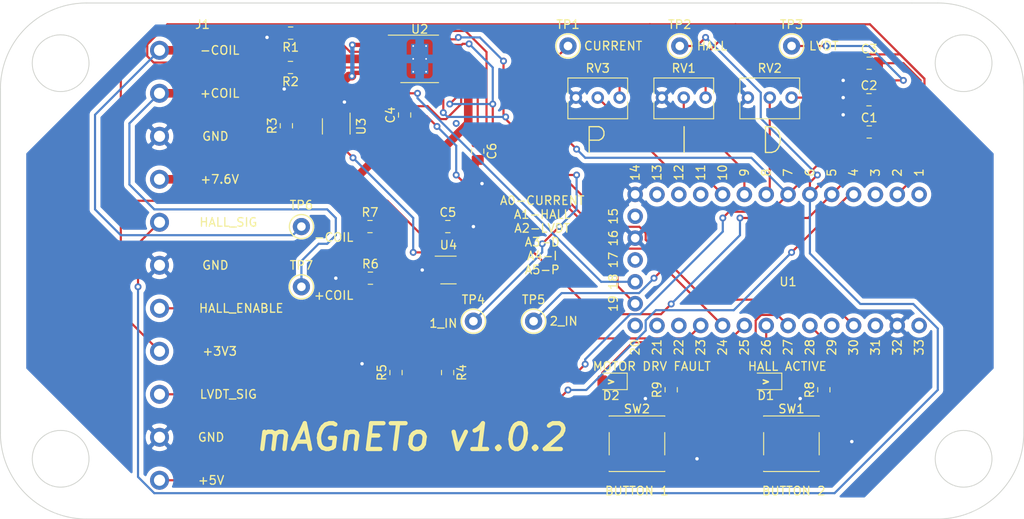
<source format=kicad_pcb>
(kicad_pcb (version 20171130) (host pcbnew "(5.1.7)-1")

  (general
    (thickness 1.6)
    (drawings 32)
    (tracks 383)
    (zones 0)
    (modules 34)
    (nets 45)
  )

  (page A4)
  (layers
    (0 F.Cu signal)
    (31 B.Cu signal)
    (32 B.Adhes user)
    (33 F.Adhes user)
    (34 B.Paste user)
    (35 F.Paste user)
    (36 B.SilkS user)
    (37 F.SilkS user)
    (38 B.Mask user)
    (39 F.Mask user)
    (40 Dwgs.User user)
    (41 Cmts.User user)
    (42 Eco1.User user)
    (43 Eco2.User user)
    (44 Edge.Cuts user)
    (45 Margin user)
    (46 B.CrtYd user)
    (47 F.CrtYd user)
    (48 B.Fab user)
    (49 F.Fab user)
  )

  (setup
    (last_trace_width 0.25)
    (trace_clearance 0.2)
    (zone_clearance 0.508)
    (zone_45_only no)
    (trace_min 0.2)
    (via_size 0.8)
    (via_drill 0.4)
    (via_min_size 0.4)
    (via_min_drill 0.3)
    (uvia_size 0.3)
    (uvia_drill 0.1)
    (uvias_allowed no)
    (uvia_min_size 0.2)
    (uvia_min_drill 0.1)
    (edge_width 0.1)
    (segment_width 0.2)
    (pcb_text_width 0.3)
    (pcb_text_size 1.5 1.5)
    (mod_edge_width 0.15)
    (mod_text_size 1 1)
    (mod_text_width 0.15)
    (pad_size 1.524 1.524)
    (pad_drill 0.762)
    (pad_to_mask_clearance 0)
    (aux_axis_origin 0 0)
    (visible_elements 7FFFFFFF)
    (pcbplotparams
      (layerselection 0x010f0_ffffffff)
      (usegerberextensions false)
      (usegerberattributes true)
      (usegerberadvancedattributes true)
      (creategerberjobfile true)
      (excludeedgelayer true)
      (linewidth 0.100000)
      (plotframeref false)
      (viasonmask false)
      (mode 1)
      (useauxorigin false)
      (hpglpennumber 1)
      (hpglpenspeed 20)
      (hpglpendiameter 15.000000)
      (psnegative false)
      (psa4output false)
      (plotreference true)
      (plotvalue true)
      (plotinvisibletext false)
      (padsonsilk false)
      (subtractmaskfromsilk false)
      (outputformat 1)
      (mirror false)
      (drillshape 0)
      (scaleselection 1)
      (outputdirectory "//Freedominnovations.local/fi-dfs/Users/rludt/My Documents/KICAD/Magneto/magneto/gerber/"))
  )

  (net 0 "")
  (net 1 /LVDT_SIG)
  (net 2 GND)
  (net 3 /HALL_SIG)
  (net 4 /I_SENSE)
  (net 5 "Net-(C4-Pad2)")
  (net 6 +7.5V)
  (net 7 "Net-(C6-Pad1)")
  (net 8 /LED_1)
  (net 9 /LED_2)
  (net 10 /-COIL)
  (net 11 /+COIL)
  (net 12 /HALL_ENABLE)
  (net 13 /+3V3)
  (net 14 "Net-(J1-Pad3)")
  (net 15 /+5V)
  (net 16 "Net-(R1-Pad1)")
  (net 17 "Net-(R2-Pad1)")
  (net 18 "Net-(R3-Pad2)")
  (net 19 "Net-(R6-Pad2)")
  (net 20 "Net-(RV1-Pad2)")
  (net 21 "Net-(RV2-Pad2)")
  (net 22 "Net-(RV3-Pad2)")
  (net 23 /BUTTON_1)
  (net 24 /BUTTON_2)
  (net 25 /2_IN)
  (net 26 "Net-(U1-Pad21)")
  (net 27 "Net-(U1-Pad20)")
  (net 28 /DRV_SLP)
  (net 29 /nFAULT)
  (net 30 "Net-(U1-Pad12)")
  (net 31 "Net-(U1-Pad11)")
  (net 32 /1_IN)
  (net 33 "Net-(U3-Pad5)")
  (net 34 "Net-(D1-Pad1)")
  (net 35 "Net-(D2-Pad1)")
  (net 36 "Net-(U1-Pad22)")
  (net 37 "Net-(U1-Pad17)")
  (net 38 "Net-(U1-Pad15)")
  (net 39 "Net-(U1-Pad13)")
  (net 40 "Net-(U1-Pad29)")
  (net 41 "Net-(U1-Pad31)")
  (net 42 "Net-(U1-Pad33)")
  (net 43 "Net-(U1-Pad3)")
  (net 44 "Net-(U1-Pad1)")

  (net_class Default "This is the default net class."
    (clearance 0.2)
    (trace_width 0.25)
    (via_dia 0.8)
    (via_drill 0.4)
    (uvia_dia 0.3)
    (uvia_drill 0.1)
    (add_net +7.5V)
    (add_net /+3V3)
    (add_net /+5V)
    (add_net /+COIL)
    (add_net /-COIL)
    (add_net /1_IN)
    (add_net /2_IN)
    (add_net /BUTTON_1)
    (add_net /BUTTON_2)
    (add_net /DRV_SLP)
    (add_net /HALL_ENABLE)
    (add_net /HALL_SIG)
    (add_net /I_SENSE)
    (add_net /LED_1)
    (add_net /LED_2)
    (add_net /LVDT_SIG)
    (add_net /nFAULT)
    (add_net GND)
    (add_net "Net-(C4-Pad2)")
    (add_net "Net-(C6-Pad1)")
    (add_net "Net-(D1-Pad1)")
    (add_net "Net-(D2-Pad1)")
    (add_net "Net-(J1-Pad3)")
    (add_net "Net-(R1-Pad1)")
    (add_net "Net-(R2-Pad1)")
    (add_net "Net-(R3-Pad2)")
    (add_net "Net-(R6-Pad2)")
    (add_net "Net-(RV1-Pad2)")
    (add_net "Net-(RV2-Pad2)")
    (add_net "Net-(RV3-Pad2)")
    (add_net "Net-(U1-Pad1)")
    (add_net "Net-(U1-Pad11)")
    (add_net "Net-(U1-Pad12)")
    (add_net "Net-(U1-Pad13)")
    (add_net "Net-(U1-Pad15)")
    (add_net "Net-(U1-Pad17)")
    (add_net "Net-(U1-Pad20)")
    (add_net "Net-(U1-Pad21)")
    (add_net "Net-(U1-Pad22)")
    (add_net "Net-(U1-Pad29)")
    (add_net "Net-(U1-Pad3)")
    (add_net "Net-(U1-Pad31)")
    (add_net "Net-(U1-Pad33)")
    (add_net "Net-(U3-Pad5)")
  )

  (module TestPoint:TestPoint_Keystone_5000-5004_Miniature (layer F.Cu) (tedit 5A0F774F) (tstamp 5FA4506D)
    (at 127 103)
    (descr "Keystone Miniature THM Test Point 5000-5004, http://www.keyelco.com/product-pdf.cfm?p=1309")
    (tags "Through Hole Mount Test Points")
    (path /5FA51ED7)
    (fp_text reference TP7 (at 0 -2.5) (layer F.SilkS)
      (effects (font (size 1 1) (thickness 0.15)))
    )
    (fp_text value TestPoint (at 0 2.5) (layer F.Fab)
      (effects (font (size 1 1) (thickness 0.15)))
    )
    (fp_line (start -0.75 -0.25) (end 0.75 -0.25) (layer F.Fab) (width 0.15))
    (fp_line (start 0.75 -0.25) (end 0.75 0.25) (layer F.Fab) (width 0.15))
    (fp_line (start 0.75 0.25) (end -0.75 0.25) (layer F.Fab) (width 0.15))
    (fp_line (start -0.75 0.25) (end -0.75 -0.25) (layer F.Fab) (width 0.15))
    (fp_circle (center 0 0) (end 1.65 0) (layer F.CrtYd) (width 0.05))
    (fp_circle (center 0 0) (end 1.25 0) (layer F.Fab) (width 0.15))
    (fp_circle (center 0 0) (end 1.4 0) (layer F.SilkS) (width 0.15))
    (fp_text user %R (at 0 -2.5) (layer F.Fab)
      (effects (font (size 1 1) (thickness 0.15)))
    )
    (pad 1 thru_hole circle (at 0 0) (size 2 2) (drill 1) (layers *.Cu *.Mask)
      (net 11 /+COIL))
    (model ${KISYS3DMOD}/TestPoint.3dshapes/TestPoint_Keystone_5000-5004_Miniature.wrl
      (at (xyz 0 0 0))
      (scale (xyz 1 1 1))
      (rotate (xyz 0 0 0))
    )
  )

  (module TestPoint:TestPoint_Keystone_5000-5004_Miniature (layer F.Cu) (tedit 5A0F774F) (tstamp 5FA45060)
    (at 127 96)
    (descr "Keystone Miniature THM Test Point 5000-5004, http://www.keyelco.com/product-pdf.cfm?p=1309")
    (tags "Through Hole Mount Test Points")
    (path /5FA518AB)
    (fp_text reference TP6 (at 0 -2.5) (layer F.SilkS)
      (effects (font (size 1 1) (thickness 0.15)))
    )
    (fp_text value TestPoint (at 0 2.5) (layer F.Fab)
      (effects (font (size 1 1) (thickness 0.15)))
    )
    (fp_line (start -0.75 -0.25) (end 0.75 -0.25) (layer F.Fab) (width 0.15))
    (fp_line (start 0.75 -0.25) (end 0.75 0.25) (layer F.Fab) (width 0.15))
    (fp_line (start 0.75 0.25) (end -0.75 0.25) (layer F.Fab) (width 0.15))
    (fp_line (start -0.75 0.25) (end -0.75 -0.25) (layer F.Fab) (width 0.15))
    (fp_circle (center 0 0) (end 1.65 0) (layer F.CrtYd) (width 0.05))
    (fp_circle (center 0 0) (end 1.25 0) (layer F.Fab) (width 0.15))
    (fp_circle (center 0 0) (end 1.4 0) (layer F.SilkS) (width 0.15))
    (fp_text user %R (at 0 -2.5) (layer F.Fab)
      (effects (font (size 1 1) (thickness 0.15)))
    )
    (pad 1 thru_hole circle (at 0 0) (size 2 2) (drill 1) (layers *.Cu *.Mask)
      (net 10 /-COIL))
    (model ${KISYS3DMOD}/TestPoint.3dshapes/TestPoint_Keystone_5000-5004_Miniature.wrl
      (at (xyz 0 0 0))
      (scale (xyz 1 1 1))
      (rotate (xyz 0 0 0))
    )
  )

  (module TestPoint:TestPoint_Keystone_5000-5004_Miniature (layer F.Cu) (tedit 5A0F774F) (tstamp 5FA45053)
    (at 154 107)
    (descr "Keystone Miniature THM Test Point 5000-5004, http://www.keyelco.com/product-pdf.cfm?p=1309")
    (tags "Through Hole Mount Test Points")
    (path /5FA50E18)
    (fp_text reference TP5 (at 0 -2.5) (layer F.SilkS)
      (effects (font (size 1 1) (thickness 0.15)))
    )
    (fp_text value TestPoint (at 0 2.5) (layer F.Fab)
      (effects (font (size 1 1) (thickness 0.15)))
    )
    (fp_line (start -0.75 -0.25) (end 0.75 -0.25) (layer F.Fab) (width 0.15))
    (fp_line (start 0.75 -0.25) (end 0.75 0.25) (layer F.Fab) (width 0.15))
    (fp_line (start 0.75 0.25) (end -0.75 0.25) (layer F.Fab) (width 0.15))
    (fp_line (start -0.75 0.25) (end -0.75 -0.25) (layer F.Fab) (width 0.15))
    (fp_circle (center 0 0) (end 1.65 0) (layer F.CrtYd) (width 0.05))
    (fp_circle (center 0 0) (end 1.25 0) (layer F.Fab) (width 0.15))
    (fp_circle (center 0 0) (end 1.4 0) (layer F.SilkS) (width 0.15))
    (fp_text user %R (at 0 -2.5) (layer F.Fab)
      (effects (font (size 1 1) (thickness 0.15)))
    )
    (pad 1 thru_hole circle (at 0 0) (size 2 2) (drill 1) (layers *.Cu *.Mask)
      (net 25 /2_IN))
    (model ${KISYS3DMOD}/TestPoint.3dshapes/TestPoint_Keystone_5000-5004_Miniature.wrl
      (at (xyz 0 0 0))
      (scale (xyz 1 1 1))
      (rotate (xyz 0 0 0))
    )
  )

  (module TestPoint:TestPoint_Keystone_5000-5004_Miniature (layer F.Cu) (tedit 5A0F774F) (tstamp 5FA45046)
    (at 147 107)
    (descr "Keystone Miniature THM Test Point 5000-5004, http://www.keyelco.com/product-pdf.cfm?p=1309")
    (tags "Through Hole Mount Test Points")
    (path /5FA50431)
    (fp_text reference TP4 (at 0 -2.5) (layer F.SilkS)
      (effects (font (size 1 1) (thickness 0.15)))
    )
    (fp_text value TestPoint (at 0 2.5) (layer F.Fab)
      (effects (font (size 1 1) (thickness 0.15)))
    )
    (fp_line (start -0.75 -0.25) (end 0.75 -0.25) (layer F.Fab) (width 0.15))
    (fp_line (start 0.75 -0.25) (end 0.75 0.25) (layer F.Fab) (width 0.15))
    (fp_line (start 0.75 0.25) (end -0.75 0.25) (layer F.Fab) (width 0.15))
    (fp_line (start -0.75 0.25) (end -0.75 -0.25) (layer F.Fab) (width 0.15))
    (fp_circle (center 0 0) (end 1.65 0) (layer F.CrtYd) (width 0.05))
    (fp_circle (center 0 0) (end 1.25 0) (layer F.Fab) (width 0.15))
    (fp_circle (center 0 0) (end 1.4 0) (layer F.SilkS) (width 0.15))
    (fp_text user %R (at 0 -2.5) (layer F.Fab)
      (effects (font (size 1 1) (thickness 0.15)))
    )
    (pad 1 thru_hole circle (at 0 0) (size 2 2) (drill 1) (layers *.Cu *.Mask)
      (net 32 /1_IN))
    (model ${KISYS3DMOD}/TestPoint.3dshapes/TestPoint_Keystone_5000-5004_Miniature.wrl
      (at (xyz 0 0 0))
      (scale (xyz 1 1 1))
      (rotate (xyz 0 0 0))
    )
  )

  (module TestPoint:TestPoint_Keystone_5000-5004_Miniature (layer F.Cu) (tedit 5A0F774F) (tstamp 5FA355B0)
    (at 184 75)
    (descr "Keystone Miniature THM Test Point 5000-5004, http://www.keyelco.com/product-pdf.cfm?p=1309")
    (tags "Through Hole Mount Test Points")
    (path /5FA368E1)
    (fp_text reference TP3 (at 0 -2.5) (layer F.SilkS)
      (effects (font (size 1 1) (thickness 0.15)))
    )
    (fp_text value TestPoint (at 0 2.5) (layer F.Fab)
      (effects (font (size 1 1) (thickness 0.15)))
    )
    (fp_circle (center 0 0) (end 1.4 0) (layer F.SilkS) (width 0.15))
    (fp_circle (center 0 0) (end 1.25 0) (layer F.Fab) (width 0.15))
    (fp_circle (center 0 0) (end 1.65 0) (layer F.CrtYd) (width 0.05))
    (fp_line (start -0.75 0.25) (end -0.75 -0.25) (layer F.Fab) (width 0.15))
    (fp_line (start 0.75 0.25) (end -0.75 0.25) (layer F.Fab) (width 0.15))
    (fp_line (start 0.75 -0.25) (end 0.75 0.25) (layer F.Fab) (width 0.15))
    (fp_line (start -0.75 -0.25) (end 0.75 -0.25) (layer F.Fab) (width 0.15))
    (fp_text user %R (at 0 -2.5) (layer F.Fab)
      (effects (font (size 1 1) (thickness 0.15)))
    )
    (pad 1 thru_hole circle (at 0 0) (size 2 2) (drill 1) (layers *.Cu *.Mask)
      (net 4 /I_SENSE))
    (model ${KISYS3DMOD}/TestPoint.3dshapes/TestPoint_Keystone_5000-5004_Miniature.wrl
      (at (xyz 0 0 0))
      (scale (xyz 1 1 1))
      (rotate (xyz 0 0 0))
    )
  )

  (module TestPoint:TestPoint_Keystone_5000-5004_Miniature (layer F.Cu) (tedit 5A0F774F) (tstamp 5FA355A3)
    (at 171 75)
    (descr "Keystone Miniature THM Test Point 5000-5004, http://www.keyelco.com/product-pdf.cfm?p=1309")
    (tags "Through Hole Mount Test Points")
    (path /5FA37C49)
    (fp_text reference TP2 (at 0 -2.5) (layer F.SilkS)
      (effects (font (size 1 1) (thickness 0.15)))
    )
    (fp_text value TestPoint (at 0 2.5) (layer F.Fab)
      (effects (font (size 1 1) (thickness 0.15)))
    )
    (fp_circle (center 0 0) (end 1.4 0) (layer F.SilkS) (width 0.15))
    (fp_circle (center 0 0) (end 1.25 0) (layer F.Fab) (width 0.15))
    (fp_circle (center 0 0) (end 1.65 0) (layer F.CrtYd) (width 0.05))
    (fp_line (start -0.75 0.25) (end -0.75 -0.25) (layer F.Fab) (width 0.15))
    (fp_line (start 0.75 0.25) (end -0.75 0.25) (layer F.Fab) (width 0.15))
    (fp_line (start 0.75 -0.25) (end 0.75 0.25) (layer F.Fab) (width 0.15))
    (fp_line (start -0.75 -0.25) (end 0.75 -0.25) (layer F.Fab) (width 0.15))
    (fp_text user %R (at 0 -2.5) (layer F.Fab)
      (effects (font (size 1 1) (thickness 0.15)))
    )
    (pad 1 thru_hole circle (at 0 0) (size 2 2) (drill 1) (layers *.Cu *.Mask)
      (net 3 /HALL_SIG))
    (model ${KISYS3DMOD}/TestPoint.3dshapes/TestPoint_Keystone_5000-5004_Miniature.wrl
      (at (xyz 0 0 0))
      (scale (xyz 1 1 1))
      (rotate (xyz 0 0 0))
    )
  )

  (module TestPoint:TestPoint_Keystone_5000-5004_Miniature (layer F.Cu) (tedit 5A0F774F) (tstamp 5FA35596)
    (at 158 75)
    (descr "Keystone Miniature THM Test Point 5000-5004, http://www.keyelco.com/product-pdf.cfm?p=1309")
    (tags "Through Hole Mount Test Points")
    (path /5FA38076)
    (fp_text reference TP1 (at 0 -2.5) (layer F.SilkS)
      (effects (font (size 1 1) (thickness 0.15)))
    )
    (fp_text value TestPoint (at 0 2.5) (layer F.Fab)
      (effects (font (size 1 1) (thickness 0.15)))
    )
    (fp_circle (center 0 0) (end 1.4 0) (layer F.SilkS) (width 0.15))
    (fp_circle (center 0 0) (end 1.25 0) (layer F.Fab) (width 0.15))
    (fp_circle (center 0 0) (end 1.65 0) (layer F.CrtYd) (width 0.05))
    (fp_line (start -0.75 0.25) (end -0.75 -0.25) (layer F.Fab) (width 0.15))
    (fp_line (start 0.75 0.25) (end -0.75 0.25) (layer F.Fab) (width 0.15))
    (fp_line (start 0.75 -0.25) (end 0.75 0.25) (layer F.Fab) (width 0.15))
    (fp_line (start -0.75 -0.25) (end 0.75 -0.25) (layer F.Fab) (width 0.15))
    (fp_text user %R (at 0 -2.5) (layer F.Fab)
      (effects (font (size 1 1) (thickness 0.15)))
    )
    (pad 1 thru_hole circle (at 0 0) (size 2 2) (drill 1) (layers *.Cu *.Mask)
      (net 1 /LVDT_SIG))
    (model ${KISYS3DMOD}/TestPoint.3dshapes/TestPoint_Keystone_5000-5004_Miniature.wrl
      (at (xyz 0 0 0))
      (scale (xyz 1 1 1))
      (rotate (xyz 0 0 0))
    )
  )

  (module Adafruit:ItsyBitsy_32U_4 (layer F.Cu) (tedit 5F9AF34A) (tstamp 5F9B494A)
    (at 201.37 99.88 270)
    (path /5F9C73A5)
    (fp_text reference U1 (at 2.54 17.78) (layer F.SilkS)
      (effects (font (size 1 1) (thickness 0.15)))
    )
    (fp_text value ItsyBitsy_32U_4 (at -2.54 17.78) (layer F.Fab)
      (effects (font (size 1 1) (thickness 0.15)))
    )
    (fp_text user 33 (at 10.16 2.54 90) (layer F.SilkS)
      (effects (font (size 1 1) (thickness 0.15)))
    )
    (fp_text user 32 (at 10.16 5.08 90) (layer F.SilkS)
      (effects (font (size 1 1) (thickness 0.15)))
    )
    (fp_text user 31 (at 10.16 7.62 90) (layer F.SilkS)
      (effects (font (size 1 1) (thickness 0.15)))
    )
    (fp_text user 30 (at 10.16 10.16 90) (layer F.SilkS)
      (effects (font (size 1 1) (thickness 0.15)))
    )
    (fp_text user 29 (at 10.16 12.7 90) (layer F.SilkS)
      (effects (font (size 1 1) (thickness 0.15)))
    )
    (fp_text user 28 (at 10.16 15.24 90) (layer F.SilkS)
      (effects (font (size 1 1) (thickness 0.15)))
    )
    (fp_text user 27 (at 10.16 17.78 90) (layer F.SilkS)
      (effects (font (size 1 1) (thickness 0.15)))
    )
    (fp_text user 26 (at 10.16 20.32 90) (layer F.SilkS)
      (effects (font (size 1 1) (thickness 0.15)))
    )
    (fp_text user 25 (at 10.16 22.86 90) (layer F.SilkS)
      (effects (font (size 1 1) (thickness 0.15)))
    )
    (fp_text user 24 (at 10.16 25.4 90) (layer F.SilkS)
      (effects (font (size 1 1) (thickness 0.15)))
    )
    (fp_text user 23 (at 10.16 27.94 90) (layer F.SilkS)
      (effects (font (size 1 1) (thickness 0.15)))
    )
    (fp_text user 22 (at 10.16 30.48 90) (layer F.SilkS)
      (effects (font (size 1 1) (thickness 0.15)))
    )
    (fp_text user 21 (at 10.16 33.02 90) (layer F.SilkS)
      (effects (font (size 1 1) (thickness 0.15)))
    )
    (fp_text user 20 (at 10.16 35.56 90) (layer F.SilkS)
      (effects (font (size 1 1) (thickness 0.15)))
    )
    (fp_text user 19 (at 5.08 38.1 90) (layer F.SilkS)
      (effects (font (size 1 1) (thickness 0.15)))
    )
    (fp_text user 18 (at 2.54 38.1 90) (layer F.SilkS)
      (effects (font (size 1 1) (thickness 0.15)))
    )
    (fp_text user 17 (at 0 38.1 90) (layer F.SilkS)
      (effects (font (size 1 1) (thickness 0.15)))
    )
    (fp_text user 16 (at -2.54 38.1 90) (layer F.SilkS)
      (effects (font (size 1 1) (thickness 0.15)))
    )
    (fp_text user 15 (at -5.08 38.1 90) (layer F.SilkS)
      (effects (font (size 1 1) (thickness 0.15)))
    )
    (fp_text user 14 (at -10.16 35.56 90) (layer F.SilkS)
      (effects (font (size 1 1) (thickness 0.15)))
    )
    (fp_text user 13 (at -10.16 33.02 90) (layer F.SilkS)
      (effects (font (size 1 1) (thickness 0.15)))
    )
    (fp_text user 12 (at -10.16 30.48 90) (layer F.SilkS)
      (effects (font (size 1 1) (thickness 0.15)))
    )
    (fp_text user 11 (at -10.16 27.94 90) (layer F.SilkS)
      (effects (font (size 1 1) (thickness 0.15)))
    )
    (fp_text user 10 (at -10.16 25.4 90) (layer F.SilkS)
      (effects (font (size 1 1) (thickness 0.15)))
    )
    (fp_text user 9 (at -10.16 22.86 90) (layer F.SilkS)
      (effects (font (size 1 1) (thickness 0.15)))
    )
    (fp_text user 8 (at -10.16 20.32 90) (layer F.SilkS)
      (effects (font (size 1 1) (thickness 0.15)))
    )
    (fp_text user 7 (at -10.16 17.78 90) (layer F.SilkS)
      (effects (font (size 1 1) (thickness 0.15)))
    )
    (fp_text user 6 (at -10.16 15.24 90) (layer F.SilkS)
      (effects (font (size 1 1) (thickness 0.15)))
    )
    (fp_text user 5 (at -10.16 12.7 90) (layer F.SilkS)
      (effects (font (size 1 1) (thickness 0.15)))
    )
    (fp_text user 4 (at -10.16 10.16 90) (layer F.SilkS)
      (effects (font (size 1 1) (thickness 0.15)))
    )
    (fp_text user 3 (at -10.16 7.62 90) (layer F.SilkS)
      (effects (font (size 1 1) (thickness 0.15)))
    )
    (fp_text user 2 (at -10.16 5.08 90) (layer F.SilkS)
      (effects (font (size 1 1) (thickness 0.15)))
    )
    (fp_text user 1 (at -10.16 2.54 90) (layer F.SilkS)
      (effects (font (size 1 1) (thickness 0.15)))
    )
    (pad 23 thru_hole circle (at 7.62 27.94 270) (size 1.8 1.8) (drill 1) (layers *.Cu *.Mask)
      (net 12 /HALL_ENABLE))
    (pad 22 thru_hole circle (at 7.62 30.48 270) (size 1.8 1.8) (drill 1) (layers *.Cu *.Mask)
      (net 36 "Net-(U1-Pad22)"))
    (pad 21 thru_hole circle (at 7.62 33.02 270) (size 1.8 1.8) (drill 1) (layers *.Cu *.Mask)
      (net 26 "Net-(U1-Pad21)"))
    (pad 20 thru_hole circle (at 7.62 35.56 270) (size 1.8 1.8) (drill 1) (layers *.Cu *.Mask)
      (net 27 "Net-(U1-Pad20)"))
    (pad 19 thru_hole circle (at 5.08 35.56 270) (size 1.8 1.8) (drill 1) (layers *.Cu *.Mask)
      (net 28 /DRV_SLP))
    (pad 18 thru_hole circle (at 2.54 35.56 270) (size 1.8 1.8) (drill 1) (layers *.Cu *.Mask)
      (net 29 /nFAULT))
    (pad 17 thru_hole circle (at 0 35.56 270) (size 1.8 1.8) (drill 1) (layers *.Cu *.Mask)
      (net 37 "Net-(U1-Pad17)"))
    (pad 16 thru_hole circle (at -2.54 35.56 270) (size 1.8 1.8) (drill 1) (layers *.Cu *.Mask)
      (net 2 GND))
    (pad 15 thru_hole circle (at -5.08 35.56 270) (size 1.8 1.8) (drill 1) (layers *.Cu *.Mask)
      (net 38 "Net-(U1-Pad15)"))
    (pad 14 thru_hole circle (at -7.62 35.56 270) (size 1.8 1.8) (drill 1) (layers *.Cu *.Mask)
      (net 2 GND))
    (pad 13 thru_hole circle (at -7.62 33.02 270) (size 1.8 1.8) (drill 1) (layers *.Cu *.Mask)
      (net 39 "Net-(U1-Pad13)"))
    (pad 12 thru_hole circle (at -7.62 30.48 270) (size 1.8 1.8) (drill 1) (layers *.Cu *.Mask)
      (net 30 "Net-(U1-Pad12)"))
    (pad 11 thru_hole circle (at -7.62 27.94 270) (size 1.8 1.8) (drill 1) (layers *.Cu *.Mask)
      (net 31 "Net-(U1-Pad11)"))
    (pad 10 thru_hole circle (at -7.62 25.4 270) (size 1.8 1.8) (drill 1) (layers *.Cu *.Mask)
      (net 22 "Net-(RV3-Pad2)"))
    (pad 24 thru_hole circle (at 7.62 25.4 270) (size 1.8 1.8) (drill 1) (layers *.Cu *.Mask)
      (net 25 /2_IN))
    (pad 25 thru_hole circle (at 7.62 22.86 270) (size 1.8 1.8) (drill 1) (layers *.Cu *.Mask)
      (net 9 /LED_2))
    (pad 9 thru_hole circle (at -7.62 22.86 270) (size 1.8 1.8) (drill 1) (layers *.Cu *.Mask)
      (net 20 "Net-(RV1-Pad2)"))
    (pad 26 thru_hole circle (at 7.62 20.32 270) (size 1.8 1.8) (drill 1) (layers *.Cu *.Mask)
      (net 8 /LED_1))
    (pad 8 thru_hole circle (at -7.62 20.32 270) (size 1.8 1.8) (drill 1) (layers *.Cu *.Mask)
      (net 21 "Net-(RV2-Pad2)"))
    (pad 27 thru_hole circle (at 7.62 17.78 270) (size 1.8 1.8) (drill 1) (layers *.Cu *.Mask)
      (net 24 /BUTTON_2))
    (pad 7 thru_hole circle (at -7.62 17.78 270) (size 1.8 1.8) (drill 1) (layers *.Cu *.Mask)
      (net 1 /LVDT_SIG))
    (pad 6 thru_hole circle (at -7.62 15.24 270) (size 1.8 1.8) (drill 1) (layers *.Cu *.Mask)
      (net 3 /HALL_SIG))
    (pad 5 thru_hole circle (at -7.62 12.7 270) (size 1.8 1.8) (drill 1) (layers *.Cu *.Mask)
      (net 4 /I_SENSE))
    (pad 28 thru_hole circle (at 7.62 15.24 270) (size 1.8 1.8) (drill 1) (layers *.Cu *.Mask)
      (net 23 /BUTTON_1))
    (pad 29 thru_hole circle (at 7.62 12.7 270) (size 1.8 1.8) (drill 1) (layers *.Cu *.Mask)
      (net 40 "Net-(U1-Pad29)"))
    (pad 30 thru_hole circle (at 7.62 10.16 270) (size 1.8 1.8) (drill 1) (layers *.Cu *.Mask)
      (net 32 /1_IN))
    (pad 31 thru_hole circle (at 7.62 7.62 270) (size 1.8 1.8) (drill 1) (layers *.Cu *.Mask)
      (net 41 "Net-(U1-Pad31)"))
    (pad 32 thru_hole circle (at 7.62 5.08 270) (size 1.8 1.8) (drill 1) (layers *.Cu *.Mask)
      (net 2 GND))
    (pad 33 thru_hole circle (at 7.62 2.54 270) (size 1.8 1.8) (drill 1) (layers *.Cu *.Mask)
      (net 42 "Net-(U1-Pad33)"))
    (pad 4 thru_hole circle (at -7.62 10.16 270) (size 1.8 1.8) (drill 1) (layers *.Cu *.Mask)
      (net 15 /+5V))
    (pad 3 thru_hole circle (at -7.62 7.62 270) (size 1.8 1.8) (drill 1) (layers *.Cu *.Mask)
      (net 43 "Net-(U1-Pad3)"))
    (pad 2 thru_hole circle (at -7.62 5.08 270) (size 1.8 1.8) (drill 1) (layers *.Cu *.Mask)
      (net 13 /+3V3))
    (pad 1 thru_hole circle (at -7.62 2.54 270) (size 1.8 1.8) (drill 1) (layers *.Cu *.Mask)
      (net 44 "Net-(U1-Pad1)"))
  )

  (module Resistor_SMD:R_0805_2012Metric_Pad1.15x1.40mm_HandSolder (layer F.Cu) (tedit 5B36C52B) (tstamp 5F9B4658)
    (at 170 114.975 90)
    (descr "Resistor SMD 0805 (2012 Metric), square (rectangular) end terminal, IPC_7351 nominal with elongated pad for handsoldering. (Body size source: https://docs.google.com/spreadsheets/d/1BsfQQcO9C6DZCsRaXUlFlo91Tg2WpOkGARC1WS5S8t0/edit?usp=sharing), generated with kicad-footprint-generator")
    (tags "resistor handsolder")
    (path /5F9F05E8)
    (attr smd)
    (fp_text reference R9 (at 0 -1.65 90) (layer F.SilkS)
      (effects (font (size 1 1) (thickness 0.15)))
    )
    (fp_text value 1K (at 0 1.65 90) (layer F.Fab)
      (effects (font (size 1 1) (thickness 0.15)))
    )
    (fp_line (start 1.85 0.95) (end -1.85 0.95) (layer F.CrtYd) (width 0.05))
    (fp_line (start 1.85 -0.95) (end 1.85 0.95) (layer F.CrtYd) (width 0.05))
    (fp_line (start -1.85 -0.95) (end 1.85 -0.95) (layer F.CrtYd) (width 0.05))
    (fp_line (start -1.85 0.95) (end -1.85 -0.95) (layer F.CrtYd) (width 0.05))
    (fp_line (start -0.261252 0.71) (end 0.261252 0.71) (layer F.SilkS) (width 0.12))
    (fp_line (start -0.261252 -0.71) (end 0.261252 -0.71) (layer F.SilkS) (width 0.12))
    (fp_line (start 1 0.6) (end -1 0.6) (layer F.Fab) (width 0.1))
    (fp_line (start 1 -0.6) (end 1 0.6) (layer F.Fab) (width 0.1))
    (fp_line (start -1 -0.6) (end 1 -0.6) (layer F.Fab) (width 0.1))
    (fp_line (start -1 0.6) (end -1 -0.6) (layer F.Fab) (width 0.1))
    (fp_text user %R (at 0 0 90) (layer F.Fab)
      (effects (font (size 0.5 0.5) (thickness 0.08)))
    )
    (pad 2 smd roundrect (at 1.025 0 90) (size 1.15 1.4) (layers F.Cu F.Paste F.Mask) (roundrect_rratio 0.2173904347826087)
      (net 35 "Net-(D2-Pad1)"))
    (pad 1 smd roundrect (at -1.025 0 90) (size 1.15 1.4) (layers F.Cu F.Paste F.Mask) (roundrect_rratio 0.2173904347826087)
      (net 2 GND))
    (model ${KISYS3DMOD}/Resistor_SMD.3dshapes/R_0805_2012Metric.wrl
      (at (xyz 0 0 0))
      (scale (xyz 1 1 1))
      (rotate (xyz 0 0 0))
    )
  )

  (module Resistor_SMD:R_0805_2012Metric_Pad1.15x1.40mm_HandSolder (layer F.Cu) (tedit 5B36C52B) (tstamp 5F9B4688)
    (at 187.75 114.975 90)
    (descr "Resistor SMD 0805 (2012 Metric), square (rectangular) end terminal, IPC_7351 nominal with elongated pad for handsoldering. (Body size source: https://docs.google.com/spreadsheets/d/1BsfQQcO9C6DZCsRaXUlFlo91Tg2WpOkGARC1WS5S8t0/edit?usp=sharing), generated with kicad-footprint-generator")
    (tags "resistor handsolder")
    (path /5F9EE169)
    (attr smd)
    (fp_text reference R8 (at 0 -1.65 90) (layer F.SilkS)
      (effects (font (size 1 1) (thickness 0.15)))
    )
    (fp_text value 1K (at 0 1.65 90) (layer F.Fab)
      (effects (font (size 1 1) (thickness 0.15)))
    )
    (fp_line (start 1.85 0.95) (end -1.85 0.95) (layer F.CrtYd) (width 0.05))
    (fp_line (start 1.85 -0.95) (end 1.85 0.95) (layer F.CrtYd) (width 0.05))
    (fp_line (start -1.85 -0.95) (end 1.85 -0.95) (layer F.CrtYd) (width 0.05))
    (fp_line (start -1.85 0.95) (end -1.85 -0.95) (layer F.CrtYd) (width 0.05))
    (fp_line (start -0.261252 0.71) (end 0.261252 0.71) (layer F.SilkS) (width 0.12))
    (fp_line (start -0.261252 -0.71) (end 0.261252 -0.71) (layer F.SilkS) (width 0.12))
    (fp_line (start 1 0.6) (end -1 0.6) (layer F.Fab) (width 0.1))
    (fp_line (start 1 -0.6) (end 1 0.6) (layer F.Fab) (width 0.1))
    (fp_line (start -1 -0.6) (end 1 -0.6) (layer F.Fab) (width 0.1))
    (fp_line (start -1 0.6) (end -1 -0.6) (layer F.Fab) (width 0.1))
    (fp_text user %R (at 0 0 90) (layer F.Fab)
      (effects (font (size 0.5 0.5) (thickness 0.08)))
    )
    (pad 2 smd roundrect (at 1.025 0 90) (size 1.15 1.4) (layers F.Cu F.Paste F.Mask) (roundrect_rratio 0.2173904347826087)
      (net 34 "Net-(D1-Pad1)"))
    (pad 1 smd roundrect (at -1.025 0 90) (size 1.15 1.4) (layers F.Cu F.Paste F.Mask) (roundrect_rratio 0.2173904347826087)
      (net 2 GND))
    (model ${KISYS3DMOD}/Resistor_SMD.3dshapes/R_0805_2012Metric.wrl
      (at (xyz 0 0 0))
      (scale (xyz 1 1 1))
      (rotate (xyz 0 0 0))
    )
  )

  (module Package_TO_SOT_SMD:SOT-23-5 (layer F.Cu) (tedit 5A02FF57) (tstamp 5F9B270C)
    (at 144.1 101.05)
    (descr "5-pin SOT23 package")
    (tags SOT-23-5)
    (path /5F9CA159)
    (attr smd)
    (fp_text reference U4 (at 0 -2.9) (layer F.SilkS)
      (effects (font (size 1 1) (thickness 0.15)))
    )
    (fp_text value OPA330xxDBV (at 0 2.9) (layer F.Fab)
      (effects (font (size 1 1) (thickness 0.15)))
    )
    (fp_line (start -0.9 1.61) (end 0.9 1.61) (layer F.SilkS) (width 0.12))
    (fp_line (start 0.9 -1.61) (end -1.55 -1.61) (layer F.SilkS) (width 0.12))
    (fp_line (start -1.9 -1.8) (end 1.9 -1.8) (layer F.CrtYd) (width 0.05))
    (fp_line (start 1.9 -1.8) (end 1.9 1.8) (layer F.CrtYd) (width 0.05))
    (fp_line (start 1.9 1.8) (end -1.9 1.8) (layer F.CrtYd) (width 0.05))
    (fp_line (start -1.9 1.8) (end -1.9 -1.8) (layer F.CrtYd) (width 0.05))
    (fp_line (start -0.9 -0.9) (end -0.25 -1.55) (layer F.Fab) (width 0.1))
    (fp_line (start 0.9 -1.55) (end -0.25 -1.55) (layer F.Fab) (width 0.1))
    (fp_line (start -0.9 -0.9) (end -0.9 1.55) (layer F.Fab) (width 0.1))
    (fp_line (start 0.9 1.55) (end -0.9 1.55) (layer F.Fab) (width 0.1))
    (fp_line (start 0.9 -1.55) (end 0.9 1.55) (layer F.Fab) (width 0.1))
    (fp_text user %R (at 0 0 90) (layer F.Fab)
      (effects (font (size 0.5 0.5) (thickness 0.075)))
    )
    (pad 5 smd rect (at 1.1 -0.95) (size 1.06 0.65) (layers F.Cu F.Paste F.Mask)
      (net 13 /+3V3))
    (pad 4 smd rect (at 1.1 0.95) (size 1.06 0.65) (layers F.Cu F.Paste F.Mask)
      (net 33 "Net-(U3-Pad5)"))
    (pad 3 smd rect (at -1.1 0.95) (size 1.06 0.65) (layers F.Cu F.Paste F.Mask)
      (net 19 "Net-(R6-Pad2)"))
    (pad 2 smd rect (at -1.1 0) (size 1.06 0.65) (layers F.Cu F.Paste F.Mask)
      (net 2 GND))
    (pad 1 smd rect (at -1.1 -0.95) (size 1.06 0.65) (layers F.Cu F.Paste F.Mask)
      (net 33 "Net-(U3-Pad5)"))
    (model ${KISYS3DMOD}/Package_TO_SOT_SMD.3dshapes/SOT-23-5.wrl
      (at (xyz 0 0 0))
      (scale (xyz 1 1 1))
      (rotate (xyz 0 0 0))
    )
  )

  (module Package_TO_SOT_SMD:SOT-23-6 (layer F.Cu) (tedit 5A02FF57) (tstamp 5F9B2551)
    (at 131.05 84.35 270)
    (descr "6-pin SOT-23 package")
    (tags SOT-23-6)
    (path /5FA334F8)
    (attr smd)
    (fp_text reference U3 (at 0 -2.9 90) (layer F.SilkS)
      (effects (font (size 1 1) (thickness 0.15)))
    )
    (fp_text value INA181A1 (at 0 2.9 90) (layer F.Fab)
      (effects (font (size 1 1) (thickness 0.15)))
    )
    (fp_line (start -0.9 1.61) (end 0.9 1.61) (layer F.SilkS) (width 0.12))
    (fp_line (start 0.9 -1.61) (end -1.55 -1.61) (layer F.SilkS) (width 0.12))
    (fp_line (start 1.9 -1.8) (end -1.9 -1.8) (layer F.CrtYd) (width 0.05))
    (fp_line (start 1.9 1.8) (end 1.9 -1.8) (layer F.CrtYd) (width 0.05))
    (fp_line (start -1.9 1.8) (end 1.9 1.8) (layer F.CrtYd) (width 0.05))
    (fp_line (start -1.9 -1.8) (end -1.9 1.8) (layer F.CrtYd) (width 0.05))
    (fp_line (start -0.9 -0.9) (end -0.25 -1.55) (layer F.Fab) (width 0.1))
    (fp_line (start 0.9 -1.55) (end -0.25 -1.55) (layer F.Fab) (width 0.1))
    (fp_line (start -0.9 -0.9) (end -0.9 1.55) (layer F.Fab) (width 0.1))
    (fp_line (start 0.9 1.55) (end -0.9 1.55) (layer F.Fab) (width 0.1))
    (fp_line (start 0.9 -1.55) (end 0.9 1.55) (layer F.Fab) (width 0.1))
    (fp_text user %R (at 0 0) (layer F.Fab)
      (effects (font (size 0.5 0.5) (thickness 0.075)))
    )
    (pad 5 smd rect (at 1.1 0 270) (size 1.06 0.65) (layers F.Cu F.Paste F.Mask)
      (net 33 "Net-(U3-Pad5)"))
    (pad 6 smd rect (at 1.1 -0.95 270) (size 1.06 0.65) (layers F.Cu F.Paste F.Mask)
      (net 13 /+3V3))
    (pad 4 smd rect (at 1.1 0.95 270) (size 1.06 0.65) (layers F.Cu F.Paste F.Mask)
      (net 11 /+COIL))
    (pad 3 smd rect (at -1.1 0.95 270) (size 1.06 0.65) (layers F.Cu F.Paste F.Mask)
      (net 18 "Net-(R3-Pad2)"))
    (pad 2 smd rect (at -1.1 0 270) (size 1.06 0.65) (layers F.Cu F.Paste F.Mask)
      (net 2 GND))
    (pad 1 smd rect (at -1.1 -0.95 270) (size 1.06 0.65) (layers F.Cu F.Paste F.Mask)
      (net 4 /I_SENSE))
    (model ${KISYS3DMOD}/Package_TO_SOT_SMD.3dshapes/SOT-23-6.wrl
      (at (xyz 0 0 0))
      (scale (xyz 1 1 1))
      (rotate (xyz 0 0 0))
    )
  )

  (module Package_SO:HTSSOP-16-1EP_4.4x5mm_P0.65mm_EP3.4x5mm_Mask2.46x2.31mm_ThermalVias (layer F.Cu) (tedit 5DC5FE74) (tstamp 5F9B24E4)
    (at 140.75 76.5)
    (descr "HTSSOP, 16 Pin (http://www.analog.com/media/en/technical-documentation/data-sheets/LTC7810.pdf), generated with kicad-footprint-generator ipc_gullwing_generator.py")
    (tags "HTSSOP SO")
    (path /5F98E447)
    (attr smd)
    (fp_text reference U2 (at 0 -3.45) (layer F.SilkS)
      (effects (font (size 1 1) (thickness 0.15)))
    )
    (fp_text value DRV8833PWP (at 0 3.45) (layer F.Fab)
      (effects (font (size 1 1) (thickness 0.15)))
    )
    (fp_line (start 0 2.76) (end 2.2 2.76) (layer F.SilkS) (width 0.12))
    (fp_line (start 0 2.76) (end -2.2 2.76) (layer F.SilkS) (width 0.12))
    (fp_line (start 0 -2.76) (end 2.2 -2.76) (layer F.SilkS) (width 0.12))
    (fp_line (start 0 -2.76) (end -3.65 -2.76) (layer F.SilkS) (width 0.12))
    (fp_line (start -1.2 -2.5) (end 2.2 -2.5) (layer F.Fab) (width 0.1))
    (fp_line (start 2.2 -2.5) (end 2.2 2.5) (layer F.Fab) (width 0.1))
    (fp_line (start 2.2 2.5) (end -2.2 2.5) (layer F.Fab) (width 0.1))
    (fp_line (start -2.2 2.5) (end -2.2 -1.5) (layer F.Fab) (width 0.1))
    (fp_line (start -2.2 -1.5) (end -1.2 -2.5) (layer F.Fab) (width 0.1))
    (fp_line (start -3.9 -2.75) (end -3.9 2.75) (layer F.CrtYd) (width 0.05))
    (fp_line (start -3.9 2.75) (end 3.9 2.75) (layer F.CrtYd) (width 0.05))
    (fp_line (start 3.9 2.75) (end 3.9 -2.75) (layer F.CrtYd) (width 0.05))
    (fp_line (start 3.9 -2.75) (end -3.9 -2.75) (layer F.CrtYd) (width 0.05))
    (fp_text user %R (at 0 0) (layer F.Fab)
      (effects (font (size 1 1) (thickness 0.15)))
    )
    (pad "" smd roundrect (at 0 0.58) (size 1.98 0.93) (layers F.Paste) (roundrect_rratio 0.25))
    (pad "" smd roundrect (at 0 -0.58) (size 1.98 0.93) (layers F.Paste) (roundrect_rratio 0.25))
    (pad 17 smd rect (at 0 0) (size 2 3.5) (layers B.Cu)
      (net 2 GND))
    (pad 17 thru_hole circle (at 0.75 1.5) (size 0.5 0.5) (drill 0.2) (layers *.Cu)
      (net 2 GND))
    (pad 17 thru_hole circle (at -0.75 1.5) (size 0.5 0.5) (drill 0.2) (layers *.Cu)
      (net 2 GND))
    (pad 17 thru_hole circle (at 0.75 0) (size 0.5 0.5) (drill 0.2) (layers *.Cu)
      (net 2 GND))
    (pad 17 thru_hole circle (at -0.75 0) (size 0.5 0.5) (drill 0.2) (layers *.Cu)
      (net 2 GND))
    (pad 17 thru_hole circle (at 0.75 -1.5) (size 0.5 0.5) (drill 0.2) (layers *.Cu)
      (net 2 GND))
    (pad 17 thru_hole circle (at -0.75 -1.5) (size 0.5 0.5) (drill 0.2) (layers *.Cu)
      (net 2 GND))
    (pad 17 smd rect (at 0 0) (size 3.4 5) (layers F.Cu)
      (net 2 GND))
    (pad "" smd rect (at 0 0) (size 2.46 2.31) (layers F.Mask))
    (pad 16 smd roundrect (at 2.8625 -2.275) (size 1.575 0.4) (layers F.Cu F.Paste F.Mask) (roundrect_rratio 0.25)
      (net 32 /1_IN))
    (pad 15 smd roundrect (at 2.8625 -1.625) (size 1.575 0.4) (layers F.Cu F.Paste F.Mask) (roundrect_rratio 0.25)
      (net 25 /2_IN))
    (pad 14 smd roundrect (at 2.8625 -0.975) (size 1.575 0.4) (layers F.Cu F.Paste F.Mask) (roundrect_rratio 0.25)
      (net 7 "Net-(C6-Pad1)"))
    (pad 13 smd roundrect (at 2.8625 -0.325) (size 1.575 0.4) (layers F.Cu F.Paste F.Mask) (roundrect_rratio 0.25)
      (net 2 GND))
    (pad 12 smd roundrect (at 2.8625 0.325) (size 1.575 0.4) (layers F.Cu F.Paste F.Mask) (roundrect_rratio 0.25)
      (net 6 +7.5V))
    (pad 11 smd roundrect (at 2.8625 0.975) (size 1.575 0.4) (layers F.Cu F.Paste F.Mask) (roundrect_rratio 0.25)
      (net 5 "Net-(C4-Pad2)"))
    (pad 10 smd roundrect (at 2.8625 1.625) (size 1.575 0.4) (layers F.Cu F.Paste F.Mask) (roundrect_rratio 0.25)
      (net 25 /2_IN))
    (pad 9 smd roundrect (at 2.8625 2.275) (size 1.575 0.4) (layers F.Cu F.Paste F.Mask) (roundrect_rratio 0.25)
      (net 32 /1_IN))
    (pad 8 smd roundrect (at -2.8625 2.275) (size 1.575 0.4) (layers F.Cu F.Paste F.Mask) (roundrect_rratio 0.25)
      (net 29 /nFAULT))
    (pad 7 smd roundrect (at -2.8625 1.625) (size 1.575 0.4) (layers F.Cu F.Paste F.Mask) (roundrect_rratio 0.25)
      (net 18 "Net-(R3-Pad2)"))
    (pad 6 smd roundrect (at -2.8625 0.975) (size 1.575 0.4) (layers F.Cu F.Paste F.Mask) (roundrect_rratio 0.25)
      (net 17 "Net-(R2-Pad1)"))
    (pad 5 smd roundrect (at -2.8625 0.325) (size 1.575 0.4) (layers F.Cu F.Paste F.Mask) (roundrect_rratio 0.25)
      (net 10 /-COIL))
    (pad 4 smd roundrect (at -2.8625 -0.325) (size 1.575 0.4) (layers F.Cu F.Paste F.Mask) (roundrect_rratio 0.25)
      (net 10 /-COIL))
    (pad 3 smd roundrect (at -2.8625 -0.975) (size 1.575 0.4) (layers F.Cu F.Paste F.Mask) (roundrect_rratio 0.25)
      (net 16 "Net-(R1-Pad1)"))
    (pad 2 smd roundrect (at -2.8625 -1.625) (size 1.575 0.4) (layers F.Cu F.Paste F.Mask) (roundrect_rratio 0.25)
      (net 18 "Net-(R3-Pad2)"))
    (pad 1 smd roundrect (at -2.8625 -2.275) (size 1.575 0.4) (layers F.Cu F.Paste F.Mask) (roundrect_rratio 0.25)
      (net 28 /DRV_SLP))
    (model ${KISYS3DMOD}/Package_SO.3dshapes/HTSSOP-16-1EP_4.4x5mm_P0.65mm_EP3.4x5mm_Mask2.46x2.31mm.wrl
      (at (xyz 0 0 0))
      (scale (xyz 1 1 1))
      (rotate (xyz 0 0 0))
    )
  )

  (module Button_Switch_SMD:SW_SPST_PTS645 (layer F.Cu) (tedit 5A02FC95) (tstamp 5F9B23F3)
    (at 166.02 121.25)
    (descr "C&K Components SPST SMD PTS645 Series 6mm Tact Switch")
    (tags "SPST Button Switch")
    (path /5FAB2AD4)
    (attr smd)
    (fp_text reference SW2 (at 0 -4.05) (layer F.SilkS)
      (effects (font (size 1 1) (thickness 0.15)))
    )
    (fp_text value "SW_Push PTS645" (at 0 4.15) (layer F.Fab)
      (effects (font (size 1 1) (thickness 0.15)))
    )
    (fp_line (start -3 -3) (end -3 3) (layer F.Fab) (width 0.1))
    (fp_line (start -3 3) (end 3 3) (layer F.Fab) (width 0.1))
    (fp_line (start 3 3) (end 3 -3) (layer F.Fab) (width 0.1))
    (fp_line (start 3 -3) (end -3 -3) (layer F.Fab) (width 0.1))
    (fp_line (start 5.05 3.4) (end 5.05 -3.4) (layer F.CrtYd) (width 0.05))
    (fp_line (start -5.05 -3.4) (end -5.05 3.4) (layer F.CrtYd) (width 0.05))
    (fp_line (start -5.05 3.4) (end 5.05 3.4) (layer F.CrtYd) (width 0.05))
    (fp_line (start -5.05 -3.4) (end 5.05 -3.4) (layer F.CrtYd) (width 0.05))
    (fp_line (start 3.23 -3.23) (end 3.23 -3.2) (layer F.SilkS) (width 0.12))
    (fp_line (start 3.23 3.23) (end 3.23 3.2) (layer F.SilkS) (width 0.12))
    (fp_line (start -3.23 3.23) (end -3.23 3.2) (layer F.SilkS) (width 0.12))
    (fp_line (start -3.23 -3.2) (end -3.23 -3.23) (layer F.SilkS) (width 0.12))
    (fp_line (start 3.23 -1.3) (end 3.23 1.3) (layer F.SilkS) (width 0.12))
    (fp_line (start -3.23 -3.23) (end 3.23 -3.23) (layer F.SilkS) (width 0.12))
    (fp_line (start -3.23 -1.3) (end -3.23 1.3) (layer F.SilkS) (width 0.12))
    (fp_line (start -3.23 3.23) (end 3.23 3.23) (layer F.SilkS) (width 0.12))
    (fp_circle (center 0 0) (end 1.75 -0.05) (layer F.Fab) (width 0.1))
    (fp_text user %R (at 0 -4.05) (layer F.Fab)
      (effects (font (size 1 1) (thickness 0.15)))
    )
    (pad 2 smd rect (at 3.98 2.25) (size 1.55 1.3) (layers F.Cu F.Paste F.Mask)
      (net 2 GND))
    (pad 1 smd rect (at 3.98 -2.25) (size 1.55 1.3) (layers F.Cu F.Paste F.Mask)
      (net 24 /BUTTON_2))
    (pad 1 smd rect (at -3.98 -2.25) (size 1.55 1.3) (layers F.Cu F.Paste F.Mask)
      (net 24 /BUTTON_2))
    (pad 2 smd rect (at -3.98 2.25) (size 1.55 1.3) (layers F.Cu F.Paste F.Mask)
      (net 2 GND))
    (model ${KISYS3DMOD}/Button_Switch_SMD.3dshapes/SW_SPST_PTS645.wrl
      (at (xyz 0 0 0))
      (scale (xyz 1 1 1))
      (rotate (xyz 0 0 0))
    )
  )

  (module Button_Switch_SMD:SW_SPST_PTS645 (layer F.Cu) (tedit 5A02FC95) (tstamp 5F9CD31A)
    (at 183.98 121.25)
    (descr "C&K Components SPST SMD PTS645 Series 6mm Tact Switch")
    (tags "SPST Button Switch")
    (path /5FAB3736)
    (attr smd)
    (fp_text reference SW1 (at 0 -4.05) (layer F.SilkS)
      (effects (font (size 1 1) (thickness 0.15)))
    )
    (fp_text value "SW_Push PTS645" (at 0 4.15) (layer F.Fab)
      (effects (font (size 1 1) (thickness 0.15)))
    )
    (fp_line (start -3 -3) (end -3 3) (layer F.Fab) (width 0.1))
    (fp_line (start -3 3) (end 3 3) (layer F.Fab) (width 0.1))
    (fp_line (start 3 3) (end 3 -3) (layer F.Fab) (width 0.1))
    (fp_line (start 3 -3) (end -3 -3) (layer F.Fab) (width 0.1))
    (fp_line (start 5.05 3.4) (end 5.05 -3.4) (layer F.CrtYd) (width 0.05))
    (fp_line (start -5.05 -3.4) (end -5.05 3.4) (layer F.CrtYd) (width 0.05))
    (fp_line (start -5.05 3.4) (end 5.05 3.4) (layer F.CrtYd) (width 0.05))
    (fp_line (start -5.05 -3.4) (end 5.05 -3.4) (layer F.CrtYd) (width 0.05))
    (fp_line (start 3.23 -3.23) (end 3.23 -3.2) (layer F.SilkS) (width 0.12))
    (fp_line (start 3.23 3.23) (end 3.23 3.2) (layer F.SilkS) (width 0.12))
    (fp_line (start -3.23 3.23) (end -3.23 3.2) (layer F.SilkS) (width 0.12))
    (fp_line (start -3.23 -3.2) (end -3.23 -3.23) (layer F.SilkS) (width 0.12))
    (fp_line (start 3.23 -1.3) (end 3.23 1.3) (layer F.SilkS) (width 0.12))
    (fp_line (start -3.23 -3.23) (end 3.23 -3.23) (layer F.SilkS) (width 0.12))
    (fp_line (start -3.23 -1.3) (end -3.23 1.3) (layer F.SilkS) (width 0.12))
    (fp_line (start -3.23 3.23) (end 3.23 3.23) (layer F.SilkS) (width 0.12))
    (fp_circle (center 0 0) (end 1.75 -0.05) (layer F.Fab) (width 0.1))
    (fp_text user %R (at 0 -4.05) (layer F.Fab)
      (effects (font (size 1 1) (thickness 0.15)))
    )
    (pad 2 smd rect (at 3.98 2.25) (size 1.55 1.3) (layers F.Cu F.Paste F.Mask)
      (net 2 GND))
    (pad 1 smd rect (at 3.98 -2.25) (size 1.55 1.3) (layers F.Cu F.Paste F.Mask)
      (net 23 /BUTTON_1))
    (pad 1 smd rect (at -3.98 -2.25) (size 1.55 1.3) (layers F.Cu F.Paste F.Mask)
      (net 23 /BUTTON_1))
    (pad 2 smd rect (at -3.98 2.25) (size 1.55 1.3) (layers F.Cu F.Paste F.Mask)
      (net 2 GND))
    (model ${KISYS3DMOD}/Button_Switch_SMD.3dshapes/SW_SPST_PTS645.wrl
      (at (xyz 0 0 0))
      (scale (xyz 1 1 1))
      (rotate (xyz 0 0 0))
    )
  )

  (module Potentiometer_THT:Potentiometer_Bourns_3266Y_Vertical (layer F.Cu) (tedit 5A3D4994) (tstamp 5F9CC9CE)
    (at 164 81)
    (descr "Potentiometer, vertical, Bourns 3266Y, https://www.bourns.com/docs/Product-Datasheets/3266.pdf")
    (tags "Potentiometer vertical Bourns 3266Y")
    (path /5F9B4F35)
    (fp_text reference RV3 (at -2.54 -3.41) (layer F.SilkS)
      (effects (font (size 1 1) (thickness 0.15)))
    )
    (fp_text value P_POT (at -2.54 3.59) (layer F.Fab)
      (effects (font (size 1 1) (thickness 0.15)))
    )
    (fp_circle (center -0.405 1.07) (end 0.485 1.07) (layer F.Fab) (width 0.1))
    (fp_line (start -5.895 -2.16) (end -5.895 2.34) (layer F.Fab) (width 0.1))
    (fp_line (start -5.895 2.34) (end 0.815 2.34) (layer F.Fab) (width 0.1))
    (fp_line (start 0.815 2.34) (end 0.815 -2.16) (layer F.Fab) (width 0.1))
    (fp_line (start 0.815 -2.16) (end -5.895 -2.16) (layer F.Fab) (width 0.1))
    (fp_line (start -0.405 1.952) (end -0.404 0.189) (layer F.Fab) (width 0.1))
    (fp_line (start -0.405 1.952) (end -0.404 0.189) (layer F.Fab) (width 0.1))
    (fp_line (start -6.015 -2.28) (end 0.935 -2.28) (layer F.SilkS) (width 0.12))
    (fp_line (start -6.015 2.46) (end 0.935 2.46) (layer F.SilkS) (width 0.12))
    (fp_line (start -6.015 -2.28) (end -6.015 -0.494) (layer F.SilkS) (width 0.12))
    (fp_line (start -6.015 0.496) (end -6.015 2.46) (layer F.SilkS) (width 0.12))
    (fp_line (start 0.935 -2.28) (end 0.935 -0.494) (layer F.SilkS) (width 0.12))
    (fp_line (start 0.935 0.496) (end 0.935 2.46) (layer F.SilkS) (width 0.12))
    (fp_line (start -6.15 -2.45) (end -6.15 2.6) (layer F.CrtYd) (width 0.05))
    (fp_line (start -6.15 2.6) (end 1.1 2.6) (layer F.CrtYd) (width 0.05))
    (fp_line (start 1.1 2.6) (end 1.1 -2.45) (layer F.CrtYd) (width 0.05))
    (fp_line (start 1.1 -2.45) (end -6.15 -2.45) (layer F.CrtYd) (width 0.05))
    (fp_text user %R (at -3.15 0.09) (layer F.Fab)
      (effects (font (size 0.92 0.92) (thickness 0.15)))
    )
    (pad 3 thru_hole circle (at -5.08 0) (size 1.44 1.44) (drill 0.8) (layers *.Cu *.Mask)
      (net 2 GND))
    (pad 2 thru_hole circle (at -2.54 0) (size 1.44 1.44) (drill 0.8) (layers *.Cu *.Mask)
      (net 22 "Net-(RV3-Pad2)"))
    (pad 1 thru_hole circle (at 0 0) (size 1.44 1.44) (drill 0.8) (layers *.Cu *.Mask)
      (net 13 /+3V3))
    (model ${KISYS3DMOD}/Potentiometer_THT.3dshapes/Potentiometer_Bourns_3266Y_Vertical.wrl
      (at (xyz 0 0 0))
      (scale (xyz 1 1 1))
      (rotate (xyz 0 0 0))
    )
  )

  (module Potentiometer_THT:Potentiometer_Bourns_3266Y_Vertical (layer F.Cu) (tedit 5A3D4994) (tstamp 5F9B26C8)
    (at 184 81)
    (descr "Potentiometer, vertical, Bourns 3266Y, https://www.bourns.com/docs/Product-Datasheets/3266.pdf")
    (tags "Potentiometer vertical Bourns 3266Y")
    (path /5F9B30C6)
    (fp_text reference RV2 (at -2.54 -3.41) (layer F.SilkS)
      (effects (font (size 1 1) (thickness 0.15)))
    )
    (fp_text value D_POT (at -2.54 3.59) (layer F.Fab)
      (effects (font (size 1 1) (thickness 0.15)))
    )
    (fp_circle (center -0.405 1.07) (end 0.485 1.07) (layer F.Fab) (width 0.1))
    (fp_line (start -5.895 -2.16) (end -5.895 2.34) (layer F.Fab) (width 0.1))
    (fp_line (start -5.895 2.34) (end 0.815 2.34) (layer F.Fab) (width 0.1))
    (fp_line (start 0.815 2.34) (end 0.815 -2.16) (layer F.Fab) (width 0.1))
    (fp_line (start 0.815 -2.16) (end -5.895 -2.16) (layer F.Fab) (width 0.1))
    (fp_line (start -0.405 1.952) (end -0.404 0.189) (layer F.Fab) (width 0.1))
    (fp_line (start -0.405 1.952) (end -0.404 0.189) (layer F.Fab) (width 0.1))
    (fp_line (start -6.015 -2.28) (end 0.935 -2.28) (layer F.SilkS) (width 0.12))
    (fp_line (start -6.015 2.46) (end 0.935 2.46) (layer F.SilkS) (width 0.12))
    (fp_line (start -6.015 -2.28) (end -6.015 -0.494) (layer F.SilkS) (width 0.12))
    (fp_line (start -6.015 0.496) (end -6.015 2.46) (layer F.SilkS) (width 0.12))
    (fp_line (start 0.935 -2.28) (end 0.935 -0.494) (layer F.SilkS) (width 0.12))
    (fp_line (start 0.935 0.496) (end 0.935 2.46) (layer F.SilkS) (width 0.12))
    (fp_line (start -6.15 -2.45) (end -6.15 2.6) (layer F.CrtYd) (width 0.05))
    (fp_line (start -6.15 2.6) (end 1.1 2.6) (layer F.CrtYd) (width 0.05))
    (fp_line (start 1.1 2.6) (end 1.1 -2.45) (layer F.CrtYd) (width 0.05))
    (fp_line (start 1.1 -2.45) (end -6.15 -2.45) (layer F.CrtYd) (width 0.05))
    (fp_text user %R (at -3.15 0.09) (layer F.Fab)
      (effects (font (size 0.92 0.92) (thickness 0.15)))
    )
    (pad 3 thru_hole circle (at -5.08 0) (size 1.44 1.44) (drill 0.8) (layers *.Cu *.Mask)
      (net 2 GND))
    (pad 2 thru_hole circle (at -2.54 0) (size 1.44 1.44) (drill 0.8) (layers *.Cu *.Mask)
      (net 21 "Net-(RV2-Pad2)"))
    (pad 1 thru_hole circle (at 0 0) (size 1.44 1.44) (drill 0.8) (layers *.Cu *.Mask)
      (net 13 /+3V3))
    (model ${KISYS3DMOD}/Potentiometer_THT.3dshapes/Potentiometer_Bourns_3266Y_Vertical.wrl
      (at (xyz 0 0 0))
      (scale (xyz 1 1 1))
      (rotate (xyz 0 0 0))
    )
  )

  (module Potentiometer_THT:Potentiometer_Bourns_3266Y_Vertical (layer F.Cu) (tedit 5A3D4994) (tstamp 5F9B3883)
    (at 174 81)
    (descr "Potentiometer, vertical, Bourns 3266Y, https://www.bourns.com/docs/Product-Datasheets/3266.pdf")
    (tags "Potentiometer vertical Bourns 3266Y")
    (path /5F9B4A70)
    (fp_text reference RV1 (at -2.54 -3.41) (layer F.SilkS)
      (effects (font (size 1 1) (thickness 0.15)))
    )
    (fp_text value I_POT (at -2.54 3.59) (layer F.Fab)
      (effects (font (size 1 1) (thickness 0.15)))
    )
    (fp_circle (center -0.405 1.07) (end 0.485 1.07) (layer F.Fab) (width 0.1))
    (fp_line (start -5.895 -2.16) (end -5.895 2.34) (layer F.Fab) (width 0.1))
    (fp_line (start -5.895 2.34) (end 0.815 2.34) (layer F.Fab) (width 0.1))
    (fp_line (start 0.815 2.34) (end 0.815 -2.16) (layer F.Fab) (width 0.1))
    (fp_line (start 0.815 -2.16) (end -5.895 -2.16) (layer F.Fab) (width 0.1))
    (fp_line (start -0.405 1.952) (end -0.404 0.189) (layer F.Fab) (width 0.1))
    (fp_line (start -0.405 1.952) (end -0.404 0.189) (layer F.Fab) (width 0.1))
    (fp_line (start -6.015 -2.28) (end 0.935 -2.28) (layer F.SilkS) (width 0.12))
    (fp_line (start -6.015 2.46) (end 0.935 2.46) (layer F.SilkS) (width 0.12))
    (fp_line (start -6.015 -2.28) (end -6.015 -0.494) (layer F.SilkS) (width 0.12))
    (fp_line (start -6.015 0.496) (end -6.015 2.46) (layer F.SilkS) (width 0.12))
    (fp_line (start 0.935 -2.28) (end 0.935 -0.494) (layer F.SilkS) (width 0.12))
    (fp_line (start 0.935 0.496) (end 0.935 2.46) (layer F.SilkS) (width 0.12))
    (fp_line (start -6.15 -2.45) (end -6.15 2.6) (layer F.CrtYd) (width 0.05))
    (fp_line (start -6.15 2.6) (end 1.1 2.6) (layer F.CrtYd) (width 0.05))
    (fp_line (start 1.1 2.6) (end 1.1 -2.45) (layer F.CrtYd) (width 0.05))
    (fp_line (start 1.1 -2.45) (end -6.15 -2.45) (layer F.CrtYd) (width 0.05))
    (fp_text user %R (at -3.15 0.09) (layer F.Fab)
      (effects (font (size 0.92 0.92) (thickness 0.15)))
    )
    (pad 3 thru_hole circle (at -5.08 0) (size 1.44 1.44) (drill 0.8) (layers *.Cu *.Mask)
      (net 2 GND))
    (pad 2 thru_hole circle (at -2.54 0) (size 1.44 1.44) (drill 0.8) (layers *.Cu *.Mask)
      (net 20 "Net-(RV1-Pad2)"))
    (pad 1 thru_hole circle (at 0 0) (size 1.44 1.44) (drill 0.8) (layers *.Cu *.Mask)
      (net 13 /+3V3))
    (model ${KISYS3DMOD}/Potentiometer_THT.3dshapes/Potentiometer_Bourns_3266Y_Vertical.wrl
      (at (xyz 0 0 0))
      (scale (xyz 1 1 1))
      (rotate (xyz 0 0 0))
    )
  )

  (module Resistor_SMD:R_0805_2012Metric_Pad1.15x1.40mm_HandSolder (layer F.Cu) (tedit 5B36C52B) (tstamp 5F9B27A4)
    (at 134.975 96)
    (descr "Resistor SMD 0805 (2012 Metric), square (rectangular) end terminal, IPC_7351 nominal with elongated pad for handsoldering. (Body size source: https://docs.google.com/spreadsheets/d/1BsfQQcO9C6DZCsRaXUlFlo91Tg2WpOkGARC1WS5S8t0/edit?usp=sharing), generated with kicad-footprint-generator")
    (tags "resistor handsolder")
    (path /5FB2DA94)
    (attr smd)
    (fp_text reference R7 (at 0 -1.65) (layer F.SilkS)
      (effects (font (size 1 1) (thickness 0.15)))
    )
    (fp_text value 10.0K (at 0 1.65) (layer F.Fab)
      (effects (font (size 1 1) (thickness 0.15)))
    )
    (fp_line (start -1 0.6) (end -1 -0.6) (layer F.Fab) (width 0.1))
    (fp_line (start -1 -0.6) (end 1 -0.6) (layer F.Fab) (width 0.1))
    (fp_line (start 1 -0.6) (end 1 0.6) (layer F.Fab) (width 0.1))
    (fp_line (start 1 0.6) (end -1 0.6) (layer F.Fab) (width 0.1))
    (fp_line (start -0.261252 -0.71) (end 0.261252 -0.71) (layer F.SilkS) (width 0.12))
    (fp_line (start -0.261252 0.71) (end 0.261252 0.71) (layer F.SilkS) (width 0.12))
    (fp_line (start -1.85 0.95) (end -1.85 -0.95) (layer F.CrtYd) (width 0.05))
    (fp_line (start -1.85 -0.95) (end 1.85 -0.95) (layer F.CrtYd) (width 0.05))
    (fp_line (start 1.85 -0.95) (end 1.85 0.95) (layer F.CrtYd) (width 0.05))
    (fp_line (start 1.85 0.95) (end -1.85 0.95) (layer F.CrtYd) (width 0.05))
    (fp_text user %R (at 0 0) (layer F.Fab)
      (effects (font (size 0.5 0.5) (thickness 0.08)))
    )
    (pad 2 smd roundrect (at 1.025 0) (size 1.15 1.4) (layers F.Cu F.Paste F.Mask) (roundrect_rratio 0.2173904347826087)
      (net 13 /+3V3))
    (pad 1 smd roundrect (at -1.025 0) (size 1.15 1.4) (layers F.Cu F.Paste F.Mask) (roundrect_rratio 0.2173904347826087)
      (net 19 "Net-(R6-Pad2)"))
    (model ${KISYS3DMOD}/Resistor_SMD.3dshapes/R_0805_2012Metric.wrl
      (at (xyz 0 0 0))
      (scale (xyz 1 1 1))
      (rotate (xyz 0 0 0))
    )
  )

  (module Resistor_SMD:R_0805_2012Metric_Pad1.15x1.40mm_HandSolder (layer F.Cu) (tedit 5B36C52B) (tstamp 5F9B4F53)
    (at 135.025 102)
    (descr "Resistor SMD 0805 (2012 Metric), square (rectangular) end terminal, IPC_7351 nominal with elongated pad for handsoldering. (Body size source: https://docs.google.com/spreadsheets/d/1BsfQQcO9C6DZCsRaXUlFlo91Tg2WpOkGARC1WS5S8t0/edit?usp=sharing), generated with kicad-footprint-generator")
    (tags "resistor handsolder")
    (path /5FBA84E2)
    (attr smd)
    (fp_text reference R6 (at 0 -1.65) (layer F.SilkS)
      (effects (font (size 1 1) (thickness 0.15)))
    )
    (fp_text value 10.0K (at 0 1.65) (layer F.Fab)
      (effects (font (size 1 1) (thickness 0.15)))
    )
    (fp_line (start -1 0.6) (end -1 -0.6) (layer F.Fab) (width 0.1))
    (fp_line (start -1 -0.6) (end 1 -0.6) (layer F.Fab) (width 0.1))
    (fp_line (start 1 -0.6) (end 1 0.6) (layer F.Fab) (width 0.1))
    (fp_line (start 1 0.6) (end -1 0.6) (layer F.Fab) (width 0.1))
    (fp_line (start -0.261252 -0.71) (end 0.261252 -0.71) (layer F.SilkS) (width 0.12))
    (fp_line (start -0.261252 0.71) (end 0.261252 0.71) (layer F.SilkS) (width 0.12))
    (fp_line (start -1.85 0.95) (end -1.85 -0.95) (layer F.CrtYd) (width 0.05))
    (fp_line (start -1.85 -0.95) (end 1.85 -0.95) (layer F.CrtYd) (width 0.05))
    (fp_line (start 1.85 -0.95) (end 1.85 0.95) (layer F.CrtYd) (width 0.05))
    (fp_line (start 1.85 0.95) (end -1.85 0.95) (layer F.CrtYd) (width 0.05))
    (fp_text user %R (at 0 0) (layer F.Fab)
      (effects (font (size 0.5 0.5) (thickness 0.08)))
    )
    (pad 2 smd roundrect (at 1.025 0) (size 1.15 1.4) (layers F.Cu F.Paste F.Mask) (roundrect_rratio 0.2173904347826087)
      (net 19 "Net-(R6-Pad2)"))
    (pad 1 smd roundrect (at -1.025 0) (size 1.15 1.4) (layers F.Cu F.Paste F.Mask) (roundrect_rratio 0.2173904347826087)
      (net 2 GND))
    (model ${KISYS3DMOD}/Resistor_SMD.3dshapes/R_0805_2012Metric.wrl
      (at (xyz 0 0 0))
      (scale (xyz 1 1 1))
      (rotate (xyz 0 0 0))
    )
  )

  (module Resistor_SMD:R_0805_2012Metric_Pad1.15x1.40mm_HandSolder (layer F.Cu) (tedit 5B36C52B) (tstamp 5F9B27D4)
    (at 138 112.975 90)
    (descr "Resistor SMD 0805 (2012 Metric), square (rectangular) end terminal, IPC_7351 nominal with elongated pad for handsoldering. (Body size source: https://docs.google.com/spreadsheets/d/1BsfQQcO9C6DZCsRaXUlFlo91Tg2WpOkGARC1WS5S8t0/edit?usp=sharing), generated with kicad-footprint-generator")
    (tags "resistor handsolder")
    (path /5FB544EF)
    (attr smd)
    (fp_text reference R5 (at 0 -1.65 90) (layer F.SilkS)
      (effects (font (size 1 1) (thickness 0.15)))
    )
    (fp_text value 33.0K (at 0 1.65 90) (layer F.Fab)
      (effects (font (size 1 1) (thickness 0.15)))
    )
    (fp_line (start -1 0.6) (end -1 -0.6) (layer F.Fab) (width 0.1))
    (fp_line (start -1 -0.6) (end 1 -0.6) (layer F.Fab) (width 0.1))
    (fp_line (start 1 -0.6) (end 1 0.6) (layer F.Fab) (width 0.1))
    (fp_line (start 1 0.6) (end -1 0.6) (layer F.Fab) (width 0.1))
    (fp_line (start -0.261252 -0.71) (end 0.261252 -0.71) (layer F.SilkS) (width 0.12))
    (fp_line (start -0.261252 0.71) (end 0.261252 0.71) (layer F.SilkS) (width 0.12))
    (fp_line (start -1.85 0.95) (end -1.85 -0.95) (layer F.CrtYd) (width 0.05))
    (fp_line (start -1.85 -0.95) (end 1.85 -0.95) (layer F.CrtYd) (width 0.05))
    (fp_line (start 1.85 -0.95) (end 1.85 0.95) (layer F.CrtYd) (width 0.05))
    (fp_line (start 1.85 0.95) (end -1.85 0.95) (layer F.CrtYd) (width 0.05))
    (fp_text user %R (at 0 0 90) (layer F.Fab)
      (effects (font (size 0.5 0.5) (thickness 0.08)))
    )
    (pad 2 smd roundrect (at 1.025 0 90) (size 1.15 1.4) (layers F.Cu F.Paste F.Mask) (roundrect_rratio 0.2173904347826087)
      (net 2 GND))
    (pad 1 smd roundrect (at -1.025 0 90) (size 1.15 1.4) (layers F.Cu F.Paste F.Mask) (roundrect_rratio 0.2173904347826087)
      (net 1 /LVDT_SIG))
    (model ${KISYS3DMOD}/Resistor_SMD.3dshapes/R_0805_2012Metric.wrl
      (at (xyz 0 0 0))
      (scale (xyz 1 1 1))
      (rotate (xyz 0 0 0))
    )
  )

  (module Resistor_SMD:R_0805_2012Metric_Pad1.15x1.40mm_HandSolder (layer F.Cu) (tedit 5B36C52B) (tstamp 5F9B292A)
    (at 144 112.975 270)
    (descr "Resistor SMD 0805 (2012 Metric), square (rectangular) end terminal, IPC_7351 nominal with elongated pad for handsoldering. (Body size source: https://docs.google.com/spreadsheets/d/1BsfQQcO9C6DZCsRaXUlFlo91Tg2WpOkGARC1WS5S8t0/edit?usp=sharing), generated with kicad-footprint-generator")
    (tags "resistor handsolder")
    (path /5FB544F5)
    (attr smd)
    (fp_text reference R4 (at 0 -1.65 90) (layer F.SilkS)
      (effects (font (size 1 1) (thickness 0.15)))
    )
    (fp_text value 17.0K (at 0 1.65 90) (layer F.Fab)
      (effects (font (size 1 1) (thickness 0.15)))
    )
    (fp_line (start -1 0.6) (end -1 -0.6) (layer F.Fab) (width 0.1))
    (fp_line (start -1 -0.6) (end 1 -0.6) (layer F.Fab) (width 0.1))
    (fp_line (start 1 -0.6) (end 1 0.6) (layer F.Fab) (width 0.1))
    (fp_line (start 1 0.6) (end -1 0.6) (layer F.Fab) (width 0.1))
    (fp_line (start -0.261252 -0.71) (end 0.261252 -0.71) (layer F.SilkS) (width 0.12))
    (fp_line (start -0.261252 0.71) (end 0.261252 0.71) (layer F.SilkS) (width 0.12))
    (fp_line (start -1.85 0.95) (end -1.85 -0.95) (layer F.CrtYd) (width 0.05))
    (fp_line (start -1.85 -0.95) (end 1.85 -0.95) (layer F.CrtYd) (width 0.05))
    (fp_line (start 1.85 -0.95) (end 1.85 0.95) (layer F.CrtYd) (width 0.05))
    (fp_line (start 1.85 0.95) (end -1.85 0.95) (layer F.CrtYd) (width 0.05))
    (fp_text user %R (at 0 0 90) (layer F.Fab)
      (effects (font (size 0.5 0.5) (thickness 0.08)))
    )
    (pad 2 smd roundrect (at 1.025 0 270) (size 1.15 1.4) (layers F.Cu F.Paste F.Mask) (roundrect_rratio 0.2173904347826087)
      (net 1 /LVDT_SIG))
    (pad 1 smd roundrect (at -1.025 0 270) (size 1.15 1.4) (layers F.Cu F.Paste F.Mask) (roundrect_rratio 0.2173904347826087)
      (net 14 "Net-(J1-Pad3)"))
    (model ${KISYS3DMOD}/Resistor_SMD.3dshapes/R_0805_2012Metric.wrl
      (at (xyz 0 0 0))
      (scale (xyz 1 1 1))
      (rotate (xyz 0 0 0))
    )
  )

  (module Resistor_SMD:R_0805_2012Metric_Pad1.15x1.40mm_HandSolder (layer F.Cu) (tedit 5B36C52B) (tstamp 5F9B2690)
    (at 125.25 84.275 90)
    (descr "Resistor SMD 0805 (2012 Metric), square (rectangular) end terminal, IPC_7351 nominal with elongated pad for handsoldering. (Body size source: https://docs.google.com/spreadsheets/d/1BsfQQcO9C6DZCsRaXUlFlo91Tg2WpOkGARC1WS5S8t0/edit?usp=sharing), generated with kicad-footprint-generator")
    (tags "resistor handsolder")
    (path /5FA35E51)
    (attr smd)
    (fp_text reference R3 (at 0 -1.65 90) (layer F.SilkS)
      (effects (font (size 1 1) (thickness 0.15)))
    )
    (fp_text value 0.030 (at 0 1.65 90) (layer F.Fab)
      (effects (font (size 1 1) (thickness 0.15)))
    )
    (fp_line (start -1 0.6) (end -1 -0.6) (layer F.Fab) (width 0.1))
    (fp_line (start -1 -0.6) (end 1 -0.6) (layer F.Fab) (width 0.1))
    (fp_line (start 1 -0.6) (end 1 0.6) (layer F.Fab) (width 0.1))
    (fp_line (start 1 0.6) (end -1 0.6) (layer F.Fab) (width 0.1))
    (fp_line (start -0.261252 -0.71) (end 0.261252 -0.71) (layer F.SilkS) (width 0.12))
    (fp_line (start -0.261252 0.71) (end 0.261252 0.71) (layer F.SilkS) (width 0.12))
    (fp_line (start -1.85 0.95) (end -1.85 -0.95) (layer F.CrtYd) (width 0.05))
    (fp_line (start -1.85 -0.95) (end 1.85 -0.95) (layer F.CrtYd) (width 0.05))
    (fp_line (start 1.85 -0.95) (end 1.85 0.95) (layer F.CrtYd) (width 0.05))
    (fp_line (start 1.85 0.95) (end -1.85 0.95) (layer F.CrtYd) (width 0.05))
    (fp_text user %R (at 0 0 90) (layer F.Fab)
      (effects (font (size 0.5 0.5) (thickness 0.08)))
    )
    (pad 2 smd roundrect (at 1.025 0 90) (size 1.15 1.4) (layers F.Cu F.Paste F.Mask) (roundrect_rratio 0.2173904347826087)
      (net 18 "Net-(R3-Pad2)"))
    (pad 1 smd roundrect (at -1.025 0 90) (size 1.15 1.4) (layers F.Cu F.Paste F.Mask) (roundrect_rratio 0.2173904347826087)
      (net 11 /+COIL))
    (model ${KISYS3DMOD}/Resistor_SMD.3dshapes/R_0805_2012Metric.wrl
      (at (xyz 0 0 0))
      (scale (xyz 1 1 1))
      (rotate (xyz 0 0 0))
    )
  )

  (module Resistor_SMD:R_0805_2012Metric_Pad1.15x1.40mm_HandSolder (layer F.Cu) (tedit 5B36C52B) (tstamp 5F9B2744)
    (at 125.725 77.5 180)
    (descr "Resistor SMD 0805 (2012 Metric), square (rectangular) end terminal, IPC_7351 nominal with elongated pad for handsoldering. (Body size source: https://docs.google.com/spreadsheets/d/1BsfQQcO9C6DZCsRaXUlFlo91Tg2WpOkGARC1WS5S8t0/edit?usp=sharing), generated with kicad-footprint-generator")
    (tags "resistor handsolder")
    (path /5F9AAC5A)
    (attr smd)
    (fp_text reference R2 (at 0 -1.65) (layer F.SilkS)
      (effects (font (size 1 1) (thickness 0.15)))
    )
    (fp_text value 200m (at 0 1.65) (layer F.Fab)
      (effects (font (size 1 1) (thickness 0.15)))
    )
    (fp_line (start -1 0.6) (end -1 -0.6) (layer F.Fab) (width 0.1))
    (fp_line (start -1 -0.6) (end 1 -0.6) (layer F.Fab) (width 0.1))
    (fp_line (start 1 -0.6) (end 1 0.6) (layer F.Fab) (width 0.1))
    (fp_line (start 1 0.6) (end -1 0.6) (layer F.Fab) (width 0.1))
    (fp_line (start -0.261252 -0.71) (end 0.261252 -0.71) (layer F.SilkS) (width 0.12))
    (fp_line (start -0.261252 0.71) (end 0.261252 0.71) (layer F.SilkS) (width 0.12))
    (fp_line (start -1.85 0.95) (end -1.85 -0.95) (layer F.CrtYd) (width 0.05))
    (fp_line (start -1.85 -0.95) (end 1.85 -0.95) (layer F.CrtYd) (width 0.05))
    (fp_line (start 1.85 -0.95) (end 1.85 0.95) (layer F.CrtYd) (width 0.05))
    (fp_line (start 1.85 0.95) (end -1.85 0.95) (layer F.CrtYd) (width 0.05))
    (fp_text user %R (at 0 0) (layer F.Fab)
      (effects (font (size 0.5 0.5) (thickness 0.08)))
    )
    (pad 2 smd roundrect (at 1.025 0 180) (size 1.15 1.4) (layers F.Cu F.Paste F.Mask) (roundrect_rratio 0.2173904347826087)
      (net 2 GND))
    (pad 1 smd roundrect (at -1.025 0 180) (size 1.15 1.4) (layers F.Cu F.Paste F.Mask) (roundrect_rratio 0.2173904347826087)
      (net 17 "Net-(R2-Pad1)"))
    (model ${KISYS3DMOD}/Resistor_SMD.3dshapes/R_0805_2012Metric.wrl
      (at (xyz 0 0 0))
      (scale (xyz 1 1 1))
      (rotate (xyz 0 0 0))
    )
  )

  (module Resistor_SMD:R_0805_2012Metric_Pad1.15x1.40mm_HandSolder (layer F.Cu) (tedit 5B36C52B) (tstamp 5F9B295A)
    (at 125.75 73.5 180)
    (descr "Resistor SMD 0805 (2012 Metric), square (rectangular) end terminal, IPC_7351 nominal with elongated pad for handsoldering. (Body size source: https://docs.google.com/spreadsheets/d/1BsfQQcO9C6DZCsRaXUlFlo91Tg2WpOkGARC1WS5S8t0/edit?usp=sharing), generated with kicad-footprint-generator")
    (tags "resistor handsolder")
    (path /5F9A96E8)
    (attr smd)
    (fp_text reference R1 (at 0 -1.65) (layer F.SilkS)
      (effects (font (size 1 1) (thickness 0.15)))
    )
    (fp_text value 200m (at 0 1.65) (layer F.Fab)
      (effects (font (size 1 1) (thickness 0.15)))
    )
    (fp_line (start -1 0.6) (end -1 -0.6) (layer F.Fab) (width 0.1))
    (fp_line (start -1 -0.6) (end 1 -0.6) (layer F.Fab) (width 0.1))
    (fp_line (start 1 -0.6) (end 1 0.6) (layer F.Fab) (width 0.1))
    (fp_line (start 1 0.6) (end -1 0.6) (layer F.Fab) (width 0.1))
    (fp_line (start -0.261252 -0.71) (end 0.261252 -0.71) (layer F.SilkS) (width 0.12))
    (fp_line (start -0.261252 0.71) (end 0.261252 0.71) (layer F.SilkS) (width 0.12))
    (fp_line (start -1.85 0.95) (end -1.85 -0.95) (layer F.CrtYd) (width 0.05))
    (fp_line (start -1.85 -0.95) (end 1.85 -0.95) (layer F.CrtYd) (width 0.05))
    (fp_line (start 1.85 -0.95) (end 1.85 0.95) (layer F.CrtYd) (width 0.05))
    (fp_line (start 1.85 0.95) (end -1.85 0.95) (layer F.CrtYd) (width 0.05))
    (fp_text user %R (at 0 0) (layer F.Fab)
      (effects (font (size 0.5 0.5) (thickness 0.08)))
    )
    (pad 2 smd roundrect (at 1.025 0 180) (size 1.15 1.4) (layers F.Cu F.Paste F.Mask) (roundrect_rratio 0.2173904347826087)
      (net 2 GND))
    (pad 1 smd roundrect (at -1.025 0 180) (size 1.15 1.4) (layers F.Cu F.Paste F.Mask) (roundrect_rratio 0.2173904347826087)
      (net 16 "Net-(R1-Pad1)"))
    (model ${KISYS3DMOD}/Resistor_SMD.3dshapes/R_0805_2012Metric.wrl
      (at (xyz 0 0 0))
      (scale (xyz 1 1 1))
      (rotate (xyz 0 0 0))
    )
  )

  (module Connector:TB001-500-11BE (layer F.Cu) (tedit 5F9B0337) (tstamp 5F9B786D)
    (at 115.5 70.5)
    (path /5FAA536C)
    (fp_text reference J1 (at 0 2) (layer F.SilkS)
      (effects (font (size 1 1) (thickness 0.15)))
    )
    (fp_text value "TB001-500-11BE CONN" (at 0 0) (layer F.Fab)
      (effects (font (size 1 1) (thickness 0.15)))
    )
    (fp_text user +5V (at 1 55) (layer F.SilkS)
      (effects (font (size 1 1) (thickness 0.15)))
    )
    (fp_text user GND (at 1 50) (layer F.SilkS)
      (effects (font (size 1 1) (thickness 0.15)))
    )
    (fp_text user LVDT_SIG (at 3 45) (layer F.SilkS)
      (effects (font (size 1 1) (thickness 0.15)))
    )
    (fp_text user +3V3 (at 2 40) (layer F.SilkS)
      (effects (font (size 1 1) (thickness 0.15)))
    )
    (fp_text user HALL_ENABLE (at 4.5 35) (layer F.SilkS)
      (effects (font (size 1 1) (thickness 0.15)))
    )
    (fp_text user GND (at 1.5 30) (layer F.SilkS)
      (effects (font (size 1 1) (thickness 0.15)))
    )
    (fp_text user HALL_SIG (at 3 25) (layer F.SilkS)
      (effects (font (size 1 1) (thickness 0.15)))
    )
    (fp_text user +7.6V (at 2 20) (layer F.SilkS)
      (effects (font (size 1 1) (thickness 0.15)))
    )
    (fp_text user GND (at 1.5 15) (layer F.SilkS)
      (effects (font (size 1 1) (thickness 0.15)))
    )
    (fp_text user +COIL (at 2 10) (layer F.SilkS)
      (effects (font (size 1 1) (thickness 0.15)))
    )
    (fp_text user -COIL (at 2 5) (layer F.SilkS)
      (effects (font (size 1 1) (thickness 0.15)))
    )
    (pad 11 thru_hole circle (at -5 5) (size 2.2 2.2) (drill 1.3) (layers *.Cu *.Mask)
      (net 10 /-COIL))
    (pad 10 thru_hole circle (at -5 10) (size 2.2 2.2) (drill 1.3) (layers *.Cu *.Mask)
      (net 11 /+COIL))
    (pad 9 thru_hole circle (at -5 15) (size 2.2 2.2) (drill 1.3) (layers *.Cu *.Mask)
      (net 2 GND))
    (pad 8 thru_hole circle (at -5 20) (size 2.2 2.2) (drill 1.3) (layers *.Cu *.Mask)
      (net 6 +7.5V))
    (pad 7 thru_hole circle (at -5 25) (size 2.2 2.2) (drill 1.3) (layers *.Cu *.Mask)
      (net 3 /HALL_SIG))
    (pad 6 thru_hole circle (at -5 30) (size 2.2 2.2) (drill 1.3) (layers *.Cu *.Mask)
      (net 2 GND))
    (pad 5 thru_hole circle (at -5 35) (size 2.2 2.2) (drill 1.3) (layers *.Cu *.Mask)
      (net 12 /HALL_ENABLE))
    (pad 4 thru_hole circle (at -5 40) (size 2.2 2.2) (drill 1.3) (layers *.Cu *.Mask)
      (net 13 /+3V3))
    (pad 3 thru_hole circle (at -5 45) (size 2.2 2.2) (drill 1.3) (layers *.Cu *.Mask)
      (net 14 "Net-(J1-Pad3)"))
    (pad 2 thru_hole circle (at -5 50) (size 2.2 2.2) (drill 1.3) (layers *.Cu *.Mask)
      (net 2 GND))
    (pad 1 thru_hole circle (at -5 55) (size 2.2 2.2) (drill 1.3) (layers *.Cu *.Mask)
      (net 15 /+5V))
  )

  (module LED_SMD:LED_0805_2012Metric_Pad1.15x1.40mm_HandSolder (layer F.Cu) (tedit 5B4B45C9) (tstamp 5F9B2806)
    (at 163.025 114 180)
    (descr "LED SMD 0805 (2012 Metric), square (rectangular) end terminal, IPC_7351 nominal, (Body size source: https://docs.google.com/spreadsheets/d/1BsfQQcO9C6DZCsRaXUlFlo91Tg2WpOkGARC1WS5S8t0/edit?usp=sharing), generated with kicad-footprint-generator")
    (tags "LED handsolder")
    (path /5FAD35C9)
    (attr smd)
    (fp_text reference D2 (at 0 -1.65) (layer F.SilkS)
      (effects (font (size 1 1) (thickness 0.15)))
    )
    (fp_text value LED (at 0 1.65) (layer F.Fab)
      (effects (font (size 1 1) (thickness 0.15)))
    )
    (fp_line (start 1 -0.6) (end -0.7 -0.6) (layer F.Fab) (width 0.1))
    (fp_line (start -0.7 -0.6) (end -1 -0.3) (layer F.Fab) (width 0.1))
    (fp_line (start -1 -0.3) (end -1 0.6) (layer F.Fab) (width 0.1))
    (fp_line (start -1 0.6) (end 1 0.6) (layer F.Fab) (width 0.1))
    (fp_line (start 1 0.6) (end 1 -0.6) (layer F.Fab) (width 0.1))
    (fp_line (start 1 -0.96) (end -1.86 -0.96) (layer F.SilkS) (width 0.12))
    (fp_line (start -1.86 -0.96) (end -1.86 0.96) (layer F.SilkS) (width 0.12))
    (fp_line (start -1.86 0.96) (end 1 0.96) (layer F.SilkS) (width 0.12))
    (fp_line (start -1.85 0.95) (end -1.85 -0.95) (layer F.CrtYd) (width 0.05))
    (fp_line (start -1.85 -0.95) (end 1.85 -0.95) (layer F.CrtYd) (width 0.05))
    (fp_line (start 1.85 -0.95) (end 1.85 0.95) (layer F.CrtYd) (width 0.05))
    (fp_line (start 1.85 0.95) (end -1.85 0.95) (layer F.CrtYd) (width 0.05))
    (fp_text user %R (at 0 0) (layer F.Fab)
      (effects (font (size 0.5 0.5) (thickness 0.08)))
    )
    (pad 2 smd roundrect (at 1.025 0 180) (size 1.15 1.4) (layers F.Cu F.Paste F.Mask) (roundrect_rratio 0.2173904347826087)
      (net 9 /LED_2))
    (pad 1 smd roundrect (at -1.025 0 180) (size 1.15 1.4) (layers F.Cu F.Paste F.Mask) (roundrect_rratio 0.2173904347826087)
      (net 35 "Net-(D2-Pad1)"))
    (model ${KISYS3DMOD}/LED_SMD.3dshapes/LED_0805_2012Metric.wrl
      (at (xyz 0 0 0))
      (scale (xyz 1 1 1))
      (rotate (xyz 0 0 0))
    )
  )

  (module LED_SMD:LED_0805_2012Metric_Pad1.15x1.40mm_HandSolder (layer F.Cu) (tedit 5B4B45C9) (tstamp 5F9B2FED)
    (at 181 114 180)
    (descr "LED SMD 0805 (2012 Metric), square (rectangular) end terminal, IPC_7351 nominal, (Body size source: https://docs.google.com/spreadsheets/d/1BsfQQcO9C6DZCsRaXUlFlo91Tg2WpOkGARC1WS5S8t0/edit?usp=sharing), generated with kicad-footprint-generator")
    (tags "LED handsolder")
    (path /5FAF77E4)
    (attr smd)
    (fp_text reference D1 (at 0 -1.65) (layer F.SilkS)
      (effects (font (size 1 1) (thickness 0.15)))
    )
    (fp_text value LED (at 0 1.65) (layer F.Fab)
      (effects (font (size 1 1) (thickness 0.15)))
    )
    (fp_line (start 1 -0.6) (end -0.7 -0.6) (layer F.Fab) (width 0.1))
    (fp_line (start -0.7 -0.6) (end -1 -0.3) (layer F.Fab) (width 0.1))
    (fp_line (start -1 -0.3) (end -1 0.6) (layer F.Fab) (width 0.1))
    (fp_line (start -1 0.6) (end 1 0.6) (layer F.Fab) (width 0.1))
    (fp_line (start 1 0.6) (end 1 -0.6) (layer F.Fab) (width 0.1))
    (fp_line (start 1 -0.96) (end -1.86 -0.96) (layer F.SilkS) (width 0.12))
    (fp_line (start -1.86 -0.96) (end -1.86 0.96) (layer F.SilkS) (width 0.12))
    (fp_line (start -1.86 0.96) (end 1 0.96) (layer F.SilkS) (width 0.12))
    (fp_line (start -1.85 0.95) (end -1.85 -0.95) (layer F.CrtYd) (width 0.05))
    (fp_line (start -1.85 -0.95) (end 1.85 -0.95) (layer F.CrtYd) (width 0.05))
    (fp_line (start 1.85 -0.95) (end 1.85 0.95) (layer F.CrtYd) (width 0.05))
    (fp_line (start 1.85 0.95) (end -1.85 0.95) (layer F.CrtYd) (width 0.05))
    (fp_text user %R (at 0 0) (layer F.Fab)
      (effects (font (size 0.5 0.5) (thickness 0.08)))
    )
    (pad 2 smd roundrect (at 1.025 0 180) (size 1.15 1.4) (layers F.Cu F.Paste F.Mask) (roundrect_rratio 0.2173904347826087)
      (net 8 /LED_1))
    (pad 1 smd roundrect (at -1.025 0 180) (size 1.15 1.4) (layers F.Cu F.Paste F.Mask) (roundrect_rratio 0.2173904347826087)
      (net 34 "Net-(D1-Pad1)"))
    (model ${KISYS3DMOD}/LED_SMD.3dshapes/LED_0805_2012Metric.wrl
      (at (xyz 0 0 0))
      (scale (xyz 1 1 1))
      (rotate (xyz 0 0 0))
    )
  )

  (module Capacitor_SMD:C_0805_2012Metric_Pad1.15x1.40mm_HandSolder (layer F.Cu) (tedit 5B36C52B) (tstamp 5F9B2A1D)
    (at 147.5 87.225 270)
    (descr "Capacitor SMD 0805 (2012 Metric), square (rectangular) end terminal, IPC_7351 nominal with elongated pad for handsoldering. (Body size source: https://docs.google.com/spreadsheets/d/1BsfQQcO9C6DZCsRaXUlFlo91Tg2WpOkGARC1WS5S8t0/edit?usp=sharing), generated with kicad-footprint-generator")
    (tags "capacitor handsolder")
    (path /5FB6A7C3)
    (attr smd)
    (fp_text reference C6 (at 0 -1.65 90) (layer F.SilkS)
      (effects (font (size 1 1) (thickness 0.15)))
    )
    (fp_text value 2.2uF (at 0 1.65 90) (layer F.Fab)
      (effects (font (size 1 1) (thickness 0.15)))
    )
    (fp_line (start -1 0.6) (end -1 -0.6) (layer F.Fab) (width 0.1))
    (fp_line (start -1 -0.6) (end 1 -0.6) (layer F.Fab) (width 0.1))
    (fp_line (start 1 -0.6) (end 1 0.6) (layer F.Fab) (width 0.1))
    (fp_line (start 1 0.6) (end -1 0.6) (layer F.Fab) (width 0.1))
    (fp_line (start -0.261252 -0.71) (end 0.261252 -0.71) (layer F.SilkS) (width 0.12))
    (fp_line (start -0.261252 0.71) (end 0.261252 0.71) (layer F.SilkS) (width 0.12))
    (fp_line (start -1.85 0.95) (end -1.85 -0.95) (layer F.CrtYd) (width 0.05))
    (fp_line (start -1.85 -0.95) (end 1.85 -0.95) (layer F.CrtYd) (width 0.05))
    (fp_line (start 1.85 -0.95) (end 1.85 0.95) (layer F.CrtYd) (width 0.05))
    (fp_line (start 1.85 0.95) (end -1.85 0.95) (layer F.CrtYd) (width 0.05))
    (fp_text user %R (at 0 0 90) (layer F.Fab)
      (effects (font (size 0.5 0.5) (thickness 0.08)))
    )
    (pad 2 smd roundrect (at 1.025 0 270) (size 1.15 1.4) (layers F.Cu F.Paste F.Mask) (roundrect_rratio 0.2173904347826087)
      (net 2 GND))
    (pad 1 smd roundrect (at -1.025 0 270) (size 1.15 1.4) (layers F.Cu F.Paste F.Mask) (roundrect_rratio 0.2173904347826087)
      (net 7 "Net-(C6-Pad1)"))
    (model ${KISYS3DMOD}/Capacitor_SMD.3dshapes/C_0805_2012Metric.wrl
      (at (xyz 0 0 0))
      (scale (xyz 1 1 1))
      (rotate (xyz 0 0 0))
    )
  )

  (module Capacitor_SMD:C_0805_2012Metric_Pad1.15x1.40mm_HandSolder (layer F.Cu) (tedit 5B36C52B) (tstamp 5F9B28FA)
    (at 144.025 96)
    (descr "Capacitor SMD 0805 (2012 Metric), square (rectangular) end terminal, IPC_7351 nominal with elongated pad for handsoldering. (Body size source: https://docs.google.com/spreadsheets/d/1BsfQQcO9C6DZCsRaXUlFlo91Tg2WpOkGARC1WS5S8t0/edit?usp=sharing), generated with kicad-footprint-generator")
    (tags "capacitor handsolder")
    (path /5F99A489)
    (attr smd)
    (fp_text reference C5 (at 0 -1.65) (layer F.SilkS)
      (effects (font (size 1 1) (thickness 0.15)))
    )
    (fp_text value 10uF (at 0 1.65) (layer F.Fab)
      (effects (font (size 1 1) (thickness 0.15)))
    )
    (fp_line (start -1 0.6) (end -1 -0.6) (layer F.Fab) (width 0.1))
    (fp_line (start -1 -0.6) (end 1 -0.6) (layer F.Fab) (width 0.1))
    (fp_line (start 1 -0.6) (end 1 0.6) (layer F.Fab) (width 0.1))
    (fp_line (start 1 0.6) (end -1 0.6) (layer F.Fab) (width 0.1))
    (fp_line (start -0.261252 -0.71) (end 0.261252 -0.71) (layer F.SilkS) (width 0.12))
    (fp_line (start -0.261252 0.71) (end 0.261252 0.71) (layer F.SilkS) (width 0.12))
    (fp_line (start -1.85 0.95) (end -1.85 -0.95) (layer F.CrtYd) (width 0.05))
    (fp_line (start -1.85 -0.95) (end 1.85 -0.95) (layer F.CrtYd) (width 0.05))
    (fp_line (start 1.85 -0.95) (end 1.85 0.95) (layer F.CrtYd) (width 0.05))
    (fp_line (start 1.85 0.95) (end -1.85 0.95) (layer F.CrtYd) (width 0.05))
    (fp_text user %R (at 0 0) (layer F.Fab)
      (effects (font (size 0.5 0.5) (thickness 0.08)))
    )
    (pad 2 smd roundrect (at 1.025 0) (size 1.15 1.4) (layers F.Cu F.Paste F.Mask) (roundrect_rratio 0.2173904347826087)
      (net 2 GND))
    (pad 1 smd roundrect (at -1.025 0) (size 1.15 1.4) (layers F.Cu F.Paste F.Mask) (roundrect_rratio 0.2173904347826087)
      (net 6 +7.5V))
    (model ${KISYS3DMOD}/Capacitor_SMD.3dshapes/C_0805_2012Metric.wrl
      (at (xyz 0 0 0))
      (scale (xyz 1 1 1))
      (rotate (xyz 0 0 0))
    )
  )

  (module Capacitor_SMD:C_0805_2012Metric_Pad1.15x1.40mm_HandSolder (layer F.Cu) (tedit 5B36C52B) (tstamp 5F9B5F1B)
    (at 139 83.025 90)
    (descr "Capacitor SMD 0805 (2012 Metric), square (rectangular) end terminal, IPC_7351 nominal with elongated pad for handsoldering. (Body size source: https://docs.google.com/spreadsheets/d/1BsfQQcO9C6DZCsRaXUlFlo91Tg2WpOkGARC1WS5S8t0/edit?usp=sharing), generated with kicad-footprint-generator")
    (tags "capacitor handsolder")
    (path /5F996642)
    (attr smd)
    (fp_text reference C4 (at 0 -1.65 90) (layer F.SilkS)
      (effects (font (size 1 1) (thickness 0.15)))
    )
    (fp_text value 0.1uF (at 0 1.65 90) (layer F.Fab)
      (effects (font (size 1 1) (thickness 0.15)))
    )
    (fp_line (start -1 0.6) (end -1 -0.6) (layer F.Fab) (width 0.1))
    (fp_line (start -1 -0.6) (end 1 -0.6) (layer F.Fab) (width 0.1))
    (fp_line (start 1 -0.6) (end 1 0.6) (layer F.Fab) (width 0.1))
    (fp_line (start 1 0.6) (end -1 0.6) (layer F.Fab) (width 0.1))
    (fp_line (start -0.261252 -0.71) (end 0.261252 -0.71) (layer F.SilkS) (width 0.12))
    (fp_line (start -0.261252 0.71) (end 0.261252 0.71) (layer F.SilkS) (width 0.12))
    (fp_line (start -1.85 0.95) (end -1.85 -0.95) (layer F.CrtYd) (width 0.05))
    (fp_line (start -1.85 -0.95) (end 1.85 -0.95) (layer F.CrtYd) (width 0.05))
    (fp_line (start 1.85 -0.95) (end 1.85 0.95) (layer F.CrtYd) (width 0.05))
    (fp_line (start 1.85 0.95) (end -1.85 0.95) (layer F.CrtYd) (width 0.05))
    (fp_text user %R (at 0 0 90) (layer F.Fab)
      (effects (font (size 0.5 0.5) (thickness 0.08)))
    )
    (pad 2 smd roundrect (at 1.025 0 90) (size 1.15 1.4) (layers F.Cu F.Paste F.Mask) (roundrect_rratio 0.2173904347826087)
      (net 5 "Net-(C4-Pad2)"))
    (pad 1 smd roundrect (at -1.025 0 90) (size 1.15 1.4) (layers F.Cu F.Paste F.Mask) (roundrect_rratio 0.2173904347826087)
      (net 6 +7.5V))
    (model ${KISYS3DMOD}/Capacitor_SMD.3dshapes/C_0805_2012Metric.wrl
      (at (xyz 0 0 0))
      (scale (xyz 1 1 1))
      (rotate (xyz 0 0 0))
    )
  )

  (module Capacitor_SMD:C_0805_2012Metric_Pad1.15x1.40mm_HandSolder (layer F.Cu) (tedit 5B36C52B) (tstamp 5F9B289A)
    (at 193.025 77)
    (descr "Capacitor SMD 0805 (2012 Metric), square (rectangular) end terminal, IPC_7351 nominal with elongated pad for handsoldering. (Body size source: https://docs.google.com/spreadsheets/d/1BsfQQcO9C6DZCsRaXUlFlo91Tg2WpOkGARC1WS5S8t0/edit?usp=sharing), generated with kicad-footprint-generator")
    (tags "capacitor handsolder")
    (path /5F9DB467)
    (attr smd)
    (fp_text reference C3 (at 0 -1.65) (layer F.SilkS)
      (effects (font (size 1 1) (thickness 0.15)))
    )
    (fp_text value 0.1uF (at 0 1.65) (layer F.Fab)
      (effects (font (size 1 1) (thickness 0.15)))
    )
    (fp_line (start -1 0.6) (end -1 -0.6) (layer F.Fab) (width 0.1))
    (fp_line (start -1 -0.6) (end 1 -0.6) (layer F.Fab) (width 0.1))
    (fp_line (start 1 -0.6) (end 1 0.6) (layer F.Fab) (width 0.1))
    (fp_line (start 1 0.6) (end -1 0.6) (layer F.Fab) (width 0.1))
    (fp_line (start -0.261252 -0.71) (end 0.261252 -0.71) (layer F.SilkS) (width 0.12))
    (fp_line (start -0.261252 0.71) (end 0.261252 0.71) (layer F.SilkS) (width 0.12))
    (fp_line (start -1.85 0.95) (end -1.85 -0.95) (layer F.CrtYd) (width 0.05))
    (fp_line (start -1.85 -0.95) (end 1.85 -0.95) (layer F.CrtYd) (width 0.05))
    (fp_line (start 1.85 -0.95) (end 1.85 0.95) (layer F.CrtYd) (width 0.05))
    (fp_line (start 1.85 0.95) (end -1.85 0.95) (layer F.CrtYd) (width 0.05))
    (fp_text user %R (at 0 0) (layer F.Fab)
      (effects (font (size 0.5 0.5) (thickness 0.08)))
    )
    (pad 2 smd roundrect (at 1.025 0) (size 1.15 1.4) (layers F.Cu F.Paste F.Mask) (roundrect_rratio 0.2173904347826087)
      (net 4 /I_SENSE))
    (pad 1 smd roundrect (at -1.025 0) (size 1.15 1.4) (layers F.Cu F.Paste F.Mask) (roundrect_rratio 0.2173904347826087)
      (net 2 GND))
    (model ${KISYS3DMOD}/Capacitor_SMD.3dshapes/C_0805_2012Metric.wrl
      (at (xyz 0 0 0))
      (scale (xyz 1 1 1))
      (rotate (xyz 0 0 0))
    )
  )

  (module Capacitor_SMD:C_0805_2012Metric_Pad1.15x1.40mm_HandSolder (layer F.Cu) (tedit 5B36C52B) (tstamp 5F9B286A)
    (at 193 81.25)
    (descr "Capacitor SMD 0805 (2012 Metric), square (rectangular) end terminal, IPC_7351 nominal with elongated pad for handsoldering. (Body size source: https://docs.google.com/spreadsheets/d/1BsfQQcO9C6DZCsRaXUlFlo91Tg2WpOkGARC1WS5S8t0/edit?usp=sharing), generated with kicad-footprint-generator")
    (tags "capacitor handsolder")
    (path /5F9E10FA)
    (attr smd)
    (fp_text reference C2 (at 0 -1.65) (layer F.SilkS)
      (effects (font (size 1 1) (thickness 0.15)))
    )
    (fp_text value 0.1uF (at 0 1.65) (layer F.Fab)
      (effects (font (size 1 1) (thickness 0.15)))
    )
    (fp_line (start -1 0.6) (end -1 -0.6) (layer F.Fab) (width 0.1))
    (fp_line (start -1 -0.6) (end 1 -0.6) (layer F.Fab) (width 0.1))
    (fp_line (start 1 -0.6) (end 1 0.6) (layer F.Fab) (width 0.1))
    (fp_line (start 1 0.6) (end -1 0.6) (layer F.Fab) (width 0.1))
    (fp_line (start -0.261252 -0.71) (end 0.261252 -0.71) (layer F.SilkS) (width 0.12))
    (fp_line (start -0.261252 0.71) (end 0.261252 0.71) (layer F.SilkS) (width 0.12))
    (fp_line (start -1.85 0.95) (end -1.85 -0.95) (layer F.CrtYd) (width 0.05))
    (fp_line (start -1.85 -0.95) (end 1.85 -0.95) (layer F.CrtYd) (width 0.05))
    (fp_line (start 1.85 -0.95) (end 1.85 0.95) (layer F.CrtYd) (width 0.05))
    (fp_line (start 1.85 0.95) (end -1.85 0.95) (layer F.CrtYd) (width 0.05))
    (fp_text user %R (at 0 0) (layer F.Fab)
      (effects (font (size 0.5 0.5) (thickness 0.08)))
    )
    (pad 2 smd roundrect (at 1.025 0) (size 1.15 1.4) (layers F.Cu F.Paste F.Mask) (roundrect_rratio 0.2173904347826087)
      (net 3 /HALL_SIG))
    (pad 1 smd roundrect (at -1.025 0) (size 1.15 1.4) (layers F.Cu F.Paste F.Mask) (roundrect_rratio 0.2173904347826087)
      (net 2 GND))
    (model ${KISYS3DMOD}/Capacitor_SMD.3dshapes/C_0805_2012Metric.wrl
      (at (xyz 0 0 0))
      (scale (xyz 1 1 1))
      (rotate (xyz 0 0 0))
    )
  )

  (module Capacitor_SMD:C_0805_2012Metric_Pad1.15x1.40mm_HandSolder (layer F.Cu) (tedit 5B36C52B) (tstamp 5F9B60F0)
    (at 193.025 85)
    (descr "Capacitor SMD 0805 (2012 Metric), square (rectangular) end terminal, IPC_7351 nominal with elongated pad for handsoldering. (Body size source: https://docs.google.com/spreadsheets/d/1BsfQQcO9C6DZCsRaXUlFlo91Tg2WpOkGARC1WS5S8t0/edit?usp=sharing), generated with kicad-footprint-generator")
    (tags "capacitor handsolder")
    (path /5F9E3196)
    (attr smd)
    (fp_text reference C1 (at 0 -1.65) (layer F.SilkS)
      (effects (font (size 1 1) (thickness 0.15)))
    )
    (fp_text value 0.1uF (at 0 1.65) (layer F.Fab)
      (effects (font (size 1 1) (thickness 0.15)))
    )
    (fp_line (start -1 0.6) (end -1 -0.6) (layer F.Fab) (width 0.1))
    (fp_line (start -1 -0.6) (end 1 -0.6) (layer F.Fab) (width 0.1))
    (fp_line (start 1 -0.6) (end 1 0.6) (layer F.Fab) (width 0.1))
    (fp_line (start 1 0.6) (end -1 0.6) (layer F.Fab) (width 0.1))
    (fp_line (start -0.261252 -0.71) (end 0.261252 -0.71) (layer F.SilkS) (width 0.12))
    (fp_line (start -0.261252 0.71) (end 0.261252 0.71) (layer F.SilkS) (width 0.12))
    (fp_line (start -1.85 0.95) (end -1.85 -0.95) (layer F.CrtYd) (width 0.05))
    (fp_line (start -1.85 -0.95) (end 1.85 -0.95) (layer F.CrtYd) (width 0.05))
    (fp_line (start 1.85 -0.95) (end 1.85 0.95) (layer F.CrtYd) (width 0.05))
    (fp_line (start 1.85 0.95) (end -1.85 0.95) (layer F.CrtYd) (width 0.05))
    (fp_text user %R (at 0 0) (layer F.Fab)
      (effects (font (size 0.5 0.5) (thickness 0.08)))
    )
    (pad 2 smd roundrect (at 1.025 0) (size 1.15 1.4) (layers F.Cu F.Paste F.Mask) (roundrect_rratio 0.2173904347826087)
      (net 1 /LVDT_SIG))
    (pad 1 smd roundrect (at -1.025 0) (size 1.15 1.4) (layers F.Cu F.Paste F.Mask) (roundrect_rratio 0.2173904347826087)
      (net 2 GND))
    (model ${KISYS3DMOD}/Capacitor_SMD.3dshapes/C_0805_2012Metric.wrl
      (at (xyz 0 0 0))
      (scale (xyz 1 1 1))
      (rotate (xyz 0 0 0))
    )
  )

  (gr_line (start 211 80) (end 211 120) (layer Edge.Cuts) (width 0.1))
  (gr_text -COIL (at 130.75 97.25) (layer F.SilkS)
    (effects (font (size 1 1) (thickness 0.15)))
  )
  (gr_text +COIL (at 130.75 104) (layer F.SilkS)
    (effects (font (size 1 1) (thickness 0.15)))
  )
  (gr_text 1_IN (at 143.5 107.25) (layer F.SilkS)
    (effects (font (size 1 1) (thickness 0.15)))
  )
  (gr_text 2_IN (at 157.5 107) (layer F.SilkS)
    (effects (font (size 1 1) (thickness 0.15)))
  )
  (gr_text > (at 181 114) (layer F.SilkS) (tstamp 5FA3523A)
    (effects (font (size 0.75 0.75) (thickness 0.1875)))
  )
  (gr_text > (at 163 114) (layer F.SilkS)
    (effects (font (size 0.75 0.75) (thickness 0.1875)))
  )
  (gr_line (start 198 70) (end 201 70) (layer Edge.Cuts) (width 0.1) (tstamp 5FA34194))
  (gr_line (start 198 130) (end 201 130) (layer Edge.Cuts) (width 0.1) (tstamp 5FA34190))
  (gr_circle (center 204 123) (end 207.3 123) (layer Edge.Cuts) (width 0.1) (tstamp 5FA34114))
  (gr_circle (center 204 77) (end 207.3 77) (layer Edge.Cuts) (width 0.1) (tstamp 5FA340EC))
  (gr_circle (center 99 123) (end 102.3 123) (layer Edge.Cuts) (width 0.1) (tstamp 5FA340DD))
  (gr_line (start 102 130) (end 198 130) (layer Edge.Cuts) (width 0.1) (tstamp 5FA33D74))
  (gr_line (start 198 70) (end 102 70) (layer Edge.Cuts) (width 0.1) (tstamp 5FA33D50))
  (gr_circle (center 99 77) (end 102.3 77) (layer Edge.Cuts) (width 0.1))
  (gr_text "A0-CURRENT\nA1-HALL\nA2-LVDT\nA3-D\nA4-I\nA5-P\n" (at 155 97) (layer F.SilkS)
    (effects (font (size 1 1) (thickness 0.15)))
  )
  (gr_text LVDT (at 187.75 75) (layer F.SilkS)
    (effects (font (size 1 1) (thickness 0.15)))
  )
  (gr_text HALL (at 174.75 75) (layer F.SilkS)
    (effects (font (size 1 1) (thickness 0.15)))
  )
  (gr_text CURRENT (at 163.25 75) (layer F.SilkS)
    (effects (font (size 1 1) (thickness 0.15)))
  )
  (gr_arc (start 201 80) (end 211 80) (angle -90) (layer Edge.Cuts) (width 0.1))
  (gr_arc (start 201 120) (end 201 130) (angle -90) (layer Edge.Cuts) (width 0.1))
  (gr_arc (start 102 120) (end 92 120) (angle -90) (layer Edge.Cuts) (width 0.1))
  (gr_arc (start 102 80) (end 102 70) (angle -90) (layer Edge.Cuts) (width 0.1))
  (gr_line (start 92 120) (end 92 80) (layer Edge.Cuts) (width 0.1))
  (gr_text "MOTOR DRV FAULT" (at 167.75 112.25) (layer F.SilkS)
    (effects (font (size 1 1) (thickness 0.15)))
  )
  (gr_text "HALL ACTIVE" (at 183.5 112.25) (layer F.SilkS)
    (effects (font (size 1 1) (thickness 0.15)))
  )
  (gr_text "mAGnETo v1.0.2" (at 139.75 120.5) (layer F.SilkS)
    (effects (font (size 3 3) (thickness 0.5) italic))
  )
  (gr_text "BUTTON 2" (at 184.25 126.75) (layer F.SilkS)
    (effects (font (size 1 1) (thickness 0.15)))
  )
  (gr_text "BUTTON 1" (at 166 126.75) (layer F.SilkS)
    (effects (font (size 1 1) (thickness 0.15)))
  )
  (gr_text D (at 181.75 86) (layer F.SilkS)
    (effects (font (size 3 3) (thickness 0.15)))
  )
  (gr_text I (at 171.5 86) (layer F.SilkS)
    (effects (font (size 3 3) (thickness 0.15)))
  )
  (gr_text P (at 161.25 86) (layer F.SilkS)
    (effects (font (size 3 3) (thickness 0.15)))
  )

  (via (at 145 84) (size 0.8) (drill 0.4) (layers F.Cu B.Cu) (net 0))
  (segment (start 195.05 84) (end 194.05 85) (width 0.25) (layer F.Cu) (net 1))
  (segment (start 196 84) (end 195.05 84) (width 0.25) (layer F.Cu) (net 1))
  (segment (start 197 86) (end 197 85) (width 0.25) (layer F.Cu) (net 1))
  (segment (start 197 85) (end 196 84) (width 0.25) (layer F.Cu) (net 1))
  (segment (start 188.85 87) (end 196 87) (width 0.25) (layer F.Cu) (net 1))
  (segment (start 196 87) (end 197 86) (width 0.25) (layer F.Cu) (net 1))
  (segment (start 183.59 92.26) (end 188.85 87) (width 0.25) (layer F.Cu) (net 1))
  (via (at 160 112) (size 0.8) (drill 0.4) (layers F.Cu B.Cu) (net 1))
  (segment (start 159.95 111.95) (end 160 112) (width 0.25) (layer F.Cu) (net 1))
  (via (at 176 95) (size 0.8) (drill 0.4) (layers F.Cu B.Cu) (net 1))
  (segment (start 176 96.583002) (end 176 95) (width 0.25) (layer B.Cu) (net 1))
  (segment (start 160 112) (end 160 111.434315) (width 0.25) (layer B.Cu) (net 1))
  (segment (start 166.398001 106.185001) (end 176 96.583002) (width 0.25) (layer B.Cu) (net 1))
  (segment (start 165.249314 106.185001) (end 166.398001 106.185001) (width 0.25) (layer B.Cu) (net 1))
  (segment (start 160 111.434315) (end 165.249314 106.185001) (width 0.25) (layer B.Cu) (net 1))
  (segment (start 176.725001 94.274999) (end 181.575001 94.274999) (width 0.25) (layer F.Cu) (net 1))
  (segment (start 181.575001 94.274999) (end 183.59 92.26) (width 0.25) (layer F.Cu) (net 1))
  (segment (start 176 95) (end 176.725001 94.274999) (width 0.25) (layer F.Cu) (net 1))
  (segment (start 158 75) (end 155 78) (width 0.25) (layer F.Cu) (net 1))
  (segment (start 155 78) (end 155 83) (width 0.25) (layer F.Cu) (net 1))
  (via (at 159 87) (size 0.8) (drill 0.4) (layers F.Cu B.Cu) (net 1))
  (segment (start 155 83) (end 159 87) (width 0.25) (layer F.Cu) (net 1))
  (segment (start 159 87) (end 160 88) (width 0.25) (layer B.Cu) (net 1))
  (segment (start 179.33 88) (end 183.59 92.26) (width 0.25) (layer B.Cu) (net 1))
  (segment (start 160 88) (end 179.33 88) (width 0.25) (layer B.Cu) (net 1))
  (segment (start 138.63641 114) (end 138.318205 113.681795) (width 0.25) (layer F.Cu) (net 1))
  (segment (start 158 114) (end 160 112) (width 0.25) (layer F.Cu) (net 1))
  (segment (start 158 114) (end 144 114) (width 0.25) (layer F.Cu) (net 1))
  (segment (start 144 114) (end 138 114) (width 0.25) (layer F.Cu) (net 1))
  (segment (start 180 123.5) (end 187.96 123.5) (width 0.25) (layer F.Cu) (net 2))
  (segment (start 162.04 123.5) (end 170 123.5) (width 0.25) (layer F.Cu) (net 2))
  (segment (start 141.075 76.175) (end 140.75 76.5) (width 0.25) (layer F.Cu) (net 2))
  (segment (start 143.6125 76.175) (end 141.075 76.175) (width 0.25) (layer F.Cu) (net 2))
  (segment (start 134 111) (end 134 107) (width 0.25) (layer B.Cu) (net 2))
  (via (at 131 102) (size 0.8) (drill 0.4) (layers F.Cu B.Cu) (net 2))
  (segment (start 131 102) (end 134 102) (width 0.25) (layer F.Cu) (net 2))
  (segment (start 138 111.95) (end 134.05 111.95) (width 0.25) (layer F.Cu) (net 2))
  (segment (start 134.05 111.95) (end 134.05 111.95) (width 0.25) (layer F.Cu) (net 2) (tstamp 5F9CF4E1))
  (via (at 134.05 111.95) (size 0.8) (drill 0.4) (layers F.Cu B.Cu) (net 2))
  (segment (start 143 101.05) (end 141.05 101.05) (width 0.25) (layer F.Cu) (net 2))
  (via (at 141.05 101.05) (size 0.8) (drill 0.4) (layers F.Cu B.Cu) (net 2))
  (segment (start 147.5 88.25) (end 147.5 90.5) (width 0.25) (layer F.Cu) (net 2))
  (via (at 148 91) (size 0.8) (drill 0.4) (layers F.Cu B.Cu) (net 2))
  (segment (start 147.5 90.5) (end 148 91) (width 0.25) (layer F.Cu) (net 2))
  (segment (start 131.05 82.47) (end 132 81.52) (width 0.25) (layer F.Cu) (net 2))
  (segment (start 131.05 83.25) (end 131.05 82.47) (width 0.25) (layer F.Cu) (net 2))
  (via (at 132 81.52) (size 0.8) (drill 0.4) (layers F.Cu B.Cu) (net 2))
  (segment (start 124.7 77.5) (end 124.7 79.7) (width 0.25) (layer F.Cu) (net 2))
  (via (at 125 80) (size 0.8) (drill 0.4) (layers F.Cu B.Cu) (net 2))
  (segment (start 124.7 79.7) (end 125 80) (width 0.25) (layer F.Cu) (net 2))
  (segment (start 140.75 75.75) (end 141.5 75) (width 0.25) (layer B.Cu) (net 2))
  (segment (start 140.75 76.5) (end 140.75 75.75) (width 0.25) (layer B.Cu) (net 2))
  (segment (start 140.75 76.5) (end 142.5 76.5) (width 1) (layer B.Cu) (net 2))
  (segment (start 140.75 76.5) (end 138.5 76.5) (width 1) (layer B.Cu) (net 2))
  (segment (start 140.75 76.5) (end 140.75 74.25) (width 1) (layer B.Cu) (net 2))
  (segment (start 140.75 76.5) (end 140.75 78.75) (width 1) (layer B.Cu) (net 2))
  (via (at 190 79) (size 0.8) (drill 0.4) (layers F.Cu B.Cu) (net 2))
  (via (at 190 81) (size 0.8) (drill 0.4) (layers F.Cu B.Cu) (net 2))
  (via (at 190 83) (size 0.8) (drill 0.4) (layers F.Cu B.Cu) (net 2))
  (segment (start 190 79) (end 192 77) (width 0.25) (layer F.Cu) (net 2))
  (segment (start 191.725 81) (end 191.975 81.25) (width 0.25) (layer F.Cu) (net 2))
  (segment (start 190 81) (end 191.725 81) (width 0.25) (layer F.Cu) (net 2))
  (segment (start 190 83) (end 192 85) (width 0.25) (layer F.Cu) (net 2))
  (segment (start 145.05 96) (end 147 96) (width 0.25) (layer F.Cu) (net 2))
  (via (at 147 96) (size 0.8) (drill 0.4) (layers F.Cu B.Cu) (net 2))
  (segment (start 124.725 73.5) (end 123.5 73.5) (width 0.25) (layer F.Cu) (net 2))
  (via (at 123 74) (size 0.8) (drill 0.4) (layers F.Cu B.Cu) (net 2))
  (segment (start 123.5 73.5) (end 123 74) (width 0.25) (layer F.Cu) (net 2))
  (segment (start 170 116) (end 167 116) (width 0.25) (layer F.Cu) (net 2))
  (via (at 167 116) (size 0.8) (drill 0.4) (layers F.Cu B.Cu) (net 2))
  (segment (start 187.75 116) (end 185 116) (width 0.25) (layer F.Cu) (net 2))
  (via (at 185 116) (size 0.8) (drill 0.4) (layers F.Cu B.Cu) (net 2))
  (segment (start 187.96 123.5) (end 188.5 123.5) (width 0.25) (layer F.Cu) (net 2))
  (via (at 191 121) (size 0.8) (drill 0.4) (layers F.Cu B.Cu) (net 2))
  (segment (start 188.5 123.5) (end 191 121) (width 0.25) (layer F.Cu) (net 2))
  (via (at 173 123) (size 0.8) (drill 0.4) (layers F.Cu B.Cu) (net 2))
  (segment (start 172.5 123.5) (end 173 123) (width 0.25) (layer F.Cu) (net 2))
  (segment (start 170 123.5) (end 172.5 123.5) (width 0.25) (layer F.Cu) (net 2))
  (segment (start 186.13 92.26) (end 190.39 88) (width 0.25) (layer F.Cu) (net 3))
  (segment (start 190.39 88) (end 197 88) (width 0.25) (layer F.Cu) (net 3))
  (segment (start 197 88) (end 198 87) (width 0.25) (layer F.Cu) (net 3))
  (segment (start 198 87) (end 198 82) (width 0.25) (layer F.Cu) (net 3))
  (segment (start 197.25 81.25) (end 194.025 81.25) (width 0.25) (layer F.Cu) (net 3))
  (segment (start 198 82) (end 197.25 81.25) (width 0.25) (layer F.Cu) (net 3))
  (segment (start 186.13 92.26) (end 186.13 99.13) (width 0.25) (layer B.Cu) (net 3))
  (segment (start 186.13 99.13) (end 192 105) (width 0.25) (layer B.Cu) (net 3))
  (segment (start 198.143002 105) (end 201 107.856998) (width 0.25) (layer B.Cu) (net 3))
  (segment (start 192 105) (end 198.143002 105) (width 0.25) (layer B.Cu) (net 3))
  (segment (start 201 107.856998) (end 201 115) (width 0.25) (layer B.Cu) (net 3))
  (segment (start 201 115) (end 189 127) (width 0.25) (layer B.Cu) (net 3))
  (segment (start 189 127) (end 109.890998 127) (width 0.25) (layer B.Cu) (net 3))
  (via (at 108 103) (size 0.8) (drill 0.4) (layers F.Cu B.Cu) (net 3))
  (segment (start 108 125.109002) (end 108 103) (width 0.25) (layer B.Cu) (net 3))
  (segment (start 109.890998 127) (end 108 125.109002) (width 0.25) (layer B.Cu) (net 3))
  (segment (start 108 98) (end 110.5 95.5) (width 0.25) (layer F.Cu) (net 3))
  (segment (start 108 103) (end 108 98) (width 0.25) (layer F.Cu) (net 3))
  (via (at 174 74) (size 0.8) (drill 0.4) (layers F.Cu B.Cu) (net 3))
  (segment (start 173 75) (end 174 74) (width 0.25) (layer F.Cu) (net 3))
  (segment (start 171 75) (end 173 75) (width 0.25) (layer F.Cu) (net 3))
  (segment (start 180.414999 83.414999) (end 187 90) (width 0.25) (layer B.Cu) (net 3))
  (via (at 187 90) (size 0.8) (drill 0.4) (layers F.Cu B.Cu) (net 3))
  (segment (start 180.414999 80.414999) (end 180.414999 83.414999) (width 0.25) (layer B.Cu) (net 3))
  (segment (start 174 74) (end 180.414999 80.414999) (width 0.25) (layer B.Cu) (net 3))
  (segment (start 186.13 90.87) (end 186.13 92.26) (width 0.25) (layer F.Cu) (net 3))
  (segment (start 187 90) (end 186.13 90.87) (width 0.25) (layer F.Cu) (net 3))
  (segment (start 188.67 92.26) (end 191.93 89) (width 0.25) (layer F.Cu) (net 4))
  (segment (start 191.93 89) (end 197 89) (width 0.25) (layer F.Cu) (net 4))
  (segment (start 197 89) (end 199 87) (width 0.25) (layer F.Cu) (net 4))
  (segment (start 199 87) (end 199 79) (width 0.25) (layer F.Cu) (net 4))
  (segment (start 197 77) (end 194.05 77) (width 0.25) (layer F.Cu) (net 4))
  (segment (start 199 79) (end 197 77) (width 0.25) (layer F.Cu) (net 4))
  (segment (start 141.558999 83.14999) (end 142.763757 84.354748) (width 0.25) (layer F.Cu) (net 4))
  (segment (start 132.10001 83.14999) (end 141.558999 83.14999) (width 0.25) (layer F.Cu) (net 4))
  (via (at 142.763757 84.354748) (size 0.8) (drill 0.4) (layers F.Cu B.Cu) (net 4))
  (segment (start 132 83.25) (end 132.10001 83.14999) (width 0.25) (layer F.Cu) (net 4))
  (segment (start 145 86.590991) (end 145 90) (width 0.25) (layer B.Cu) (net 4))
  (via (at 145 90) (size 0.8) (drill 0.4) (layers F.Cu B.Cu) (net 4))
  (segment (start 142.763757 84.354748) (end 145 86.590991) (width 0.25) (layer B.Cu) (net 4))
  (via (at 170 105) (size 0.8) (drill 0.4) (layers F.Cu B.Cu) (net 4))
  (segment (start 168.814999 106.185001) (end 170 105) (width 0.25) (layer F.Cu) (net 4))
  (segment (start 161.185001 106.185001) (end 168.814999 106.185001) (width 0.25) (layer F.Cu) (net 4))
  (segment (start 145 90) (end 161.185001 106.185001) (width 0.25) (layer F.Cu) (net 4))
  (via (at 178 95) (size 0.8) (drill 0.4) (layers F.Cu B.Cu) (net 4))
  (segment (start 178 97) (end 178 95) (width 0.25) (layer B.Cu) (net 4))
  (segment (start 170 105) (end 178 97) (width 0.25) (layer B.Cu) (net 4))
  (segment (start 185.93 95) (end 188.67 92.26) (width 0.25) (layer F.Cu) (net 4))
  (segment (start 178 95) (end 185.93 95) (width 0.25) (layer F.Cu) (net 4))
  (via (at 188 75) (size 0.8) (drill 0.4) (layers F.Cu B.Cu) (net 4))
  (segment (start 184 75) (end 188 75) (width 0.25) (layer F.Cu) (net 4))
  (segment (start 188 75) (end 193 75) (width 0.25) (layer B.Cu) (net 4))
  (via (at 197 79) (size 0.8) (drill 0.4) (layers F.Cu B.Cu) (net 4))
  (segment (start 193 75) (end 197 79) (width 0.25) (layer B.Cu) (net 4))
  (segment (start 197 79) (end 195 79) (width 0.25) (layer F.Cu) (net 4))
  (segment (start 195 79) (end 194 78) (width 0.25) (layer F.Cu) (net 4))
  (segment (start 194.05 77.95) (end 194.05 77) (width 0.25) (layer F.Cu) (net 4))
  (segment (start 194 78) (end 194.05 77.95) (width 0.25) (layer F.Cu) (net 4))
  (segment (start 145.57499 81.748012) (end 143.823002 83.5) (width 0.25) (layer F.Cu) (net 5))
  (segment (start 145.57499 78.64173) (end 145.57499 81.748012) (width 0.25) (layer F.Cu) (net 5))
  (segment (start 144.40826 77.475) (end 145.57499 78.64173) (width 0.25) (layer F.Cu) (net 5))
  (segment (start 143.6125 77.475) (end 144.40826 77.475) (width 0.25) (layer F.Cu) (net 5))
  (segment (start 141.676998 82) (end 139 82) (width 0.25) (layer F.Cu) (net 5))
  (segment (start 143.176998 83.5) (end 141.676998 82) (width 0.25) (layer F.Cu) (net 5))
  (segment (start 143.823002 83.5) (end 143.176998 83.5) (width 0.25) (layer F.Cu) (net 5))
  (segment (start 110.5 90.5) (end 119.8 90.5) (width 1) (layer F.Cu) (net 6))
  (segment (start 119.8 90.5) (end 121.3 92) (width 1) (layer F.Cu) (net 6))
  (segment (start 121.3 92) (end 131.7 92) (width 1) (layer F.Cu) (net 6))
  (segment (start 131.7 92) (end 136.5 87.2) (width 1) (layer F.Cu) (net 6))
  (segment (start 143.2 87.2) (end 146.4 84) (width 1) (layer F.Cu) (net 6))
  (segment (start 146.4 84) (end 146.4 77.6) (width 1) (layer F.Cu) (net 6))
  (segment (start 144.925 76.825) (end 145 76.9) (width 0.25) (layer F.Cu) (net 6))
  (segment (start 143.6125 76.825) (end 144.925 76.825) (width 0.5) (layer F.Cu) (net 6))
  (segment (start 144.925 76.825) (end 145.625 76.825) (width 1) (layer F.Cu) (net 6))
  (segment (start 145.625 76.825) (end 146.4 77.6) (width 1) (layer F.Cu) (net 6))
  (segment (start 139 84.7) (end 136.5 87.2) (width 0.25) (layer F.Cu) (net 6))
  (segment (start 139 84.05) (end 139 84.7) (width 0.25) (layer F.Cu) (net 6))
  (segment (start 143 88) (end 142.2 87.2) (width 0.25) (layer F.Cu) (net 6))
  (segment (start 143 96) (end 143 88) (width 0.25) (layer F.Cu) (net 6))
  (segment (start 142.2 87.2) (end 143.2 87.2) (width 1) (layer F.Cu) (net 6))
  (segment (start 136.5 87.2) (end 142.2 87.2) (width 1) (layer F.Cu) (net 6))
  (segment (start 145.775 75.525) (end 146 75.75) (width 0.25) (layer F.Cu) (net 7))
  (segment (start 143.6125 75.525) (end 145.775 75.525) (width 0.25) (layer F.Cu) (net 7))
  (segment (start 145.775 75.525) (end 147.5 77.25) (width 0.25) (layer F.Cu) (net 7))
  (segment (start 147.5 77.25) (end 147.5 86.2) (width 0.25) (layer F.Cu) (net 7))
  (segment (start 181.05 112.925) (end 181.05 107.5) (width 0.25) (layer F.Cu) (net 8))
  (segment (start 179.975 114) (end 181.05 112.925) (width 0.25) (layer F.Cu) (net 8))
  (segment (start 162 114) (end 162 113) (width 0.25) (layer F.Cu) (net 9))
  (segment (start 176.55999 109.45001) (end 178.51 107.5) (width 0.25) (layer F.Cu) (net 9))
  (segment (start 165.54999 109.45001) (end 176.55999 109.45001) (width 0.25) (layer F.Cu) (net 9))
  (segment (start 162 113) (end 165.54999 109.45001) (width 0.25) (layer F.Cu) (net 9))
  (segment (start 128.25 75.5) (end 110.5 75.5) (width 1) (layer F.Cu) (net 10))
  (segment (start 129.25 76.5) (end 128.25 75.5) (width 1) (layer F.Cu) (net 10))
  (segment (start 137.5625 76.5) (end 129.25 76.5) (width 1) (layer F.Cu) (net 10))
  (segment (start 126.000001 96.999999) (end 105.999999 96.999999) (width 0.25) (layer B.Cu) (net 10))
  (segment (start 127 96) (end 126.000001 96.999999) (width 0.25) (layer B.Cu) (net 10))
  (segment (start 105.999999 96.999999) (end 103 94) (width 0.25) (layer B.Cu) (net 10))
  (segment (start 103 83) (end 110.5 75.5) (width 0.25) (layer B.Cu) (net 10))
  (segment (start 103 94) (end 103 83) (width 0.25) (layer B.Cu) (net 10))
  (segment (start 125.25 85.3) (end 129.55 85.3) (width 1) (layer F.Cu) (net 11))
  (segment (start 129.55 85.3) (end 129.75 85.5) (width 1) (layer F.Cu) (net 11))
  (segment (start 119.2 80.5) (end 110.5 80.5) (width 1) (layer F.Cu) (net 11))
  (segment (start 121.2 82.5) (end 119.2 80.5) (width 1) (layer F.Cu) (net 11))
  (segment (start 121.2 87.1) (end 121.2 82.5) (width 1) (layer F.Cu) (net 11))
  (segment (start 123.6 89.5) (end 121.2 87.1) (width 1) (layer F.Cu) (net 11))
  (segment (start 128.7 89.5) (end 123.6 89.5) (width 1) (layer F.Cu) (net 11))
  (segment (start 130.1 88.1) (end 128.7 89.5) (width 1) (layer F.Cu) (net 11))
  (segment (start 129.55 85.3) (end 130.1 88.1) (width 1) (layer F.Cu) (net 11))
  (segment (start 127 103) (end 127 100) (width 0.25) (layer B.Cu) (net 11))
  (segment (start 127 100) (end 129 98) (width 0.25) (layer B.Cu) (net 11))
  (segment (start 129 98) (end 130 98) (width 0.25) (layer B.Cu) (net 11))
  (segment (start 130 98) (end 131 97) (width 0.25) (layer B.Cu) (net 11))
  (segment (start 131 97) (end 131 95) (width 0.25) (layer B.Cu) (net 11))
  (segment (start 131 95) (end 130 94) (width 0.25) (layer B.Cu) (net 11))
  (segment (start 109.890998 94) (end 107 91.109002) (width 0.25) (layer B.Cu) (net 11))
  (segment (start 130 94) (end 109.890998 94) (width 0.25) (layer B.Cu) (net 11))
  (segment (start 107 84) (end 110.5 80.5) (width 0.25) (layer B.Cu) (net 11))
  (segment (start 107 91.109002) (end 107 84) (width 0.25) (layer B.Cu) (net 11))
  (segment (start 110.5 105.5) (end 118.5 105.5) (width 0.25) (layer F.Cu) (net 12))
  (segment (start 118.5 105.5) (end 122 109) (width 0.25) (layer F.Cu) (net 12))
  (segment (start 171.93 109) (end 173.43 107.5) (width 0.25) (layer F.Cu) (net 12))
  (segment (start 122 109) (end 171.93 109) (width 0.25) (layer F.Cu) (net 12))
  (segment (start 196.6114 75.97499) (end 199.45001 78.8136) (width 0.25) (layer F.Cu) (net 13))
  (segment (start 191.02501 75.97499) (end 196.6114 75.97499) (width 0.25) (layer F.Cu) (net 13))
  (segment (start 186 81) (end 191.02501 75.97499) (width 0.25) (layer F.Cu) (net 13))
  (segment (start 184 81) (end 186 81) (width 0.25) (layer F.Cu) (net 13))
  (segment (start 199.45001 89.09999) (end 199.275 89.275) (width 0.25) (layer F.Cu) (net 13))
  (segment (start 199.45001 78.8136) (end 199.45001 89.09999) (width 0.25) (layer F.Cu) (net 13))
  (segment (start 193.1114 72.47499) (end 199.45001 78.8136) (width 0.25) (layer F.Cu) (net 13))
  (segment (start 109.815999 76.925001) (end 109.074999 76.184001) (width 0.25) (layer F.Cu) (net 13))
  (segment (start 109.074999 76.184001) (end 109.074999 74.815999) (width 0.25) (layer F.Cu) (net 13))
  (segment (start 117.336811 76.925001) (end 109.815999 76.925001) (width 0.25) (layer F.Cu) (net 13))
  (segment (start 131.48001 84.15001) (end 124.56182 84.15001) (width 0.25) (layer F.Cu) (net 13))
  (segment (start 132 84.67) (end 131.48001 84.15001) (width 0.25) (layer F.Cu) (net 13))
  (segment (start 124.56182 84.15001) (end 117.336811 76.925001) (width 0.25) (layer F.Cu) (net 13))
  (segment (start 132 85.45) (end 132 84.67) (width 0.25) (layer F.Cu) (net 13))
  (segment (start 199.275 89.275) (end 196.29 92.26) (width 0.25) (layer F.Cu) (net 13))
  (segment (start 164 81) (end 164 76) (width 0.25) (layer F.Cu) (net 13))
  (segment (start 164 76) (end 167.52501 72.47499) (width 0.25) (layer F.Cu) (net 13))
  (segment (start 111.416008 72.47499) (end 167.52501 72.47499) (width 0.25) (layer F.Cu) (net 13))
  (segment (start 174 81) (end 174 76) (width 0.25) (layer F.Cu) (net 13))
  (segment (start 174 76) (end 177.47499 72.52501) (width 0.25) (layer F.Cu) (net 13))
  (segment (start 177.47499 72.52501) (end 177.47499 72.47499) (width 0.25) (layer F.Cu) (net 13))
  (segment (start 177.47499 72.47499) (end 193.1114 72.47499) (width 0.25) (layer F.Cu) (net 13))
  (segment (start 167.52501 72.47499) (end 177.47499 72.47499) (width 0.25) (layer F.Cu) (net 13))
  (segment (start 110.5 110.5) (end 106 106) (width 0.25) (layer F.Cu) (net 13))
  (segment (start 106 77.890998) (end 109.445499 74.445499) (width 0.25) (layer F.Cu) (net 13))
  (segment (start 109.445499 74.445499) (end 111.416008 72.47499) (width 0.25) (layer F.Cu) (net 13))
  (segment (start 109.074999 74.815999) (end 109.445499 74.445499) (width 0.25) (layer F.Cu) (net 13))
  (segment (start 136 96) (end 136 94) (width 0.25) (layer F.Cu) (net 13))
  (segment (start 136 94) (end 135 93) (width 0.25) (layer F.Cu) (net 13))
  (segment (start 135 93) (end 106 93) (width 0.25) (layer F.Cu) (net 13))
  (segment (start 106 93) (end 106 77.890998) (width 0.25) (layer F.Cu) (net 13))
  (segment (start 106 106) (end 106 93) (width 0.25) (layer F.Cu) (net 13))
  (segment (start 135 93) (end 137 93) (width 0.25) (layer F.Cu) (net 13))
  (segment (start 137 93) (end 143 99) (width 0.25) (layer F.Cu) (net 13))
  (segment (start 144.1 99) (end 145.2 100.1) (width 0.25) (layer F.Cu) (net 13))
  (segment (start 143 99) (end 144.1 99) (width 0.25) (layer F.Cu) (net 13))
  (segment (start 142.05 110) (end 144 111.95) (width 0.25) (layer F.Cu) (net 14))
  (segment (start 134 110) (end 142.05 110) (width 0.25) (layer F.Cu) (net 14))
  (segment (start 128.5 115.5) (end 134 110) (width 0.25) (layer F.Cu) (net 14))
  (segment (start 110.5 115.5) (end 128.5 115.5) (width 0.25) (layer F.Cu) (net 14))
  (segment (start 147.5 125.5) (end 158 115) (width 0.25) (layer F.Cu) (net 15))
  (via (at 158 115) (size 0.8) (drill 0.4) (layers F.Cu B.Cu) (net 15))
  (segment (start 110.5 125.5) (end 147.5 125.5) (width 0.25) (layer F.Cu) (net 15))
  (via (at 184 99) (size 0.8) (drill 0.4) (layers F.Cu B.Cu) (net 15))
  (segment (start 177.274999 105.725001) (end 184 99) (width 0.25) (layer B.Cu) (net 15))
  (segment (start 158 115) (end 160.123002 115) (width 0.25) (layer B.Cu) (net 15))
  (segment (start 168.221999 105.725001) (end 177.274999 105.725001) (width 0.25) (layer B.Cu) (net 15))
  (segment (start 167.035001 108.088001) (end 167.035001 106.911999) (width 0.25) (layer B.Cu) (net 15))
  (segment (start 160.123002 115) (end 167.035001 108.088001) (width 0.25) (layer B.Cu) (net 15))
  (segment (start 167.035001 106.911999) (end 168.221999 105.725001) (width 0.25) (layer B.Cu) (net 15))
  (segment (start 190.74 92.26) (end 191.21 92.26) (width 0.25) (layer F.Cu) (net 15))
  (segment (start 184 99) (end 190.74 92.26) (width 0.25) (layer F.Cu) (net 15))
  (segment (start 130.476998 73.5) (end 132.651988 75.67499) (width 0.25) (layer F.Cu) (net 16))
  (segment (start 137.1 75.525) (end 137.8875 75.525) (width 0.25) (layer F.Cu) (net 16))
  (segment (start 136.95001 75.67499) (end 137.1 75.525) (width 0.25) (layer F.Cu) (net 16))
  (segment (start 132.651988 75.67499) (end 136.95001 75.67499) (width 0.25) (layer F.Cu) (net 16))
  (segment (start 126.775 73.5) (end 130.476998 73.5) (width 0.25) (layer F.Cu) (net 16))
  (segment (start 137.8625 77.5) (end 137.8875 77.475) (width 0.25) (layer F.Cu) (net 17))
  (segment (start 126.75 77.5) (end 137.8625 77.5) (width 0.25) (layer F.Cu) (net 17))
  (segment (start 132.875 78.125) (end 137.8875 78.125) (width 0.5) (layer F.Cu) (net 18))
  (via (at 132.875 78.5) (size 0.8) (drill 0.4) (layers F.Cu B.Cu) (net 18))
  (segment (start 137.8875 74.875) (end 132.925 74.875) (width 0.5) (layer F.Cu) (net 18))
  (segment (start 132.925 74.875) (end 132.925 74.875) (width 0.5) (layer F.Cu) (net 18) (tstamp 5F9CC024))
  (via (at 132.925 74.875) (size 0.8) (drill 0.4) (layers F.Cu B.Cu) (net 18))
  (segment (start 132.925 78.075) (end 132.875 78.125) (width 0.25) (layer B.Cu) (net 18))
  (segment (start 132.925 74.875) (end 132.925 78.075) (width 0.5) (layer B.Cu) (net 18))
  (segment (start 132.5 78.5) (end 132.875 78.5) (width 1) (layer F.Cu) (net 18))
  (segment (start 129.75 83.25) (end 130.1 80.9) (width 1) (layer F.Cu) (net 18))
  (segment (start 130.1 80.9) (end 132.5 78.5) (width 1) (layer F.Cu) (net 18))
  (segment (start 125.25 83.25) (end 129.75 83.25) (width 1) (layer F.Cu) (net 18))
  (segment (start 133.95 97.95) (end 133.95 96) (width 0.25) (layer F.Cu) (net 19))
  (segment (start 136.05 100.05) (end 133.95 97.95) (width 0.25) (layer F.Cu) (net 19))
  (segment (start 136.05 102) (end 136.05 100.05) (width 0.25) (layer F.Cu) (net 19))
  (segment (start 136.05 102) (end 143 102) (width 0.25) (layer F.Cu) (net 19))
  (segment (start 171.46 81) (end 171.46 84.46) (width 0.25) (layer F.Cu) (net 20))
  (segment (start 171.46 84.46) (end 174 87) (width 0.25) (layer F.Cu) (net 20))
  (segment (start 174 87) (end 176 87) (width 0.25) (layer F.Cu) (net 20))
  (segment (start 178.51 89.51) (end 178.51 92.26) (width 0.25) (layer F.Cu) (net 20))
  (segment (start 176 87) (end 178.51 89.51) (width 0.25) (layer F.Cu) (net 20))
  (segment (start 181.46 91.85) (end 181.05 92.26) (width 0.25) (layer F.Cu) (net 21))
  (segment (start 181.46 81) (end 181.46 91.85) (width 0.25) (layer F.Cu) (net 21))
  (segment (start 161.46 81) (end 169.46 89) (width 0.25) (layer F.Cu) (net 22))
  (segment (start 172.71 89) (end 175.97 92.26) (width 0.25) (layer F.Cu) (net 22))
  (segment (start 169.46 89) (end 172.71 89) (width 0.25) (layer F.Cu) (net 22))
  (segment (start 186.13 107.5) (end 190 111.37) (width 0.25) (layer F.Cu) (net 23))
  (segment (start 190 116.96) (end 187.96 119) (width 0.25) (layer F.Cu) (net 23))
  (segment (start 190 111.37) (end 190 116.96) (width 0.25) (layer F.Cu) (net 23))
  (segment (start 180 119) (end 187.96 119) (width 0.25) (layer F.Cu) (net 23))
  (segment (start 179.824999 109.175001) (end 170 119) (width 0.25) (layer F.Cu) (net 24))
  (segment (start 179.824999 106.911999) (end 179.824999 109.175001) (width 0.25) (layer F.Cu) (net 24))
  (segment (start 182.364999 106.274999) (end 180.461999 106.274999) (width 0.25) (layer F.Cu) (net 24))
  (segment (start 180.461999 106.274999) (end 179.824999 106.911999) (width 0.25) (layer F.Cu) (net 24))
  (segment (start 183.59 107.5) (end 182.364999 106.274999) (width 0.25) (layer F.Cu) (net 24))
  (segment (start 162.04 119) (end 170 119) (width 0.25) (layer F.Cu) (net 24))
  (via (at 149.25 81.75) (size 0.8) (drill 0.4) (layers F.Cu B.Cu) (net 25))
  (via (at 144.25 81.75) (size 0.8) (drill 0.4) (layers F.Cu B.Cu) (net 25) (tstamp 5F9CDF4F))
  (segment (start 144.4 78.125) (end 143.6125 78.125) (width 0.25) (layer F.Cu) (net 25))
  (segment (start 145 78.725) (end 144.4 78.125) (width 0.25) (layer F.Cu) (net 25))
  (via (at 146.5 74.75) (size 0.8) (drill 0.4) (layers F.Cu B.Cu) (net 25))
  (segment (start 146.5 74.75) (end 145.75 74.75) (width 0.25) (layer F.Cu) (net 25))
  (segment (start 145.625 74.875) (end 143.6125 74.875) (width 0.25) (layer F.Cu) (net 25))
  (segment (start 145.75 74.75) (end 145.625 74.875) (width 0.25) (layer F.Cu) (net 25))
  (segment (start 149.25 81.75) (end 145.25 81.75) (width 0.25) (layer B.Cu) (net 25))
  (segment (start 163.565001 98.565001) (end 149.25 84.25) (width 0.25) (layer F.Cu) (net 25))
  (segment (start 167.035001 98.565001) (end 163.565001 98.565001) (width 0.25) (layer F.Cu) (net 25))
  (segment (start 149.25 81.75) (end 149.25 84.25) (width 0.25) (layer F.Cu) (net 25))
  (segment (start 149.25 77.5) (end 149.25 81.75) (width 0.25) (layer B.Cu) (net 25))
  (segment (start 146.5 74.75) (end 149.25 77.5) (width 0.25) (layer B.Cu) (net 25))
  (segment (start 145 81) (end 144.25 81.75) (width 0.25) (layer F.Cu) (net 25))
  (segment (start 145 78.725) (end 145 81) (width 0.25) (layer F.Cu) (net 25))
  (segment (start 145.25 81.75) (end 144.25 81.75) (width 0.25) (layer B.Cu) (net 25))
  (via (at 168 102) (size 0.8) (drill 0.4) (layers F.Cu B.Cu) (net 25))
  (segment (start 166.265001 103.734999) (end 168 102) (width 0.25) (layer B.Cu) (net 25))
  (segment (start 157.265001 103.734999) (end 166.265001 103.734999) (width 0.25) (layer B.Cu) (net 25))
  (segment (start 154 107) (end 157.265001 103.734999) (width 0.25) (layer B.Cu) (net 25))
  (segment (start 168 102) (end 169.235 100.765) (width 0.25) (layer F.Cu) (net 25))
  (segment (start 169.235 100.765) (end 167.035001 98.565001) (width 0.25) (layer F.Cu) (net 25))
  (segment (start 175.97 107.5) (end 169.235 100.765) (width 0.25) (layer F.Cu) (net 25))
  (segment (start 163.75 102.9) (end 165.81 104.96) (width 0.25) (layer F.Cu) (net 28))
  (segment (start 138.25 73.25) (end 146.073002 73.25) (width 0.25) (layer F.Cu) (net 28))
  (segment (start 137.8875 73.6125) (end 138.25 73.25) (width 0.25) (layer F.Cu) (net 28))
  (segment (start 137.8875 74.225) (end 137.8875 73.6125) (width 0.25) (layer F.Cu) (net 28))
  (segment (start 148.524999 75.701997) (end 148.524999 84.274999) (width 0.25) (layer F.Cu) (net 28))
  (segment (start 146.073002 73.25) (end 148.524999 75.701997) (width 0.25) (layer F.Cu) (net 28))
  (segment (start 163.75 99.5) (end 163.75 101.25) (width 0.25) (layer F.Cu) (net 28))
  (segment (start 148.524999 84.274999) (end 163.75 99.5) (width 0.25) (layer F.Cu) (net 28))
  (segment (start 163.75 101.25) (end 163.75 102.9) (width 0.25) (layer F.Cu) (net 28))
  (segment (start 163.75 100.25) (end 163.75 101.25) (width 0.25) (layer F.Cu) (net 28))
  (segment (start 137.8875 78.775) (end 139.6125 80.5) (width 0.25) (layer F.Cu) (net 29))
  (via (at 140.5 80.5) (size 0.8) (drill 0.4) (layers F.Cu B.Cu) (net 29))
  (segment (start 139.6125 80.5) (end 140.5 80.5) (width 0.25) (layer F.Cu) (net 29))
  (segment (start 161.854315 102.42) (end 165.81 102.42) (width 0.25) (layer B.Cu) (net 29))
  (segment (start 140.5 81.065685) (end 161.854315 102.42) (width 0.25) (layer B.Cu) (net 29))
  (segment (start 140.5 80.5) (end 140.5 81.065685) (width 0.25) (layer B.Cu) (net 29))
  (segment (start 191.21 107.5) (end 188.21 104.5) (width 0.25) (layer F.Cu) (net 32))
  (segment (start 188.21 104.5) (end 174 104.5) (width 0.25) (layer F.Cu) (net 32))
  (segment (start 166.308003 96.025001) (end 163.275001 96.025001) (width 0.25) (layer F.Cu) (net 32))
  (segment (start 167.035001 97.535001) (end 167.035001 96.751999) (width 0.25) (layer F.Cu) (net 32))
  (segment (start 167.035001 96.751999) (end 166.308003 96.025001) (width 0.25) (layer F.Cu) (net 32))
  (segment (start 174 104.5) (end 167.035001 97.535001) (width 0.25) (layer F.Cu) (net 32))
  (segment (start 150.75 83.5) (end 150.75 83.25) (width 0.25) (layer F.Cu) (net 32))
  (via (at 150.75 83.25) (size 0.8) (drill 0.4) (layers F.Cu B.Cu) (net 32))
  (via (at 143.5 82.75) (size 0.8) (drill 0.4) (layers F.Cu B.Cu) (net 32))
  (segment (start 144 83.25) (end 143.5 82.75) (width 0.25) (layer B.Cu) (net 32))
  (segment (start 150.75 83.25) (end 144 83.25) (width 0.25) (layer B.Cu) (net 32))
  (segment (start 143.5 78.8875) (end 143.6125 78.775) (width 0.25) (layer F.Cu) (net 32))
  (segment (start 143.5 82.75) (end 143.5 78.8875) (width 0.25) (layer F.Cu) (net 32))
  (segment (start 145.025 74.225) (end 145.25 74) (width 0.25) (layer F.Cu) (net 32))
  (via (at 145.25 74) (size 0.8) (drill 0.4) (layers F.Cu B.Cu) (net 32))
  (segment (start 143.6125 74.225) (end 145.025 74.225) (width 0.25) (layer F.Cu) (net 32))
  (segment (start 147.75 74) (end 150.5 76.75) (width 0.25) (layer B.Cu) (net 32))
  (via (at 150.5 76.75) (size 0.8) (drill 0.4) (layers F.Cu B.Cu) (net 32))
  (segment (start 145.25 74) (end 147.75 74) (width 0.25) (layer B.Cu) (net 32))
  (segment (start 150.5 83) (end 150.75 83.25) (width 0.25) (layer F.Cu) (net 32))
  (segment (start 150.5 76.75) (end 150.5 83) (width 0.25) (layer F.Cu) (net 32))
  (via (at 155 98) (size 0.8) (drill 0.4) (layers F.Cu B.Cu) (net 32))
  (segment (start 155 99) (end 155 98) (width 0.25) (layer B.Cu) (net 32))
  (segment (start 147 107) (end 155 99) (width 0.25) (layer B.Cu) (net 32))
  (via (at 157 96) (size 0.8) (drill 0.4) (layers F.Cu B.Cu) (net 32))
  (segment (start 155 98) (end 157 96) (width 0.25) (layer F.Cu) (net 32))
  (via (at 159 90) (size 0.8) (drill 0.4) (layers F.Cu B.Cu) (net 32))
  (segment (start 159 94) (end 159 90) (width 0.25) (layer B.Cu) (net 32))
  (segment (start 157 96) (end 159 94) (width 0.25) (layer B.Cu) (net 32))
  (segment (start 157.25 90) (end 157.125 89.875) (width 0.25) (layer F.Cu) (net 32))
  (segment (start 159 90) (end 157.25 90) (width 0.25) (layer F.Cu) (net 32))
  (segment (start 157.125 89.875) (end 150.75 83.5) (width 0.25) (layer F.Cu) (net 32))
  (segment (start 163.275001 96.025001) (end 157.125 89.875) (width 0.25) (layer F.Cu) (net 32))
  (via (at 133 88) (size 0.8) (drill 0.4) (layers F.Cu B.Cu) (net 33))
  (segment (start 131.05 86.05) (end 133 88) (width 0.25) (layer F.Cu) (net 33))
  (segment (start 131.05 85.45) (end 131.05 86.05) (width 0.25) (layer F.Cu) (net 33))
  (via (at 140 99) (size 0.8) (drill 0.4) (layers F.Cu B.Cu) (net 33))
  (segment (start 140 95) (end 140 99) (width 0.25) (layer B.Cu) (net 33))
  (segment (start 133 88) (end 140 95) (width 0.25) (layer B.Cu) (net 33))
  (segment (start 141.9 99) (end 143 100.1) (width 0.25) (layer F.Cu) (net 33))
  (segment (start 140 99) (end 141.9 99) (width 0.25) (layer F.Cu) (net 33))
  (segment (start 143.875 100.1) (end 143 100.1) (width 0.25) (layer F.Cu) (net 33))
  (segment (start 145.2 101.425) (end 143.875 100.1) (width 0.25) (layer F.Cu) (net 33))
  (segment (start 145.2 102) (end 145.2 101.425) (width 0.25) (layer F.Cu) (net 33))
  (segment (start 187.7 114) (end 187.75 113.95) (width 0.25) (layer F.Cu) (net 34))
  (segment (start 182.025 114) (end 187.7 114) (width 0.25) (layer F.Cu) (net 34))
  (segment (start 169.95 114) (end 170 113.95) (width 0.25) (layer F.Cu) (net 35))
  (segment (start 164.05 114) (end 169.95 114) (width 0.25) (layer F.Cu) (net 35))

  (zone (net 2) (net_name GND) (layer B.Cu) (tstamp 5FA45434) (hatch edge 0.508)
    (connect_pads (clearance 0.508))
    (min_thickness 0.254)
    (fill yes (arc_segments 32) (thermal_gap 0.508) (thermal_bridge_width 0.508))
    (polygon
      (pts
        (xy 207.5 87.5) (xy 207.5 112.5) (xy 192.5 127.5) (xy 110 127.5) (xy 95 112.5)
        (xy 95 87.5) (xy 110 72.5) (xy 192.5 72.5)
      )
    )
    (filled_polygon
      (pts
        (xy 207.373 87.552606) (xy 207.373 112.447394) (xy 192.447394 127.373) (xy 189.701801 127.373) (xy 201.511003 115.563799)
        (xy 201.540001 115.540001) (xy 201.634974 115.424276) (xy 201.705546 115.292247) (xy 201.749003 115.148986) (xy 201.76 115.037333)
        (xy 201.76 115.037325) (xy 201.763676 115) (xy 201.76 114.962675) (xy 201.76 107.89432) (xy 201.763676 107.856997)
        (xy 201.76 107.819674) (xy 201.76 107.819665) (xy 201.749003 107.708012) (xy 201.705546 107.564751) (xy 201.634974 107.432722)
        (xy 201.540001 107.316997) (xy 201.511004 107.2932) (xy 198.706806 104.489003) (xy 198.683003 104.459999) (xy 198.567278 104.365026)
        (xy 198.435249 104.294454) (xy 198.291988 104.250997) (xy 198.180335 104.24) (xy 198.180324 104.24) (xy 198.143002 104.236324)
        (xy 198.10568 104.24) (xy 192.314802 104.24) (xy 186.89 98.815199) (xy 186.89 93.598313) (xy 187.108505 93.452312)
        (xy 187.322312 93.238505) (xy 187.4 93.122237) (xy 187.477688 93.238505) (xy 187.691495 93.452312) (xy 187.942905 93.620299)
        (xy 188.222257 93.736011) (xy 188.518816 93.795) (xy 188.821184 93.795) (xy 189.117743 93.736011) (xy 189.397095 93.620299)
        (xy 189.648505 93.452312) (xy 189.862312 93.238505) (xy 189.94 93.122237) (xy 190.017688 93.238505) (xy 190.231495 93.452312)
        (xy 190.482905 93.620299) (xy 190.762257 93.736011) (xy 191.058816 93.795) (xy 191.361184 93.795) (xy 191.657743 93.736011)
        (xy 191.937095 93.620299) (xy 192.188505 93.452312) (xy 192.402312 93.238505) (xy 192.48 93.122237) (xy 192.557688 93.238505)
        (xy 192.771495 93.452312) (xy 193.022905 93.620299) (xy 193.302257 93.736011) (xy 193.598816 93.795) (xy 193.901184 93.795)
        (xy 194.197743 93.736011) (xy 194.477095 93.620299) (xy 194.728505 93.452312) (xy 194.942312 93.238505) (xy 195.02 93.122237)
        (xy 195.097688 93.238505) (xy 195.311495 93.452312) (xy 195.562905 93.620299) (xy 195.842257 93.736011) (xy 196.138816 93.795)
        (xy 196.441184 93.795) (xy 196.737743 93.736011) (xy 197.017095 93.620299) (xy 197.268505 93.452312) (xy 197.482312 93.238505)
        (xy 197.56 93.122237) (xy 197.637688 93.238505) (xy 197.851495 93.452312) (xy 198.102905 93.620299) (xy 198.382257 93.736011)
        (xy 198.678816 93.795) (xy 198.981184 93.795) (xy 199.277743 93.736011) (xy 199.557095 93.620299) (xy 199.808505 93.452312)
        (xy 200.022312 93.238505) (xy 200.190299 92.987095) (xy 200.306011 92.707743) (xy 200.365 92.411184) (xy 200.365 92.108816)
        (xy 200.306011 91.812257) (xy 200.190299 91.532905) (xy 200.022312 91.281495) (xy 199.808505 91.067688) (xy 199.557095 90.899701)
        (xy 199.277743 90.783989) (xy 198.981184 90.725) (xy 198.678816 90.725) (xy 198.382257 90.783989) (xy 198.102905 90.899701)
        (xy 197.851495 91.067688) (xy 197.637688 91.281495) (xy 197.56 91.397763) (xy 197.482312 91.281495) (xy 197.268505 91.067688)
        (xy 197.017095 90.899701) (xy 196.737743 90.783989) (xy 196.441184 90.725) (xy 196.138816 90.725) (xy 195.842257 90.783989)
        (xy 195.562905 90.899701) (xy 195.311495 91.067688) (xy 195.097688 91.281495) (xy 195.02 91.397763) (xy 194.942312 91.281495)
        (xy 194.728505 91.067688) (xy 194.477095 90.899701) (xy 194.197743 90.783989) (xy 193.901184 90.725) (xy 193.598816 90.725)
        (xy 193.302257 90.783989) (xy 193.022905 90.899701) (xy 192.771495 91.067688) (xy 192.557688 91.281495) (xy 192.48 91.397763)
        (xy 192.402312 91.281495) (xy 192.188505 91.067688) (xy 191.937095 90.899701) (xy 191.657743 90.783989) (xy 191.361184 90.725)
        (xy 191.058816 90.725) (xy 190.762257 90.783989) (xy 190.482905 90.899701) (xy 190.231495 91.067688) (xy 190.017688 91.281495)
        (xy 189.94 91.397763) (xy 189.862312 91.281495) (xy 189.648505 91.067688) (xy 189.397095 90.899701) (xy 189.117743 90.783989)
        (xy 188.821184 90.725) (xy 188.518816 90.725) (xy 188.222257 90.783989) (xy 187.942905 90.899701) (xy 187.691495 91.067688)
        (xy 187.477688 91.281495) (xy 187.4 91.397763) (xy 187.322312 91.281495) (xy 187.108505 91.067688) (xy 187.059584 91.035)
        (xy 187.101939 91.035) (xy 187.301898 90.995226) (xy 187.490256 90.917205) (xy 187.659774 90.803937) (xy 187.803937 90.659774)
        (xy 187.917205 90.490256) (xy 187.995226 90.301898) (xy 188.035 90.101939) (xy 188.035 89.898061) (xy 187.995226 89.698102)
        (xy 187.917205 89.509744) (xy 187.803937 89.340226) (xy 187.659774 89.196063) (xy 187.490256 89.082795) (xy 187.301898 89.004774)
        (xy 187.101939 88.965) (xy 187.039802 88.965) (xy 181.174999 83.100198) (xy 181.174999 82.324856) (xy 181.326544 82.355)
        (xy 181.593456 82.355) (xy 181.855239 82.302928) (xy 182.101833 82.200785) (xy 182.323762 82.052497) (xy 182.512497 81.863762)
        (xy 182.660785 81.641833) (xy 182.73 81.474734) (xy 182.799215 81.641833) (xy 182.947503 81.863762) (xy 183.136238 82.052497)
        (xy 183.358167 82.200785) (xy 183.604761 82.302928) (xy 183.866544 82.355) (xy 184.133456 82.355) (xy 184.395239 82.302928)
        (xy 184.641833 82.200785) (xy 184.863762 82.052497) (xy 185.052497 81.863762) (xy 185.200785 81.641833) (xy 185.302928 81.395239)
        (xy 185.355 81.133456) (xy 185.355 80.866544) (xy 185.302928 80.604761) (xy 185.200785 80.358167) (xy 185.052497 80.136238)
        (xy 184.863762 79.947503) (xy 184.641833 79.799215) (xy 184.395239 79.697072) (xy 184.133456 79.645) (xy 183.866544 79.645)
        (xy 183.604761 79.697072) (xy 183.358167 79.799215) (xy 183.136238 79.947503) (xy 182.947503 80.136238) (xy 182.799215 80.358167)
        (xy 182.73 80.525266) (xy 182.660785 80.358167) (xy 182.512497 80.136238) (xy 182.323762 79.947503) (xy 182.101833 79.799215)
        (xy 181.855239 79.697072) (xy 181.593456 79.645) (xy 181.326544 79.645) (xy 181.064761 79.697072) (xy 180.857659 79.782857)
        (xy 175.913769 74.838967) (xy 182.365 74.838967) (xy 182.365 75.161033) (xy 182.427832 75.476912) (xy 182.551082 75.774463)
        (xy 182.730013 76.042252) (xy 182.957748 76.269987) (xy 183.225537 76.448918) (xy 183.523088 76.572168) (xy 183.838967 76.635)
        (xy 184.161033 76.635) (xy 184.476912 76.572168) (xy 184.774463 76.448918) (xy 185.042252 76.269987) (xy 185.269987 76.042252)
        (xy 185.448918 75.774463) (xy 185.572168 75.476912) (xy 185.635 75.161033) (xy 185.635 74.898061) (xy 186.965 74.898061)
        (xy 186.965 75.101939) (xy 187.004774 75.301898) (xy 187.082795 75.490256) (xy 187.196063 75.659774) (xy 187.340226 75.803937)
        (xy 187.509744 75.917205) (xy 187.698102 75.995226) (xy 187.898061 76.035) (xy 188.101939 76.035) (xy 188.301898 75.995226)
        (xy 188.490256 75.917205) (xy 188.659774 75.803937) (xy 188.703711 75.76) (xy 192.685199 75.76) (xy 195.965 79.039802)
        (xy 195.965 79.101939) (xy 196.004774 79.301898) (xy 196.082795 79.490256) (xy 196.196063 79.659774) (xy 196.340226 79.803937)
        (xy 196.509744 79.917205) (xy 196.698102 79.995226) (xy 196.898061 80.035) (xy 197.101939 80.035) (xy 197.301898 79.995226)
        (xy 197.490256 79.917205) (xy 197.659774 79.803937) (xy 197.803937 79.659774) (xy 197.917205 79.490256) (xy 197.995226 79.301898)
        (xy 198.035 79.101939) (xy 198.035 78.898061) (xy 197.995226 78.698102) (xy 197.917205 78.509744) (xy 197.803937 78.340226)
        (xy 197.659774 78.196063) (xy 197.490256 78.082795) (xy 197.301898 78.004774) (xy 197.101939 77.965) (xy 197.039802 77.965)
        (xy 193.563804 74.489003) (xy 193.540001 74.459999) (xy 193.424276 74.365026) (xy 193.292247 74.294454) (xy 193.148986 74.250997)
        (xy 193.037333 74.24) (xy 193.037322 74.24) (xy 193 74.236324) (xy 192.962678 74.24) (xy 188.703711 74.24)
        (xy 188.659774 74.196063) (xy 188.490256 74.082795) (xy 188.301898 74.004774) (xy 188.101939 73.965) (xy 187.898061 73.965)
        (xy 187.698102 74.004774) (xy 187.509744 74.082795) (xy 187.340226 74.196063) (xy 187.196063 74.340226) (xy 187.082795 74.509744)
        (xy 187.004774 74.698102) (xy 186.965 74.898061) (xy 185.635 74.898061) (xy 185.635 74.838967) (xy 185.572168 74.523088)
        (xy 185.448918 74.225537) (xy 185.269987 73.957748) (xy 185.042252 73.730013) (xy 184.774463 73.551082) (xy 184.476912 73.427832)
        (xy 184.161033 73.365) (xy 183.838967 73.365) (xy 183.523088 73.427832) (xy 183.225537 73.551082) (xy 182.957748 73.730013)
        (xy 182.730013 73.957748) (xy 182.551082 74.225537) (xy 182.427832 74.523088) (xy 182.365 74.838967) (xy 175.913769 74.838967)
        (xy 175.035 73.960199) (xy 175.035 73.898061) (xy 174.995226 73.698102) (xy 174.917205 73.509744) (xy 174.803937 73.340226)
        (xy 174.659774 73.196063) (xy 174.490256 73.082795) (xy 174.301898 73.004774) (xy 174.101939 72.965) (xy 173.898061 72.965)
        (xy 173.698102 73.004774) (xy 173.509744 73.082795) (xy 173.340226 73.196063) (xy 173.196063 73.340226) (xy 173.082795 73.509744)
        (xy 173.004774 73.698102) (xy 172.965 73.898061) (xy 172.965 74.101939) (xy 173.004774 74.301898) (xy 173.082795 74.490256)
        (xy 173.196063 74.659774) (xy 173.340226 74.803937) (xy 173.509744 74.917205) (xy 173.698102 74.995226) (xy 173.898061 75.035)
        (xy 173.960199 75.035) (xy 178.60299 79.677792) (xy 178.582499 79.680937) (xy 178.331647 79.772125) (xy 178.225932 79.828632)
        (xy 178.164045 80.06444) (xy 178.92 80.820395) (xy 178.934143 80.806253) (xy 179.113748 80.985858) (xy 179.099605 81)
        (xy 179.113748 81.014143) (xy 178.934143 81.193748) (xy 178.92 81.179605) (xy 178.164045 81.93556) (xy 178.225932 82.171368)
        (xy 178.46779 82.284266) (xy 178.727027 82.347811) (xy 178.99368 82.359561) (xy 179.257501 82.319063) (xy 179.508353 82.227875)
        (xy 179.614068 82.171368) (xy 179.655 82.015407) (xy 179.655 83.377667) (xy 179.651323 83.414999) (xy 179.655 83.452332)
        (xy 179.6647 83.550811) (xy 179.665997 83.563984) (xy 179.709453 83.707245) (xy 179.780025 83.839275) (xy 179.8512 83.926001)
        (xy 179.874999 83.955) (xy 179.903997 83.978798) (xy 185.965 90.039802) (xy 185.965 90.101939) (xy 186.004774 90.301898)
        (xy 186.082795 90.490256) (xy 186.196063 90.659774) (xy 186.261289 90.725) (xy 185.978816 90.725) (xy 185.682257 90.783989)
        (xy 185.402905 90.899701) (xy 185.151495 91.067688) (xy 184.937688 91.281495) (xy 184.86 91.397763) (xy 184.782312 91.281495)
        (xy 184.568505 91.067688) (xy 184.317095 90.899701) (xy 184.037743 90.783989) (xy 183.741184 90.725) (xy 183.438816 90.725)
        (xy 183.18107 90.776269) (xy 179.893804 87.489003) (xy 179.870001 87.459999) (xy 179.754276 87.365026) (xy 179.622247 87.294454)
        (xy 179.478986 87.250997) (xy 179.367333 87.24) (xy 179.367322 87.24) (xy 179.33 87.236324) (xy 179.292678 87.24)
        (xy 160.314802 87.24) (xy 160.035 86.960199) (xy 160.035 86.898061) (xy 159.995226 86.698102) (xy 159.917205 86.509744)
        (xy 159.803937 86.340226) (xy 159.659774 86.196063) (xy 159.490256 86.082795) (xy 159.301898 86.004774) (xy 159.101939 85.965)
        (xy 158.898061 85.965) (xy 158.698102 86.004774) (xy 158.509744 86.082795) (xy 158.340226 86.196063) (xy 158.196063 86.340226)
        (xy 158.082795 86.509744) (xy 158.004774 86.698102) (xy 157.965 86.898061) (xy 157.965 87.101939) (xy 158.004774 87.301898)
        (xy 158.082795 87.490256) (xy 158.196063 87.659774) (xy 158.340226 87.803937) (xy 158.509744 87.917205) (xy 158.698102 87.995226)
        (xy 158.898061 88.035) (xy 158.960199 88.035) (xy 159.4362 88.511002) (xy 159.459999 88.540001) (xy 159.488997 88.563799)
        (xy 159.575724 88.634974) (xy 159.707753 88.705546) (xy 159.851014 88.749003) (xy 160 88.763677) (xy 160.037333 88.76)
        (xy 179.015199 88.76) (xy 180.980198 90.725) (xy 180.898816 90.725) (xy 180.602257 90.783989) (xy 180.322905 90.899701)
        (xy 180.071495 91.067688) (xy 179.857688 91.281495) (xy 179.78 91.397763) (xy 179.702312 91.281495) (xy 179.488505 91.067688)
        (xy 179.237095 90.899701) (xy 178.957743 90.783989) (xy 178.661184 90.725) (xy 178.358816 90.725) (xy 178.062257 90.783989)
        (xy 177.782905 90.899701) (xy 177.531495 91.067688) (xy 177.317688 91.281495) (xy 177.24 91.397763) (xy 177.162312 91.281495)
        (xy 176.948505 91.067688) (xy 176.697095 90.899701) (xy 176.417743 90.783989) (xy 176.121184 90.725) (xy 175.818816 90.725)
        (xy 175.522257 90.783989) (xy 175.242905 90.899701) (xy 174.991495 91.067688) (xy 174.777688 91.281495) (xy 174.7 91.397763)
        (xy 174.622312 91.281495) (xy 174.408505 91.067688) (xy 174.157095 90.899701) (xy 173.877743 90.783989) (xy 173.581184 90.725)
        (xy 173.278816 90.725) (xy 172.982257 90.783989) (xy 172.702905 90.899701) (xy 172.451495 91.067688) (xy 172.237688 91.281495)
        (xy 172.16 91.397763) (xy 172.082312 91.281495) (xy 171.868505 91.067688) (xy 171.617095 90.899701) (xy 171.337743 90.783989)
        (xy 171.041184 90.725) (xy 170.738816 90.725) (xy 170.442257 90.783989) (xy 170.162905 90.899701) (xy 169.911495 91.067688)
        (xy 169.697688 91.281495) (xy 169.62 91.397763) (xy 169.542312 91.281495) (xy 169.328505 91.067688) (xy 169.077095 90.899701)
        (xy 168.797743 90.783989) (xy 168.501184 90.725) (xy 168.198816 90.725) (xy 167.902257 90.783989) (xy 167.622905 90.899701)
        (xy 167.371495 91.067688) (xy 167.157688 91.281495) (xy 167.055049 91.435105) (xy 166.87408 91.375525) (xy 165.989605 92.26)
        (xy 166.87408 93.144475) (xy 167.055049 93.084895) (xy 167.157688 93.238505) (xy 167.371495 93.452312) (xy 167.622905 93.620299)
        (xy 167.902257 93.736011) (xy 168.198816 93.795) (xy 168.501184 93.795) (xy 168.797743 93.736011) (xy 169.077095 93.620299)
        (xy 169.328505 93.452312) (xy 169.542312 93.238505) (xy 169.62 93.122237) (xy 169.697688 93.238505) (xy 169.911495 93.452312)
        (xy 170.162905 93.620299) (xy 170.442257 93.736011) (xy 170.738816 93.795) (xy 171.041184 93.795) (xy 171.337743 93.736011)
        (xy 171.617095 93.620299) (xy 171.868505 93.452312) (xy 172.082312 93.238505) (xy 172.16 93.122237) (xy 172.237688 93.238505)
        (xy 172.451495 93.452312) (xy 172.702905 93.620299) (xy 172.982257 93.736011) (xy 173.278816 93.795) (xy 173.581184 93.795)
        (xy 173.877743 93.736011) (xy 174.157095 93.620299) (xy 174.408505 93.452312) (xy 174.622312 93.238505) (xy 174.7 93.122237)
        (xy 174.777688 93.238505) (xy 174.991495 93.452312) (xy 175.242905 93.620299) (xy 175.522257 93.736011) (xy 175.818816 93.795)
        (xy 176.121184 93.795) (xy 176.417743 93.736011) (xy 176.697095 93.620299) (xy 176.948505 93.452312) (xy 177.162312 93.238505)
        (xy 177.24 93.122237) (xy 177.317688 93.238505) (xy 177.531495 93.452312) (xy 177.782905 93.620299) (xy 178.062257 93.736011)
        (xy 178.358816 93.795) (xy 178.661184 93.795) (xy 178.957743 93.736011) (xy 179.237095 93.620299) (xy 179.488505 93.452312)
        (xy 179.702312 93.238505) (xy 179.78 93.122237) (xy 179.857688 93.238505) (xy 180.071495 93.452312) (xy 180.322905 93.620299)
        (xy 180.602257 93.736011) (xy 180.898816 93.795) (xy 181.201184 93.795) (xy 181.497743 93.736011) (xy 181.777095 93.620299)
        (xy 182.028505 93.452312) (xy 182.242312 93.238505) (xy 182.32 93.122237) (xy 182.397688 93.238505) (xy 182.611495 93.452312)
        (xy 182.862905 93.620299) (xy 183.142257 93.736011) (xy 183.438816 93.795) (xy 183.741184 93.795) (xy 184.037743 93.736011)
        (xy 184.317095 93.620299) (xy 184.568505 93.452312) (xy 184.782312 93.238505) (xy 184.86 93.122237) (xy 184.937688 93.238505)
        (xy 185.151495 93.452312) (xy 185.37 93.598313) (xy 185.370001 99.092668) (xy 185.366324 99.13) (xy 185.370001 99.167333)
        (xy 185.380998 99.278986) (xy 185.38569 99.294454) (xy 185.424454 99.422246) (xy 185.495026 99.554276) (xy 185.561254 99.634974)
        (xy 185.59 99.670001) (xy 185.618998 99.693799) (xy 191.4362 105.511002) (xy 191.459999 105.540001) (xy 191.488997 105.563799)
        (xy 191.575724 105.634974) (xy 191.707753 105.705546) (xy 191.851014 105.749003) (xy 192 105.763677) (xy 192.037333 105.76)
        (xy 197.828201 105.76) (xy 198.177149 106.108948) (xy 198.102905 106.139701) (xy 197.851495 106.307688) (xy 197.637688 106.521495)
        (xy 197.535049 106.675105) (xy 197.35408 106.615525) (xy 196.469605 107.5) (xy 197.35408 108.384475) (xy 197.535049 108.324895)
        (xy 197.637688 108.478505) (xy 197.851495 108.692312) (xy 198.102905 108.860299) (xy 198.382257 108.976011) (xy 198.678816 109.035)
        (xy 198.981184 109.035) (xy 199.277743 108.976011) (xy 199.557095 108.860299) (xy 199.808505 108.692312) (xy 200.022312 108.478505)
        (xy 200.190299 108.227095) (xy 200.221052 108.152852) (xy 200.24 108.1718) (xy 200.240001 114.685197) (xy 188.685199 126.24)
        (xy 112.071433 126.24) (xy 112.168325 126.006081) (xy 112.235 125.670883) (xy 112.235 125.329117) (xy 112.168325 124.993919)
        (xy 112.037537 124.678169) (xy 111.847663 124.394002) (xy 111.605998 124.152337) (xy 111.321831 123.962463) (xy 111.006081 123.831675)
        (xy 110.670883 123.765) (xy 110.329117 123.765) (xy 109.993919 123.831675) (xy 109.678169 123.962463) (xy 109.394002 124.152337)
        (xy 109.152337 124.394002) (xy 108.962463 124.678169) (xy 108.869178 124.903379) (xy 108.76 124.794201) (xy 108.76 121.706712)
        (xy 109.472893 121.706712) (xy 109.580726 121.981338) (xy 109.887384 122.132216) (xy 110.217585 122.220369) (xy 110.558639 122.242409)
        (xy 110.897439 122.197489) (xy 111.220966 122.087336) (xy 111.419274 121.981338) (xy 111.527107 121.706712) (xy 110.5 120.679605)
        (xy 109.472893 121.706712) (xy 108.76 121.706712) (xy 108.76 120.576808) (xy 108.802511 120.897439) (xy 108.912664 121.220966)
        (xy 109.018662 121.419274) (xy 109.293288 121.527107) (xy 110.320395 120.5) (xy 110.679605 120.5) (xy 111.706712 121.527107)
        (xy 111.981338 121.419274) (xy 112.132216 121.112616) (xy 112.220369 120.782415) (xy 112.242409 120.441361) (xy 112.197489 120.102561)
        (xy 112.087336 119.779034) (xy 111.981338 119.580726) (xy 111.706712 119.472893) (xy 110.679605 120.5) (xy 110.320395 120.5)
        (xy 109.293288 119.472893) (xy 109.018662 119.580726) (xy 108.867784 119.887384) (xy 108.779631 120.217585) (xy 108.76 120.521361)
        (xy 108.76 119.293288) (xy 109.472893 119.293288) (xy 110.5 120.320395) (xy 111.527107 119.293288) (xy 111.419274 119.018662)
        (xy 111.112616 118.867784) (xy 110.782415 118.779631) (xy 110.441361 118.757591) (xy 110.102561 118.802511) (xy 109.779034 118.912664)
        (xy 109.580726 119.018662) (xy 109.472893 119.293288) (xy 108.76 119.293288) (xy 108.76 115.329117) (xy 108.765 115.329117)
        (xy 108.765 115.670883) (xy 108.831675 116.006081) (xy 108.962463 116.321831) (xy 109.152337 116.605998) (xy 109.394002 116.847663)
        (xy 109.678169 117.037537) (xy 109.993919 117.168325) (xy 110.329117 117.235) (xy 110.670883 117.235) (xy 111.006081 117.168325)
        (xy 111.321831 117.037537) (xy 111.605998 116.847663) (xy 111.847663 116.605998) (xy 112.037537 116.321831) (xy 112.168325 116.006081)
        (xy 112.235 115.670883) (xy 112.235 115.329117) (xy 112.168325 114.993919) (xy 112.037537 114.678169) (xy 111.847663 114.394002)
        (xy 111.605998 114.152337) (xy 111.321831 113.962463) (xy 111.006081 113.831675) (xy 110.670883 113.765) (xy 110.329117 113.765)
        (xy 109.993919 113.831675) (xy 109.678169 113.962463) (xy 109.394002 114.152337) (xy 109.152337 114.394002) (xy 108.962463 114.678169)
        (xy 108.831675 114.993919) (xy 108.765 115.329117) (xy 108.76 115.329117) (xy 108.76 110.329117) (xy 108.765 110.329117)
        (xy 108.765 110.670883) (xy 108.831675 111.006081) (xy 108.962463 111.321831) (xy 109.152337 111.605998) (xy 109.394002 111.847663)
        (xy 109.678169 112.037537) (xy 109.993919 112.168325) (xy 110.329117 112.235) (xy 110.670883 112.235) (xy 111.006081 112.168325)
        (xy 111.321831 112.037537) (xy 111.605998 111.847663) (xy 111.847663 111.605998) (xy 112.037537 111.321831) (xy 112.168325 111.006081)
        (xy 112.235 110.670883) (xy 112.235 110.329117) (xy 112.168325 109.993919) (xy 112.037537 109.678169) (xy 111.847663 109.394002)
        (xy 111.605998 109.152337) (xy 111.321831 108.962463) (xy 111.006081 108.831675) (xy 110.670883 108.765) (xy 110.329117 108.765)
        (xy 109.993919 108.831675) (xy 109.678169 108.962463) (xy 109.394002 109.152337) (xy 109.152337 109.394002) (xy 108.962463 109.678169)
        (xy 108.831675 109.993919) (xy 108.765 110.329117) (xy 108.76 110.329117) (xy 108.76 105.329117) (xy 108.765 105.329117)
        (xy 108.765 105.670883) (xy 108.831675 106.006081) (xy 108.962463 106.321831) (xy 109.152337 106.605998) (xy 109.394002 106.847663)
        (xy 109.678169 107.037537) (xy 109.993919 107.168325) (xy 110.329117 107.235) (xy 110.670883 107.235) (xy 111.006081 107.168325)
        (xy 111.321831 107.037537) (xy 111.605998 106.847663) (xy 111.847663 106.605998) (xy 112.037537 106.321831) (xy 112.168325 106.006081)
        (xy 112.235 105.670883) (xy 112.235 105.329117) (xy 112.168325 104.993919) (xy 112.037537 104.678169) (xy 111.847663 104.394002)
        (xy 111.605998 104.152337) (xy 111.321831 103.962463) (xy 111.006081 103.831675) (xy 110.670883 103.765) (xy 110.329117 103.765)
        (xy 109.993919 103.831675) (xy 109.678169 103.962463) (xy 109.394002 104.152337) (xy 109.152337 104.394002) (xy 108.962463 104.678169)
        (xy 108.831675 104.993919) (xy 108.765 105.329117) (xy 108.76 105.329117) (xy 108.76 103.703711) (xy 108.803937 103.659774)
        (xy 108.917205 103.490256) (xy 108.995226 103.301898) (xy 109.035 103.101939) (xy 109.035 102.898061) (xy 108.995226 102.698102)
        (xy 108.917205 102.509744) (xy 108.803937 102.340226) (xy 108.659774 102.196063) (xy 108.490256 102.082795) (xy 108.301898 102.004774)
        (xy 108.101939 101.965) (xy 107.898061 101.965) (xy 107.698102 102.004774) (xy 107.509744 102.082795) (xy 107.340226 102.196063)
        (xy 107.196063 102.340226) (xy 107.082795 102.509744) (xy 107.004774 102.698102) (xy 106.965 102.898061) (xy 106.965 103.101939)
        (xy 107.004774 103.301898) (xy 107.082795 103.490256) (xy 107.196063 103.659774) (xy 107.240001 103.703712) (xy 107.24 124.560394)
        (xy 95.127 112.447394) (xy 95.127 101.706712) (xy 109.472893 101.706712) (xy 109.580726 101.981338) (xy 109.887384 102.132216)
        (xy 110.217585 102.220369) (xy 110.558639 102.242409) (xy 110.897439 102.197489) (xy 111.220966 102.087336) (xy 111.419274 101.981338)
        (xy 111.527107 101.706712) (xy 110.5 100.679605) (xy 109.472893 101.706712) (xy 95.127 101.706712) (xy 95.127 100.558639)
        (xy 108.757591 100.558639) (xy 108.802511 100.897439) (xy 108.912664 101.220966) (xy 109.018662 101.419274) (xy 109.293288 101.527107)
        (xy 110.320395 100.5) (xy 110.679605 100.5) (xy 111.706712 101.527107) (xy 111.981338 101.419274) (xy 112.132216 101.112616)
        (xy 112.220369 100.782415) (xy 112.242409 100.441361) (xy 112.197489 100.102561) (xy 112.087336 99.779034) (xy 111.981338 99.580726)
        (xy 111.706712 99.472893) (xy 110.679605 100.5) (xy 110.320395 100.5) (xy 109.293288 99.472893) (xy 109.018662 99.580726)
        (xy 108.867784 99.887384) (xy 108.779631 100.217585) (xy 108.757591 100.558639) (xy 95.127 100.558639) (xy 95.127 99.293288)
        (xy 109.472893 99.293288) (xy 110.5 100.320395) (xy 111.527107 99.293288) (xy 111.419274 99.018662) (xy 111.112616 98.867784)
        (xy 110.782415 98.779631) (xy 110.441361 98.757591) (xy 110.102561 98.802511) (xy 109.779034 98.912664) (xy 109.580726 99.018662)
        (xy 109.472893 99.293288) (xy 95.127 99.293288) (xy 95.127 87.552606) (xy 99.679606 83) (xy 102.236324 83)
        (xy 102.240001 83.037332) (xy 102.24 93.962678) (xy 102.236324 94) (xy 102.24 94.037322) (xy 102.24 94.037332)
        (xy 102.250997 94.148985) (xy 102.294454 94.292246) (xy 102.365026 94.424276) (xy 102.404871 94.472826) (xy 102.459999 94.540001)
        (xy 102.489003 94.563804) (xy 105.4362 97.511002) (xy 105.459998 97.54) (xy 105.575723 97.634973) (xy 105.707752 97.705545)
        (xy 105.851013 97.749002) (xy 105.962666 97.759999) (xy 105.962675 97.759999) (xy 105.999998 97.763675) (xy 106.037321 97.759999)
        (xy 125.962679 97.759999) (xy 126.000001 97.763675) (xy 126.037323 97.759999) (xy 126.037334 97.759999) (xy 126.148987 97.749002)
        (xy 126.292248 97.705545) (xy 126.424277 97.634973) (xy 126.508279 97.566034) (xy 126.523088 97.572168) (xy 126.838967 97.635)
        (xy 127.161033 97.635) (xy 127.476912 97.572168) (xy 127.774463 97.448918) (xy 128.042252 97.269987) (xy 128.269987 97.042252)
        (xy 128.448918 96.774463) (xy 128.572168 96.476912) (xy 128.635 96.161033) (xy 128.635 95.838967) (xy 128.572168 95.523088)
        (xy 128.448918 95.225537) (xy 128.269987 94.957748) (xy 128.072239 94.76) (xy 129.685199 94.76) (xy 130.240001 95.314803)
        (xy 130.24 96.685198) (xy 129.685199 97.24) (xy 129.037322 97.24) (xy 128.999999 97.236324) (xy 128.962676 97.24)
        (xy 128.962667 97.24) (xy 128.851014 97.250997) (xy 128.727223 97.288548) (xy 128.707753 97.294454) (xy 128.575723 97.365026)
        (xy 128.503526 97.424277) (xy 128.459999 97.459999) (xy 128.436201 97.488997) (xy 126.488998 99.436201) (xy 126.46 99.459999)
        (xy 126.436202 99.488997) (xy 126.436201 99.488998) (xy 126.365026 99.575724) (xy 126.294454 99.707754) (xy 126.250998 99.851015)
        (xy 126.236324 100) (xy 126.240001 100.037332) (xy 126.24 101.545091) (xy 126.225537 101.551082) (xy 125.957748 101.730013)
        (xy 125.730013 101.957748) (xy 125.551082 102.225537) (xy 125.427832 102.523088) (xy 125.365 102.838967) (xy 125.365 103.161033)
        (xy 125.427832 103.476912) (xy 125.551082 103.774463) (xy 125.730013 104.042252) (xy 125.957748 104.269987) (xy 126.225537 104.448918)
        (xy 126.523088 104.572168) (xy 126.838967 104.635) (xy 127.161033 104.635) (xy 127.476912 104.572168) (xy 127.774463 104.448918)
        (xy 128.042252 104.269987) (xy 128.269987 104.042252) (xy 128.448918 103.774463) (xy 128.572168 103.476912) (xy 128.635 103.161033)
        (xy 128.635 102.838967) (xy 128.572168 102.523088) (xy 128.448918 102.225537) (xy 128.269987 101.957748) (xy 128.042252 101.730013)
        (xy 127.774463 101.551082) (xy 127.76 101.545091) (xy 127.76 100.314801) (xy 129.314802 98.76) (xy 129.962678 98.76)
        (xy 130 98.763676) (xy 130.037322 98.76) (xy 130.037333 98.76) (xy 130.148986 98.749003) (xy 130.292247 98.705546)
        (xy 130.424276 98.634974) (xy 130.540001 98.540001) (xy 130.563804 98.510998) (xy 131.511004 97.563798) (xy 131.540001 97.540001)
        (xy 131.634974 97.424276) (xy 131.705546 97.292247) (xy 131.749003 97.148986) (xy 131.76 97.037333) (xy 131.76 97.037332)
        (xy 131.763677 97) (xy 131.76 96.962667) (xy 131.76 95.037333) (xy 131.763677 95) (xy 131.759516 94.957748)
        (xy 131.749003 94.851014) (xy 131.705546 94.707753) (xy 131.634974 94.575724) (xy 131.540001 94.459999) (xy 131.511003 94.436201)
        (xy 130.563804 93.489002) (xy 130.540001 93.459999) (xy 130.424276 93.365026) (xy 130.292247 93.294454) (xy 130.148986 93.250997)
        (xy 130.037333 93.24) (xy 130.037322 93.24) (xy 130 93.236324) (xy 129.962678 93.24) (xy 110.2058 93.24)
        (xy 107.76 90.794201) (xy 107.76 90.329117) (xy 108.765 90.329117) (xy 108.765 90.670883) (xy 108.831675 91.006081)
        (xy 108.962463 91.321831) (xy 109.152337 91.605998) (xy 109.394002 91.847663) (xy 109.678169 92.037537) (xy 109.993919 92.168325)
        (xy 110.329117 92.235) (xy 110.670883 92.235) (xy 111.006081 92.168325) (xy 111.321831 92.037537) (xy 111.605998 91.847663)
        (xy 111.847663 91.605998) (xy 112.037537 91.321831) (xy 112.168325 91.006081) (xy 112.235 90.670883) (xy 112.235 90.329117)
        (xy 112.168325 89.993919) (xy 112.037537 89.678169) (xy 111.847663 89.394002) (xy 111.605998 89.152337) (xy 111.321831 88.962463)
        (xy 111.006081 88.831675) (xy 110.670883 88.765) (xy 110.329117 88.765) (xy 109.993919 88.831675) (xy 109.678169 88.962463)
        (xy 109.394002 89.152337) (xy 109.152337 89.394002) (xy 108.962463 89.678169) (xy 108.831675 89.993919) (xy 108.765 90.329117)
        (xy 107.76 90.329117) (xy 107.76 87.898061) (xy 131.965 87.898061) (xy 131.965 88.101939) (xy 132.004774 88.301898)
        (xy 132.082795 88.490256) (xy 132.196063 88.659774) (xy 132.340226 88.803937) (xy 132.509744 88.917205) (xy 132.698102 88.995226)
        (xy 132.898061 89.035) (xy 132.960199 89.035) (xy 139.24 95.314802) (xy 139.240001 98.296288) (xy 139.196063 98.340226)
        (xy 139.082795 98.509744) (xy 139.004774 98.698102) (xy 138.965 98.898061) (xy 138.965 99.101939) (xy 139.004774 99.301898)
        (xy 139.082795 99.490256) (xy 139.196063 99.659774) (xy 139.340226 99.803937) (xy 139.509744 99.917205) (xy 139.698102 99.995226)
        (xy 139.898061 100.035) (xy 140.101939 100.035) (xy 140.301898 99.995226) (xy 140.490256 99.917205) (xy 140.659774 99.803937)
        (xy 140.803937 99.659774) (xy 140.917205 99.490256) (xy 140.995226 99.301898) (xy 141.035 99.101939) (xy 141.035 98.898061)
        (xy 140.995226 98.698102) (xy 140.917205 98.509744) (xy 140.803937 98.340226) (xy 140.76 98.296289) (xy 140.76 95.037323)
        (xy 140.763676 95) (xy 140.76 94.962677) (xy 140.76 94.962667) (xy 140.749003 94.851014) (xy 140.705546 94.707753)
        (xy 140.674043 94.648816) (xy 140.634974 94.575723) (xy 140.563799 94.488997) (xy 140.540001 94.459999) (xy 140.511004 94.436202)
        (xy 134.035 87.960199) (xy 134.035 87.898061) (xy 133.995226 87.698102) (xy 133.917205 87.509744) (xy 133.803937 87.340226)
        (xy 133.659774 87.196063) (xy 133.490256 87.082795) (xy 133.301898 87.004774) (xy 133.101939 86.965) (xy 132.898061 86.965)
        (xy 132.698102 87.004774) (xy 132.509744 87.082795) (xy 132.340226 87.196063) (xy 132.196063 87.340226) (xy 132.082795 87.509744)
        (xy 132.004774 87.698102) (xy 131.965 87.898061) (xy 107.76 87.898061) (xy 107.76 86.706712) (xy 109.472893 86.706712)
        (xy 109.580726 86.981338) (xy 109.887384 87.132216) (xy 110.217585 87.220369) (xy 110.558639 87.242409) (xy 110.897439 87.197489)
        (xy 111.220966 87.087336) (xy 111.419274 86.981338) (xy 111.527107 86.706712) (xy 110.5 85.679605) (xy 109.472893 86.706712)
        (xy 107.76 86.706712) (xy 107.76 85.558639) (xy 108.757591 85.558639) (xy 108.802511 85.897439) (xy 108.912664 86.220966)
        (xy 109.018662 86.419274) (xy 109.293288 86.527107) (xy 110.320395 85.5) (xy 110.679605 85.5) (xy 111.706712 86.527107)
        (xy 111.981338 86.419274) (xy 112.132216 86.112616) (xy 112.220369 85.782415) (xy 112.242409 85.441361) (xy 112.197489 85.102561)
        (xy 112.087336 84.779034) (xy 111.981338 84.580726) (xy 111.706712 84.472893) (xy 110.679605 85.5) (xy 110.320395 85.5)
        (xy 109.293288 84.472893) (xy 109.018662 84.580726) (xy 108.867784 84.887384) (xy 108.779631 85.217585) (xy 108.757591 85.558639)
        (xy 107.76 85.558639) (xy 107.76 84.314801) (xy 107.781513 84.293288) (xy 109.472893 84.293288) (xy 110.5 85.320395)
        (xy 111.527107 84.293288) (xy 111.419274 84.018662) (xy 111.112616 83.867784) (xy 110.782415 83.779631) (xy 110.441361 83.757591)
        (xy 110.102561 83.802511) (xy 109.779034 83.912664) (xy 109.580726 84.018662) (xy 109.472893 84.293288) (xy 107.781513 84.293288)
        (xy 109.932088 82.142714) (xy 109.993919 82.168325) (xy 110.329117 82.235) (xy 110.670883 82.235) (xy 111.006081 82.168325)
        (xy 111.321831 82.037537) (xy 111.605998 81.847663) (xy 111.847663 81.605998) (xy 112.037537 81.321831) (xy 112.168325 81.006081)
        (xy 112.235 80.670883) (xy 112.235 80.398061) (xy 139.465 80.398061) (xy 139.465 80.601939) (xy 139.504774 80.801898)
        (xy 139.582795 80.990256) (xy 139.696063 81.159774) (xy 139.751013 81.214724) (xy 139.794454 81.357932) (xy 139.814396 81.395239)
        (xy 139.865026 81.489961) (xy 139.936201 81.576687) (xy 139.96 81.605686) (xy 139.988998 81.629484) (xy 142.007154 83.64764)
        (xy 141.95982 83.694974) (xy 141.846552 83.864492) (xy 141.768531 84.05285) (xy 141.728757 84.252809) (xy 141.728757 84.456687)
        (xy 141.768531 84.656646) (xy 141.846552 84.845004) (xy 141.95982 85.014522) (xy 142.103983 85.158685) (xy 142.273501 85.271953)
        (xy 142.461859 85.349974) (xy 142.661818 85.389748) (xy 142.723956 85.389748) (xy 144.24 86.905793) (xy 144.240001 89.296288)
        (xy 144.196063 89.340226) (xy 144.082795 89.509744) (xy 144.004774 89.698102) (xy 143.965 89.898061) (xy 143.965 90.101939)
        (xy 144.004774 90.301898) (xy 144.082795 90.490256) (xy 144.196063 90.659774) (xy 144.340226 90.803937) (xy 144.509744 90.917205)
        (xy 144.698102 90.995226) (xy 144.898061 91.035) (xy 145.101939 91.035) (xy 145.301898 90.995226) (xy 145.490256 90.917205)
        (xy 145.659774 90.803937) (xy 145.803937 90.659774) (xy 145.917205 90.490256) (xy 145.995226 90.301898) (xy 146.035 90.101939)
        (xy 146.035 89.898061) (xy 145.995226 89.698102) (xy 145.917205 89.509744) (xy 145.803937 89.340226) (xy 145.76 89.296289)
        (xy 145.76 87.400486) (xy 155.408404 97.04889) (xy 155.301898 97.004774) (xy 155.101939 96.965) (xy 154.898061 96.965)
        (xy 154.698102 97.004774) (xy 154.509744 97.082795) (xy 154.340226 97.196063) (xy 154.196063 97.340226) (xy 154.082795 97.509744)
        (xy 154.004774 97.698102) (xy 153.965 97.898061) (xy 153.965 98.101939) (xy 154.004774 98.301898) (xy 154.082795 98.490256)
        (xy 154.196063 98.659774) (xy 154.230743 98.694454) (xy 147.491376 105.433823) (xy 147.476912 105.427832) (xy 147.161033 105.365)
        (xy 146.838967 105.365) (xy 146.523088 105.427832) (xy 146.225537 105.551082) (xy 145.957748 105.730013) (xy 145.730013 105.957748)
        (xy 145.551082 106.225537) (xy 145.427832 106.523088) (xy 145.365 106.838967) (xy 145.365 107.161033) (xy 145.427832 107.476912)
        (xy 145.551082 107.774463) (xy 145.730013 108.042252) (xy 145.957748 108.269987) (xy 146.225537 108.448918) (xy 146.523088 108.572168)
        (xy 146.838967 108.635) (xy 147.161033 108.635) (xy 147.476912 108.572168) (xy 147.774463 108.448918) (xy 148.042252 108.269987)
        (xy 148.269987 108.042252) (xy 148.448918 107.774463) (xy 148.572168 107.476912) (xy 148.635 107.161033) (xy 148.635 106.838967)
        (xy 148.572168 106.523088) (xy 148.566177 106.508624) (xy 155.511009 99.563794) (xy 155.540001 99.540001) (xy 155.563795 99.511008)
        (xy 155.563799 99.511004) (xy 155.634973 99.424277) (xy 155.634974 99.424276) (xy 155.705546 99.292247) (xy 155.749003 99.148986)
        (xy 155.76 99.037333) (xy 155.76 99.037324) (xy 155.763676 99.000001) (xy 155.76 98.962678) (xy 155.76 98.703711)
        (xy 155.803937 98.659774) (xy 155.917205 98.490256) (xy 155.995226 98.301898) (xy 156.035 98.101939) (xy 156.035 97.898061)
        (xy 155.995226 97.698102) (xy 155.95111 97.591596) (xy 161.290516 102.931003) (xy 161.314314 102.960001) (xy 161.332589 102.974999)
        (xy 157.302326 102.974999) (xy 157.265001 102.971323) (xy 157.227676 102.974999) (xy 157.227668 102.974999) (xy 157.116015 102.985996)
        (xy 156.972754 103.029453) (xy 156.840725 103.100025) (xy 156.725 103.194998) (xy 156.701202 103.223996) (xy 154.491376 105.433823)
        (xy 154.476912 105.427832) (xy 154.161033 105.365) (xy 153.838967 105.365) (xy 153.523088 105.427832) (xy 153.225537 105.551082)
        (xy 152.957748 105.730013) (xy 152.730013 105.957748) (xy 152.551082 106.225537) (xy 152.427832 106.523088) (xy 152.365 106.838967)
        (xy 152.365 107.161033) (xy 152.427832 107.476912) (xy 152.551082 107.774463) (xy 152.730013 108.042252) (xy 152.957748 108.269987)
        (xy 153.225537 108.448918) (xy 153.523088 108.572168) (xy 153.838967 108.635) (xy 154.161033 108.635) (xy 154.476912 108.572168)
        (xy 154.774463 108.448918) (xy 155.042252 108.269987) (xy 155.269987 108.042252) (xy 155.448918 107.774463) (xy 155.572168 107.476912)
        (xy 155.635 107.161033) (xy 155.635 106.838967) (xy 155.572168 106.523088) (xy 155.566177 106.508624) (xy 157.579803 104.494999)
        (xy 164.341138 104.494999) (xy 164.333989 104.512257) (xy 164.275 104.808816) (xy 164.275 105.111184) (xy 164.333989 105.407743)
        (xy 164.449701 105.687095) (xy 164.538909 105.820604) (xy 159.488998 110.870516) (xy 159.46 110.894314) (xy 159.436202 110.923312)
        (xy 159.436201 110.923313) (xy 159.365026 111.010039) (xy 159.326137 111.082795) (xy 159.294454 111.142068) (xy 159.251013 111.285276)
        (xy 159.196063 111.340226) (xy 159.082795 111.509744) (xy 159.004774 111.698102) (xy 158.965 111.898061) (xy 158.965 112.101939)
        (xy 159.004774 112.301898) (xy 159.082795 112.490256) (xy 159.196063 112.659774) (xy 159.340226 112.803937) (xy 159.509744 112.917205)
        (xy 159.698102 112.995226) (xy 159.898061 113.035) (xy 160.101939 113.035) (xy 160.301898 112.995226) (xy 160.490256 112.917205)
        (xy 160.659774 112.803937) (xy 160.803937 112.659774) (xy 160.917205 112.490256) (xy 160.995226 112.301898) (xy 161.035 112.101939)
        (xy 161.035 111.898061) (xy 160.995226 111.698102) (xy 160.941271 111.567845) (xy 164.400589 108.108528) (xy 164.449701 108.227095)
        (xy 164.617688 108.478505) (xy 164.831495 108.692312) (xy 165.082905 108.860299) (xy 165.157148 108.891052) (xy 159.808201 114.24)
        (xy 158.703711 114.24) (xy 158.659774 114.196063) (xy 158.490256 114.082795) (xy 158.301898 114.004774) (xy 158.101939 113.965)
        (xy 157.898061 113.965) (xy 157.698102 114.004774) (xy 157.509744 114.082795) (xy 157.340226 114.196063) (xy 157.196063 114.340226)
        (xy 157.082795 114.509744) (xy 157.004774 114.698102) (xy 156.965 114.898061) (xy 156.965 115.101939) (xy 157.004774 115.301898)
        (xy 157.082795 115.490256) (xy 157.196063 115.659774) (xy 157.340226 115.803937) (xy 157.509744 115.917205) (xy 157.698102 115.995226)
        (xy 157.898061 116.035) (xy 158.101939 116.035) (xy 158.301898 115.995226) (xy 158.490256 115.917205) (xy 158.659774 115.803937)
        (xy 158.703711 115.76) (xy 160.08568 115.76) (xy 160.123002 115.763676) (xy 160.160324 115.76) (xy 160.160335 115.76)
        (xy 160.271988 115.749003) (xy 160.415249 115.705546) (xy 160.547278 115.634974) (xy 160.663003 115.540001) (xy 160.686806 115.510997)
        (xy 167.45182 108.745984) (xy 167.622905 108.860299) (xy 167.902257 108.976011) (xy 168.198816 109.035) (xy 168.501184 109.035)
        (xy 168.797743 108.976011) (xy 169.077095 108.860299) (xy 169.328505 108.692312) (xy 169.542312 108.478505) (xy 169.62 108.362237)
        (xy 169.697688 108.478505) (xy 169.911495 108.692312) (xy 170.162905 108.860299) (xy 170.442257 108.976011) (xy 170.738816 109.035)
        (xy 171.041184 109.035) (xy 171.337743 108.976011) (xy 171.617095 108.860299) (xy 171.868505 108.692312) (xy 172.082312 108.478505)
        (xy 172.16 108.362237) (xy 172.237688 108.478505) (xy 172.451495 108.692312) (xy 172.702905 108.860299) (xy 172.982257 108.976011)
        (xy 173.278816 109.035) (xy 173.581184 109.035) (xy 173.877743 108.976011) (xy 174.157095 108.860299) (xy 174.408505 108.692312)
        (xy 174.622312 108.478505) (xy 174.7 108.362237) (xy 174.777688 108.478505) (xy 174.991495 108.692312) (xy 175.242905 108.860299)
        (xy 175.522257 108.976011) (xy 175.818816 109.035) (xy 176.121184 109.035) (xy 176.417743 108.976011) (xy 176.697095 108.860299)
        (xy 176.948505 108.692312) (xy 177.162312 108.478505) (xy 177.24 108.362237) (xy 177.317688 108.478505) (xy 177.531495 108.692312)
        (xy 177.782905 108.860299) (xy 178.062257 108.976011) (xy 178.358816 109.035) (xy 178.661184 109.035) (xy 178.957743 108.976011)
        (xy 179.237095 108.860299) (xy 179.488505 108.692312) (xy 179.702312 108.478505) (xy 179.78 108.362237) (xy 179.857688 108.478505)
        (xy 180.071495 108.692312) (xy 180.322905 108.860299) (xy 180.602257 108.976011) (xy 180.898816 109.035) (xy 181.201184 109.035)
        (xy 181.497743 108.976011) (xy 181.777095 108.860299) (xy 182.028505 108.692312) (xy 182.242312 108.478505) (xy 182.32 108.362237)
        (xy 182.397688 108.478505) (xy 182.611495 108.692312) (xy 182.862905 108.860299) (xy 183.142257 108.976011) (xy 183.438816 109.035)
        (xy 183.741184 109.035) (xy 184.037743 108.976011) (xy 184.317095 108.860299) (xy 184.568505 108.692312) (xy 184.782312 108.478505)
        (xy 184.86 108.362237) (xy 184.937688 108.478505) (xy 185.151495 108.692312) (xy 185.402905 108.860299) (xy 185.682257 108.976011)
        (xy 185.978816 109.035) (xy 186.281184 109.035) (xy 186.577743 108.976011) (xy 186.857095 108.860299) (xy 187.108505 108.692312)
        (xy 187.322312 108.478505) (xy 187.4 108.362237) (xy 187.477688 108.478505) (xy 187.691495 108.692312) (xy 187.942905 108.860299)
        (xy 188.222257 108.976011) (xy 188.518816 109.035) (xy 188.821184 109.035) (xy 189.117743 108.976011) (xy 189.397095 108.860299)
        (xy 189.648505 108.692312) (xy 189.862312 108.478505) (xy 189.94 108.362237) (xy 190.017688 108.478505) (xy 190.231495 108.692312)
        (xy 190.482905 108.860299) (xy 190.762257 108.976011) (xy 191.058816 109.035) (xy 191.361184 109.035) (xy 191.657743 108.976011)
        (xy 191.937095 108.860299) (xy 192.188505 108.692312) (xy 192.402312 108.478505) (xy 192.48 108.362237) (xy 192.557688 108.478505)
        (xy 192.771495 108.692312) (xy 193.022905 108.860299) (xy 193.302257 108.976011) (xy 193.598816 109.035) (xy 193.901184 109.035)
        (xy 194.197743 108.976011) (xy 194.477095 108.860299) (xy 194.728505 108.692312) (xy 194.856737 108.56408) (xy 195.405525 108.56408)
        (xy 195.489208 108.818261) (xy 195.761775 108.949158) (xy 196.054642 109.024365) (xy 196.356553 109.040991) (xy 196.655907 108.998397)
        (xy 196.941199 108.898222) (xy 197.090792 108.818261) (xy 197.174475 108.56408) (xy 196.29 107.679605) (xy 195.405525 108.56408)
        (xy 194.856737 108.56408) (xy 194.942312 108.478505) (xy 195.044951 108.324895) (xy 195.22592 108.384475) (xy 196.110395 107.5)
        (xy 195.22592 106.615525) (xy 195.044951 106.675105) (xy 194.942312 106.521495) (xy 194.856737 106.43592) (xy 195.405525 106.43592)
        (xy 196.29 107.320395) (xy 197.174475 106.43592) (xy 197.090792 106.181739) (xy 196.818225 106.050842) (xy 196.525358 105.975635)
        (xy 196.223447 105.959009) (xy 195.924093 106.001603) (xy 195.638801 106.101778) (xy 195.489208 106.181739) (xy 195.405525 106.43592)
        (xy 194.856737 106.43592) (xy 194.728505 106.307688) (xy 194.477095 106.139701) (xy 194.197743 106.023989) (xy 193.901184 105.965)
        (xy 193.598816 105.965) (xy 193.302257 106.023989) (xy 193.022905 106.139701) (xy 192.771495 106.307688) (xy 192.557688 106.521495)
        (xy 192.48 106.637763) (xy 192.402312 106.521495) (xy 192.188505 106.307688) (xy 191.937095 106.139701) (xy 191.657743 106.023989)
        (xy 191.361184 105.965) (xy 191.058816 105.965) (xy 190.762257 106.023989) (xy 190.482905 106.139701) (xy 190.231495 106.307688)
        (xy 190.017688 106.521495) (xy 189.94 106.637763) (xy 189.862312 106.521495) (xy 189.648505 106.307688) (xy 189.397095 106.139701)
        (xy 189.117743 106.023989) (xy 188.821184 105.965) (xy 188.518816 105.965) (xy 188.222257 106.023989) (xy 187.942905 106.139701)
        (xy 187.691495 106.307688) (xy 187.477688 106.521495) (xy 187.4 106.637763) (xy 187.322312 106.521495) (xy 187.108505 106.307688)
        (xy 186.857095 106.139701) (xy 186.577743 106.023989) (xy 186.281184 105.965) (xy 185.978816 105.965) (xy 185.682257 106.023989)
        (xy 185.402905 106.139701) (xy 185.151495 106.307688) (xy 184.937688 106.521495) (xy 184.86 106.637763) (xy 184.782312 106.521495)
        (xy 184.568505 106.307688) (xy 184.317095 106.139701) (xy 184.037743 106.023989) (xy 183.741184 105.965) (xy 183.438816 105.965)
        (xy 183.142257 106.023989) (xy 182.862905 106.139701) (xy 182.611495 106.307688) (xy 182.397688 106.521495) (xy 182.32 106.637763)
        (xy 182.242312 106.521495) (xy 182.028505 106.307688) (xy 181.777095 106.139701) (xy 181.497743 106.023989) (xy 181.201184 105.965)
        (xy 180.898816 105.965) (xy 180.602257 106.023989) (xy 180.322905 106.139701) (xy 180.071495 106.307688) (xy 179.857688 106.521495)
        (xy 179.78 106.637763) (xy 179.702312 106.521495) (xy 179.488505 106.307688) (xy 179.237095 106.139701) (xy 178.957743 106.023989)
        (xy 178.661184 105.965) (xy 178.358816 105.965) (xy 178.062257 106.023989) (xy 178.042719 106.032082) (xy 184.039802 100.035)
        (xy 184.101939 100.035) (xy 184.301898 99.995226) (xy 184.490256 99.917205) (xy 184.659774 99.803937) (xy 184.803937 99.659774)
        (xy 184.917205 99.490256) (xy 184.995226 99.301898) (xy 185.035 99.101939) (xy 185.035 98.898061) (xy 184.995226 98.698102)
        (xy 184.917205 98.509744) (xy 184.803937 98.340226) (xy 184.659774 98.196063) (xy 184.490256 98.082795) (xy 184.301898 98.004774)
        (xy 184.101939 97.965) (xy 183.898061 97.965) (xy 183.698102 98.004774) (xy 183.509744 98.082795) (xy 183.340226 98.196063)
        (xy 183.196063 98.340226) (xy 183.082795 98.509744) (xy 183.004774 98.698102) (xy 182.965 98.898061) (xy 182.965 98.960198)
        (xy 176.960198 104.965001) (xy 171.1098 104.965001) (xy 178.511009 97.563794) (xy 178.540001 97.540001) (xy 178.563795 97.511008)
        (xy 178.563799 97.511004) (xy 178.634973 97.424277) (xy 178.634974 97.424276) (xy 178.705546 97.292247) (xy 178.749003 97.148986)
        (xy 178.76 97.037333) (xy 178.76 97.037324) (xy 178.763676 97.000001) (xy 178.76 96.962678) (xy 178.76 95.703711)
        (xy 178.803937 95.659774) (xy 178.917205 95.490256) (xy 178.995226 95.301898) (xy 179.035 95.101939) (xy 179.035 94.898061)
        (xy 178.995226 94.698102) (xy 178.917205 94.509744) (xy 178.803937 94.340226) (xy 178.659774 94.196063) (xy 178.490256 94.082795)
        (xy 178.301898 94.004774) (xy 178.101939 93.965) (xy 177.898061 93.965) (xy 177.698102 94.004774) (xy 177.509744 94.082795)
        (xy 177.340226 94.196063) (xy 177.196063 94.340226) (xy 177.082795 94.509744) (xy 177.004774 94.698102) (xy 177 94.722103)
        (xy 176.995226 94.698102) (xy 176.917205 94.509744) (xy 176.803937 94.340226) (xy 176.659774 94.196063) (xy 176.490256 94.082795)
        (xy 176.301898 94.004774) (xy 176.101939 93.965) (xy 175.898061 93.965) (xy 175.698102 94.004774) (xy 175.509744 94.082795)
        (xy 175.340226 94.196063) (xy 175.196063 94.340226) (xy 175.082795 94.509744) (xy 175.004774 94.698102) (xy 174.965 94.898061)
        (xy 174.965 95.101939) (xy 175.004774 95.301898) (xy 175.082795 95.490256) (xy 175.196063 95.659774) (xy 175.240001 95.703712)
        (xy 175.24 96.2682) (xy 167.201052 104.307149) (xy 167.170299 104.232905) (xy 167.038759 104.036042) (xy 168.039802 103.035)
        (xy 168.101939 103.035) (xy 168.301898 102.995226) (xy 168.490256 102.917205) (xy 168.659774 102.803937) (xy 168.803937 102.659774)
        (xy 168.917205 102.490256) (xy 168.995226 102.301898) (xy 169.035 102.101939) (xy 169.035 101.898061) (xy 168.995226 101.698102)
        (xy 168.917205 101.509744) (xy 168.803937 101.340226) (xy 168.659774 101.196063) (xy 168.490256 101.082795) (xy 168.301898 101.004774)
        (xy 168.101939 100.965) (xy 167.898061 100.965) (xy 167.698102 101.004774) (xy 167.509744 101.082795) (xy 167.340226 101.196063)
        (xy 167.196063 101.340226) (xy 167.082795 101.509744) (xy 167.069447 101.541969) (xy 167.002312 101.441495) (xy 166.788505 101.227688)
        (xy 166.672237 101.15) (xy 166.788505 101.072312) (xy 167.002312 100.858505) (xy 167.170299 100.607095) (xy 167.286011 100.327743)
        (xy 167.345 100.031184) (xy 167.345 99.728816) (xy 167.286011 99.432257) (xy 167.170299 99.152905) (xy 167.002312 98.901495)
        (xy 166.788505 98.687688) (xy 166.634895 98.585049) (xy 166.694475 98.40408) (xy 165.81 97.519605) (xy 164.925525 98.40408)
        (xy 164.985105 98.585049) (xy 164.831495 98.687688) (xy 164.617688 98.901495) (xy 164.449701 99.152905) (xy 164.333989 99.432257)
        (xy 164.275 99.728816) (xy 164.275 100.031184) (xy 164.333989 100.327743) (xy 164.449701 100.607095) (xy 164.617688 100.858505)
        (xy 164.831495 101.072312) (xy 164.947763 101.15) (xy 164.831495 101.227688) (xy 164.617688 101.441495) (xy 164.471687 101.66)
        (xy 162.169117 101.66) (xy 157.91567 97.406553) (xy 164.269009 97.406553) (xy 164.311603 97.705907) (xy 164.411778 97.991199)
        (xy 164.491739 98.140792) (xy 164.74592 98.224475) (xy 165.630395 97.34) (xy 165.989605 97.34) (xy 166.87408 98.224475)
        (xy 167.128261 98.140792) (xy 167.259158 97.868225) (xy 167.334365 97.575358) (xy 167.350991 97.273447) (xy 167.308397 96.974093)
        (xy 167.208222 96.688801) (xy 167.128261 96.539208) (xy 166.87408 96.455525) (xy 165.989605 97.34) (xy 165.630395 97.34)
        (xy 164.74592 96.455525) (xy 164.491739 96.539208) (xy 164.360842 96.811775) (xy 164.285635 97.104642) (xy 164.269009 97.406553)
        (xy 157.91567 97.406553) (xy 157.445048 96.935931) (xy 157.490256 96.917205) (xy 157.659774 96.803937) (xy 157.803937 96.659774)
        (xy 157.917205 96.490256) (xy 157.995226 96.301898) (xy 158.035 96.101939) (xy 158.035 96.039801) (xy 159.425985 94.648816)
        (xy 164.275 94.648816) (xy 164.275 94.951184) (xy 164.333989 95.247743) (xy 164.449701 95.527095) (xy 164.617688 95.778505)
        (xy 164.831495 95.992312) (xy 164.985105 96.094951) (xy 164.925525 96.27592) (xy 165.81 97.160395) (xy 166.694475 96.27592)
        (xy 166.634895 96.094951) (xy 166.788505 95.992312) (xy 167.002312 95.778505) (xy 167.170299 95.527095) (xy 167.286011 95.247743)
        (xy 167.345 94.951184) (xy 167.345 94.648816) (xy 167.286011 94.352257) (xy 167.170299 94.072905) (xy 167.002312 93.821495)
        (xy 166.788505 93.607688) (xy 166.634895 93.505049) (xy 166.694475 93.32408) (xy 165.81 92.439605) (xy 164.925525 93.32408)
        (xy 164.985105 93.505049) (xy 164.831495 93.607688) (xy 164.617688 93.821495) (xy 164.449701 94.072905) (xy 164.333989 94.352257)
        (xy 164.275 94.648816) (xy 159.425985 94.648816) (xy 159.511004 94.563798) (xy 159.540001 94.540001) (xy 159.632056 94.427832)
        (xy 159.634974 94.424277) (xy 159.705546 94.292247) (xy 159.72251 94.236323) (xy 159.749003 94.148986) (xy 159.76 94.037333)
        (xy 159.76 94.037324) (xy 159.763676 94.000001) (xy 159.76 93.962678) (xy 159.76 92.326553) (xy 164.269009 92.326553)
        (xy 164.311603 92.625907) (xy 164.411778 92.911199) (xy 164.491739 93.060792) (xy 164.74592 93.144475) (xy 165.630395 92.26)
        (xy 164.74592 91.375525) (xy 164.491739 91.459208) (xy 164.360842 91.731775) (xy 164.285635 92.024642) (xy 164.269009 92.326553)
        (xy 159.76 92.326553) (xy 159.76 91.19592) (xy 164.925525 91.19592) (xy 165.81 92.080395) (xy 166.694475 91.19592)
        (xy 166.610792 90.941739) (xy 166.338225 90.810842) (xy 166.045358 90.735635) (xy 165.743447 90.719009) (xy 165.444093 90.761603)
        (xy 165.158801 90.861778) (xy 165.009208 90.941739) (xy 164.925525 91.19592) (xy 159.76 91.19592) (xy 159.76 90.703711)
        (xy 159.803937 90.659774) (xy 159.917205 90.490256) (xy 159.995226 90.301898) (xy 160.035 90.101939) (xy 160.035 89.898061)
        (xy 159.995226 89.698102) (xy 159.917205 89.509744) (xy 159.803937 89.340226) (xy 159.659774 89.196063) (xy 159.490256 89.082795)
        (xy 159.301898 89.004774) (xy 159.101939 88.965) (xy 158.898061 88.965) (xy 158.698102 89.004774) (xy 158.509744 89.082795)
        (xy 158.340226 89.196063) (xy 158.196063 89.340226) (xy 158.082795 89.509744) (xy 158.004774 89.698102) (xy 157.965 89.898061)
        (xy 157.965 90.101939) (xy 158.004774 90.301898) (xy 158.082795 90.490256) (xy 158.196063 90.659774) (xy 158.240001 90.703712)
        (xy 158.24 93.685198) (xy 156.960199 94.965) (xy 156.898061 94.965) (xy 156.698102 95.004774) (xy 156.509744 95.082795)
        (xy 156.340226 95.196063) (xy 156.196063 95.340226) (xy 156.082795 95.509744) (xy 156.064069 95.554952) (xy 145.445047 84.935931)
        (xy 145.490256 84.917205) (xy 145.659774 84.803937) (xy 145.803937 84.659774) (xy 145.917205 84.490256) (xy 145.995226 84.301898)
        (xy 146.035 84.101939) (xy 146.035 84.01) (xy 150.046289 84.01) (xy 150.090226 84.053937) (xy 150.259744 84.167205)
        (xy 150.448102 84.245226) (xy 150.648061 84.285) (xy 150.851939 84.285) (xy 151.051898 84.245226) (xy 151.240256 84.167205)
        (xy 151.409774 84.053937) (xy 151.553937 83.909774) (xy 151.667205 83.740256) (xy 151.745226 83.551898) (xy 151.785 83.351939)
        (xy 151.785 83.148061) (xy 151.745226 82.948102) (xy 151.667205 82.759744) (xy 151.553937 82.590226) (xy 151.409774 82.446063)
        (xy 151.240256 82.332795) (xy 151.051898 82.254774) (xy 150.851939 82.215) (xy 150.648061 82.215) (xy 150.448102 82.254774)
        (xy 150.259744 82.332795) (xy 150.090226 82.446063) (xy 150.046289 82.49) (xy 149.973711 82.49) (xy 150.053937 82.409774)
        (xy 150.167205 82.240256) (xy 150.245226 82.051898) (xy 150.268366 81.93556) (xy 158.164045 81.93556) (xy 158.225932 82.171368)
        (xy 158.46779 82.284266) (xy 158.727027 82.347811) (xy 158.99368 82.359561) (xy 159.257501 82.319063) (xy 159.508353 82.227875)
        (xy 159.614068 82.171368) (xy 159.675955 81.93556) (xy 158.92 81.179605) (xy 158.164045 81.93556) (xy 150.268366 81.93556)
        (xy 150.285 81.851939) (xy 150.285 81.648061) (xy 150.245226 81.448102) (xy 150.167205 81.259744) (xy 150.053937 81.090226)
        (xy 150.037391 81.07368) (xy 157.560439 81.07368) (xy 157.600937 81.337501) (xy 157.692125 81.588353) (xy 157.748632 81.694068)
        (xy 157.98444 81.755955) (xy 158.740395 81) (xy 159.099605 81) (xy 159.85556 81.755955) (xy 160.091368 81.694068)
        (xy 160.191764 81.478993) (xy 160.259215 81.641833) (xy 160.407503 81.863762) (xy 160.596238 82.052497) (xy 160.818167 82.200785)
        (xy 161.064761 82.302928) (xy 161.326544 82.355) (xy 161.593456 82.355) (xy 161.855239 82.302928) (xy 162.101833 82.200785)
        (xy 162.323762 82.052497) (xy 162.512497 81.863762) (xy 162.660785 81.641833) (xy 162.73 81.474734) (xy 162.799215 81.641833)
        (xy 162.947503 81.863762) (xy 163.136238 82.052497) (xy 163.358167 82.200785) (xy 163.604761 82.302928) (xy 163.866544 82.355)
        (xy 164.133456 82.355) (xy 164.395239 82.302928) (xy 164.641833 82.200785) (xy 164.863762 82.052497) (xy 164.980699 81.93556)
        (xy 168.164045 81.93556) (xy 168.225932 82.171368) (xy 168.46779 82.284266) (xy 168.727027 82.347811) (xy 168.99368 82.359561)
        (xy 169.257501 82.319063) (xy 169.508353 82.227875) (xy 169.614068 82.171368) (xy 169.675955 81.93556) (xy 168.92 81.179605)
        (xy 168.164045 81.93556) (xy 164.980699 81.93556) (xy 165.052497 81.863762) (xy 165.200785 81.641833) (xy 165.302928 81.395239)
        (xy 165.355 81.133456) (xy 165.355 81.07368) (xy 167.560439 81.07368) (xy 167.600937 81.337501) (xy 167.692125 81.588353)
        (xy 167.748632 81.694068) (xy 167.98444 81.755955) (xy 168.740395 81) (xy 169.099605 81) (xy 169.85556 81.755955)
        (xy 170.091368 81.694068) (xy 170.191764 81.478993) (xy 170.259215 81.641833) (xy 170.407503 81.863762) (xy 170.596238 82.052497)
        (xy 170.818167 82.200785) (xy 171.064761 82.302928) (xy 171.326544 82.355) (xy 171.593456 82.355) (xy 171.855239 82.302928)
        (xy 172.101833 82.200785) (xy 172.323762 82.052497) (xy 172.512497 81.863762) (xy 172.660785 81.641833) (xy 172.73 81.474734)
        (xy 172.799215 81.641833) (xy 172.947503 81.863762) (xy 173.136238 82.052497) (xy 173.358167 82.200785) (xy 173.604761 82.302928)
        (xy 173.866544 82.355) (xy 174.133456 82.355) (xy 174.395239 82.302928) (xy 174.641833 82.200785) (xy 174.863762 82.052497)
        (xy 175.052497 81.863762) (xy 175.200785 81.641833) (xy 175.302928 81.395239) (xy 175.355 81.133456) (xy 175.355 81.07368)
        (xy 177.560439 81.07368) (xy 177.600937 81.337501) (xy 177.692125 81.588353) (xy 177.748632 81.694068) (xy 177.98444 81.755955)
        (xy 178.740395 81) (xy 177.98444 80.244045) (xy 177.748632 80.305932) (xy 177.635734 80.54779) (xy 177.572189 80.807027)
        (xy 177.560439 81.07368) (xy 175.355 81.07368) (xy 175.355 80.866544) (xy 175.302928 80.604761) (xy 175.200785 80.358167)
        (xy 175.052497 80.136238) (xy 174.863762 79.947503) (xy 174.641833 79.799215) (xy 174.395239 79.697072) (xy 174.133456 79.645)
        (xy 173.866544 79.645) (xy 173.604761 79.697072) (xy 173.358167 79.799215) (xy 173.136238 79.947503) (xy 172.947503 80.136238)
        (xy 172.799215 80.358167) (xy 172.73 80.525266) (xy 172.660785 80.358167) (xy 172.512497 80.136238) (xy 172.323762 79.947503)
        (xy 172.101833 79.799215) (xy 171.855239 79.697072) (xy 171.593456 79.645) (xy 171.326544 79.645) (xy 171.064761 79.697072)
        (xy 170.818167 79.799215) (xy 170.596238 79.947503) (xy 170.407503 80.136238) (xy 170.259215 80.358167) (xy 170.189562 80.526324)
        (xy 170.147875 80.411647) (xy 170.091368 80.305932) (xy 169.85556 80.244045) (xy 169.099605 81) (xy 168.740395 81)
        (xy 167.98444 80.244045) (xy 167.748632 80.305932) (xy 167.635734 80.54779) (xy 167.572189 80.807027) (xy 167.560439 81.07368)
        (xy 165.355 81.07368) (xy 165.355 80.866544) (xy 165.302928 80.604761) (xy 165.200785 80.358167) (xy 165.052497 80.136238)
        (xy 164.980699 80.06444) (xy 168.164045 80.06444) (xy 168.92 80.820395) (xy 169.675955 80.06444) (xy 169.614068 79.828632)
        (xy 169.37221 79.715734) (xy 169.112973 79.652189) (xy 168.84632 79.640439) (xy 168.582499 79.680937) (xy 168.331647 79.772125)
        (xy 168.225932 79.828632) (xy 168.164045 80.06444) (xy 164.980699 80.06444) (xy 164.863762 79.947503) (xy 164.641833 79.799215)
        (xy 164.395239 79.697072) (xy 164.133456 79.645) (xy 163.866544 79.645) (xy 163.604761 79.697072) (xy 163.358167 79.799215)
        (xy 163.136238 79.947503) (xy 162.947503 80.136238) (xy 162.799215 80.358167) (xy 162.73 80.525266) (xy 162.660785 80.358167)
        (xy 162.512497 80.136238) (xy 162.323762 79.947503) (xy 162.101833 79.799215) (xy 161.855239 79.697072) (xy 161.593456 79.645)
        (xy 161.326544 79.645) (xy 161.064761 79.697072) (xy 160.818167 79.799215) (xy 160.596238 79.947503) (xy 160.407503 80.136238)
        (xy 160.259215 80.358167) (xy 160.189562 80.526324) (xy 160.147875 80.411647) (xy 160.091368 80.305932) (xy 159.85556 80.244045)
        (xy 159.099605 81) (xy 158.740395 81) (xy 157.98444 80.244045) (xy 157.748632 80.305932) (xy 157.635734 80.54779)
        (xy 157.572189 80.807027) (xy 157.560439 81.07368) (xy 150.037391 81.07368) (xy 150.01 81.046289) (xy 150.01 80.06444)
        (xy 158.164045 80.06444) (xy 158.92 80.820395) (xy 159.675955 80.06444) (xy 159.614068 79.828632) (xy 159.37221 79.715734)
        (xy 159.112973 79.652189) (xy 158.84632 79.640439) (xy 158.582499 79.680937) (xy 158.331647 79.772125) (xy 158.225932 79.828632)
        (xy 158.164045 80.06444) (xy 150.01 80.06444) (xy 150.01 77.667311) (xy 150.198102 77.745226) (xy 150.398061 77.785)
        (xy 150.601939 77.785) (xy 150.801898 77.745226) (xy 150.990256 77.667205) (xy 151.159774 77.553937) (xy 151.303937 77.409774)
        (xy 151.417205 77.240256) (xy 151.495226 77.051898) (xy 151.535 76.851939) (xy 151.535 76.648061) (xy 151.495226 76.448102)
        (xy 151.417205 76.259744) (xy 151.303937 76.090226) (xy 151.159774 75.946063) (xy 150.990256 75.832795) (xy 150.801898 75.754774)
        (xy 150.601939 75.715) (xy 150.539802 75.715) (xy 149.663769 74.838967) (xy 156.365 74.838967) (xy 156.365 75.161033)
        (xy 156.427832 75.476912) (xy 156.551082 75.774463) (xy 156.730013 76.042252) (xy 156.957748 76.269987) (xy 157.225537 76.448918)
        (xy 157.523088 76.572168) (xy 157.838967 76.635) (xy 158.161033 76.635) (xy 158.476912 76.572168) (xy 158.774463 76.448918)
        (xy 159.042252 76.269987) (xy 159.269987 76.042252) (xy 159.448918 75.774463) (xy 159.572168 75.476912) (xy 159.635 75.161033)
        (xy 159.635 74.838967) (xy 169.365 74.838967) (xy 169.365 75.161033) (xy 169.427832 75.476912) (xy 169.551082 75.774463)
        (xy 169.730013 76.042252) (xy 169.957748 76.269987) (xy 170.225537 76.448918) (xy 170.523088 76.572168) (xy 170.838967 76.635)
        (xy 171.161033 76.635) (xy 171.476912 76.572168) (xy 171.774463 76.448918) (xy 172.042252 76.269987) (xy 172.269987 76.042252)
        (xy 172.448918 75.774463) (xy 172.572168 75.476912) (xy 172.635 75.161033) (xy 172.635 74.838967) (xy 172.572168 74.523088)
        (xy 172.448918 74.225537) (xy 172.269987 73.957748) (xy 172.042252 73.730013) (xy 171.774463 73.551082) (xy 171.476912 73.427832)
        (xy 171.161033 73.365) (xy 170.838967 73.365) (xy 170.523088 73.427832) (xy 170.225537 73.551082) (xy 169.957748 73.730013)
        (xy 169.730013 73.957748) (xy 169.551082 74.225537) (xy 169.427832 74.523088) (xy 169.365 74.838967) (xy 159.635 74.838967)
        (xy 159.572168 74.523088) (xy 159.448918 74.225537) (xy 159.269987 73.957748) (xy 159.042252 73.730013) (xy 158.774463 73.551082)
        (xy 158.476912 73.427832) (xy 158.161033 73.365) (xy 157.838967 73.365) (xy 157.523088 73.427832) (xy 157.225537 73.551082)
        (xy 156.957748 73.730013) (xy 156.730013 73.957748) (xy 156.551082 74.225537) (xy 156.427832 74.523088) (xy 156.365 74.838967)
        (xy 149.663769 74.838967) (xy 148.313804 73.489003) (xy 148.290001 73.459999) (xy 148.174276 73.365026) (xy 148.042247 73.294454)
        (xy 147.898986 73.250997) (xy 147.787333 73.24) (xy 147.787322 73.24) (xy 147.75 73.236324) (xy 147.712678 73.24)
        (xy 145.953711 73.24) (xy 145.909774 73.196063) (xy 145.740256 73.082795) (xy 145.551898 73.004774) (xy 145.351939 72.965)
        (xy 145.148061 72.965) (xy 144.948102 73.004774) (xy 144.759744 73.082795) (xy 144.590226 73.196063) (xy 144.446063 73.340226)
        (xy 144.332795 73.509744) (xy 144.254774 73.698102) (xy 144.215 73.898061) (xy 144.215 74.101939) (xy 144.254774 74.301898)
        (xy 144.332795 74.490256) (xy 144.446063 74.659774) (xy 144.590226 74.803937) (xy 144.759744 74.917205) (xy 144.948102 74.995226)
        (xy 145.148061 75.035) (xy 145.351939 75.035) (xy 145.495724 75.0064) (xy 145.504774 75.051898) (xy 145.582795 75.240256)
        (xy 145.696063 75.409774) (xy 145.840226 75.553937) (xy 146.009744 75.667205) (xy 146.198102 75.745226) (xy 146.398061 75.785)
        (xy 146.460199 75.785) (xy 148.49 77.814802) (xy 148.490001 80.99) (xy 144.953711 80.99) (xy 144.909774 80.946063)
        (xy 144.740256 80.832795) (xy 144.551898 80.754774) (xy 144.351939 80.715) (xy 144.148061 80.715) (xy 143.948102 80.754774)
        (xy 143.759744 80.832795) (xy 143.590226 80.946063) (xy 143.446063 81.090226) (xy 143.332795 81.259744) (xy 143.254774 81.448102)
        (xy 143.215 81.648061) (xy 143.215 81.751413) (xy 143.198102 81.754774) (xy 143.009744 81.832795) (xy 142.840226 81.946063)
        (xy 142.696063 82.090226) (xy 142.657322 82.148206) (xy 141.441271 80.932155) (xy 141.495226 80.801898) (xy 141.535 80.601939)
        (xy 141.535 80.398061) (xy 141.495226 80.198102) (xy 141.417205 80.009744) (xy 141.303937 79.840226) (xy 141.159774 79.696063)
        (xy 140.990256 79.582795) (xy 140.801898 79.504774) (xy 140.601939 79.465) (xy 140.398061 79.465) (xy 140.198102 79.504774)
        (xy 140.009744 79.582795) (xy 139.840226 79.696063) (xy 139.696063 79.840226) (xy 139.582795 80.009744) (xy 139.504774 80.198102)
        (xy 139.465 80.398061) (xy 112.235 80.398061) (xy 112.235 80.329117) (xy 112.168325 79.993919) (xy 112.037537 79.678169)
        (xy 111.847663 79.394002) (xy 111.605998 79.152337) (xy 111.321831 78.962463) (xy 111.006081 78.831675) (xy 110.670883 78.765)
        (xy 110.329117 78.765) (xy 109.993919 78.831675) (xy 109.678169 78.962463) (xy 109.394002 79.152337) (xy 109.152337 79.394002)
        (xy 108.962463 79.678169) (xy 108.831675 79.993919) (xy 108.765 80.329117) (xy 108.765 80.670883) (xy 108.831675 81.006081)
        (xy 108.857286 81.067912) (xy 106.488998 83.436201) (xy 106.46 83.459999) (xy 106.436202 83.488997) (xy 106.436201 83.488998)
        (xy 106.365026 83.575724) (xy 106.294454 83.707754) (xy 106.250998 83.851015) (xy 106.236324 84) (xy 106.240001 84.037332)
        (xy 106.24 91.071679) (xy 106.236324 91.109002) (xy 106.24 91.146324) (xy 106.24 91.146334) (xy 106.250997 91.257987)
        (xy 106.270364 91.321831) (xy 106.294454 91.401248) (xy 106.365026 91.533278) (xy 106.382405 91.554454) (xy 106.459999 91.649003)
        (xy 106.489003 91.672806) (xy 109.181268 94.365071) (xy 109.152337 94.394002) (xy 108.962463 94.678169) (xy 108.831675 94.993919)
        (xy 108.765 95.329117) (xy 108.765 95.670883) (xy 108.831675 96.006081) (xy 108.928567 96.239999) (xy 106.314801 96.239999)
        (xy 103.76 93.685199) (xy 103.76 83.314801) (xy 108.67674 78.398061) (xy 131.84 78.398061) (xy 131.84 78.601939)
        (xy 131.879774 78.801898) (xy 131.957795 78.990256) (xy 132.071063 79.159774) (xy 132.215226 79.303937) (xy 132.384744 79.417205)
        (xy 132.573102 79.495226) (xy 132.773061 79.535) (xy 132.976939 79.535) (xy 133.176898 79.495226) (xy 133.365256 79.417205)
        (xy 133.534774 79.303937) (xy 133.678937 79.159774) (xy 133.792205 78.990256) (xy 133.870226 78.801898) (xy 133.91 78.601939)
        (xy 133.91 78.398061) (xy 133.870226 78.198102) (xy 133.81 78.052705) (xy 133.81 75.413454) (xy 133.842205 75.365256)
        (xy 133.920226 75.176898) (xy 133.96 74.976939) (xy 133.96 74.773061) (xy 133.955413 74.75) (xy 139.111928 74.75)
        (xy 139.115 76.21425) (xy 139.147856 76.247106) (xy 139.114887 76.413998) (xy 139.115116 76.588328) (xy 139.148039 76.752711)
        (xy 139.115 76.78575) (xy 139.111928 78.25) (xy 139.124188 78.374482) (xy 139.160498 78.49418) (xy 139.219463 78.604494)
        (xy 139.298815 78.701185) (xy 139.395506 78.780537) (xy 139.50582 78.839502) (xy 139.625518 78.875812) (xy 139.75 78.888072)
        (xy 140.46425 78.885) (xy 140.623 78.72625) (xy 140.623 78.421641) (xy 140.75 78.41892) (xy 140.877 78.421641)
        (xy 140.877 78.72625) (xy 141.03575 78.885) (xy 141.75 78.888072) (xy 141.874482 78.875812) (xy 141.99418 78.839502)
        (xy 142.104494 78.780537) (xy 142.201185 78.701185) (xy 142.280537 78.604494) (xy 142.339502 78.49418) (xy 142.375812 78.374482)
        (xy 142.388072 78.25) (xy 142.385 76.78575) (xy 142.352144 76.752894) (xy 142.385113 76.586002) (xy 142.384884 76.411672)
        (xy 142.351961 76.247289) (xy 142.385 76.21425) (xy 142.388072 74.75) (xy 142.375812 74.625518) (xy 142.339502 74.50582)
        (xy 142.280537 74.395506) (xy 142.201185 74.298815) (xy 142.104494 74.219463) (xy 141.99418 74.160498) (xy 141.874482 74.124188)
        (xy 141.75 74.111928) (xy 141.03575 74.115) (xy 140.877 74.27375) (xy 140.877 74.578359) (xy 140.75 74.58108)
        (xy 140.623 74.578359) (xy 140.623 74.27375) (xy 140.46425 74.115) (xy 139.75 74.111928) (xy 139.625518 74.124188)
        (xy 139.50582 74.160498) (xy 139.395506 74.219463) (xy 139.298815 74.298815) (xy 139.219463 74.395506) (xy 139.160498 74.50582)
        (xy 139.124188 74.625518) (xy 139.111928 74.75) (xy 133.955413 74.75) (xy 133.920226 74.573102) (xy 133.842205 74.384744)
        (xy 133.728937 74.215226) (xy 133.584774 74.071063) (xy 133.415256 73.957795) (xy 133.226898 73.879774) (xy 133.026939 73.84)
        (xy 132.823061 73.84) (xy 132.623102 73.879774) (xy 132.434744 73.957795) (xy 132.265226 74.071063) (xy 132.121063 74.215226)
        (xy 132.007795 74.384744) (xy 131.929774 74.573102) (xy 131.89 74.773061) (xy 131.89 74.976939) (xy 131.929774 75.176898)
        (xy 132.007795 75.365256) (xy 132.04 75.413455) (xy 132.040001 77.886714) (xy 131.957795 78.009744) (xy 131.879774 78.198102)
        (xy 131.84 78.398061) (xy 108.67674 78.398061) (xy 109.932088 77.142714) (xy 109.993919 77.168325) (xy 110.329117 77.235)
        (xy 110.670883 77.235) (xy 111.006081 77.168325) (xy 111.321831 77.037537) (xy 111.605998 76.847663) (xy 111.847663 76.605998)
        (xy 112.037537 76.321831) (xy 112.168325 76.006081) (xy 112.235 75.670883) (xy 112.235 75.329117) (xy 112.168325 74.993919)
        (xy 112.037537 74.678169) (xy 111.847663 74.394002) (xy 111.605998 74.152337) (xy 111.321831 73.962463) (xy 111.006081 73.831675)
        (xy 110.670883 73.765) (xy 110.329117 73.765) (xy 109.993919 73.831675) (xy 109.678169 73.962463) (xy 109.394002 74.152337)
        (xy 109.152337 74.394002) (xy 108.962463 74.678169) (xy 108.831675 74.993919) (xy 108.765 75.329117) (xy 108.765 75.670883)
        (xy 108.831675 76.006081) (xy 108.857286 76.067912) (xy 102.488998 82.436201) (xy 102.46 82.459999) (xy 102.436202 82.488997)
        (xy 102.436201 82.488998) (xy 102.365026 82.575724) (xy 102.294454 82.707754) (xy 102.250998 82.851015) (xy 102.236324 83)
        (xy 99.679606 83) (xy 110.052606 72.627) (xy 192.447394 72.627)
      )
    )
    (filled_polygon
      (pts
        (xy 141.690919 76.483029) (xy 141.673948 76.5) (xy 141.690919 76.516971) (xy 141.58089 76.627) (xy 141.199052 76.627)
        (xy 141.326052 76.5) (xy 141.199052 76.373) (xy 141.58089 76.373)
      )
    )
    (filled_polygon
      (pts
        (xy 140.173948 76.5) (xy 140.300948 76.627) (xy 139.91911 76.627) (xy 139.809081 76.516971) (xy 139.826052 76.5)
        (xy 139.809081 76.483029) (xy 139.91911 76.373) (xy 140.300948 76.373)
      )
    )
    (filled_polygon
      (pts
        (xy 140.877 75.421641) (xy 140.877 76.078359) (xy 140.75 76.08108) (xy 140.623 76.078359) (xy 140.623 75.421641)
        (xy 140.75 75.41892)
      )
    )
  )
)

</source>
